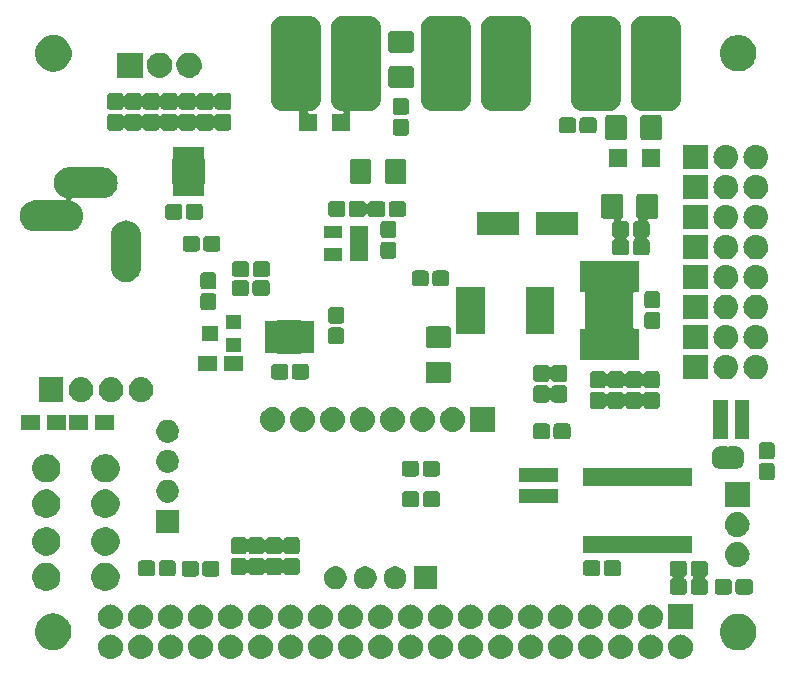
<source format=gts>
G04 #@! TF.GenerationSoftware,KiCad,Pcbnew,(5.1.4)-1*
G04 #@! TF.CreationDate,2019-12-09T09:55:10+11:00*
G04 #@! TF.ProjectId,dingo-hat,64696e67-6f2d-4686-9174-2e6b69636164,rev?*
G04 #@! TF.SameCoordinates,PX7f50c60PY7d37aa0*
G04 #@! TF.FileFunction,Soldermask,Top*
G04 #@! TF.FilePolarity,Negative*
%FSLAX46Y46*%
G04 Gerber Fmt 4.6, Leading zero omitted, Abs format (unit mm)*
G04 Created by KiCad (PCBNEW (5.1.4)-1) date 2019-12-09 09:55:10*
%MOMM*%
%LPD*%
G04 APERTURE LIST*
%ADD10C,0.100000*%
G04 APERTURE END LIST*
D10*
G36*
X56738707Y3292403D02*
G01*
X56815836Y3284807D01*
X57013762Y3224767D01*
X57013765Y3224766D01*
X57196170Y3127268D01*
X57356055Y2996055D01*
X57487268Y2836170D01*
X57584766Y2653765D01*
X57584767Y2653762D01*
X57644807Y2455836D01*
X57665080Y2250000D01*
X57644807Y2044164D01*
X57625343Y1980000D01*
X57584766Y1846235D01*
X57487268Y1663830D01*
X57356055Y1503945D01*
X57196170Y1372732D01*
X57013765Y1275234D01*
X57013762Y1275233D01*
X56815836Y1215193D01*
X56738707Y1207596D01*
X56661580Y1200000D01*
X56558420Y1200000D01*
X56481293Y1207596D01*
X56404164Y1215193D01*
X56206238Y1275233D01*
X56206235Y1275234D01*
X56023830Y1372732D01*
X55863945Y1503945D01*
X55732732Y1663830D01*
X55635234Y1846235D01*
X55594657Y1980000D01*
X55575193Y2044164D01*
X55554920Y2250000D01*
X55575193Y2455836D01*
X55635233Y2653762D01*
X55635234Y2653765D01*
X55732732Y2836170D01*
X55863945Y2996055D01*
X56023830Y3127268D01*
X56206235Y3224766D01*
X56206238Y3224767D01*
X56404164Y3284807D01*
X56481293Y3292403D01*
X56558420Y3300000D01*
X56661580Y3300000D01*
X56738707Y3292403D01*
X56738707Y3292403D01*
G37*
G36*
X31338707Y3292403D02*
G01*
X31415836Y3284807D01*
X31613762Y3224767D01*
X31613765Y3224766D01*
X31796170Y3127268D01*
X31956055Y2996055D01*
X32087268Y2836170D01*
X32184766Y2653765D01*
X32184767Y2653762D01*
X32244807Y2455836D01*
X32265080Y2250000D01*
X32244807Y2044164D01*
X32225343Y1980000D01*
X32184766Y1846235D01*
X32087268Y1663830D01*
X31956055Y1503945D01*
X31796170Y1372732D01*
X31613765Y1275234D01*
X31613762Y1275233D01*
X31415836Y1215193D01*
X31338707Y1207596D01*
X31261580Y1200000D01*
X31158420Y1200000D01*
X31081293Y1207596D01*
X31004164Y1215193D01*
X30806238Y1275233D01*
X30806235Y1275234D01*
X30623830Y1372732D01*
X30463945Y1503945D01*
X30332732Y1663830D01*
X30235234Y1846235D01*
X30194657Y1980000D01*
X30175193Y2044164D01*
X30154920Y2250000D01*
X30175193Y2455836D01*
X30235233Y2653762D01*
X30235234Y2653765D01*
X30332732Y2836170D01*
X30463945Y2996055D01*
X30623830Y3127268D01*
X30806235Y3224766D01*
X30806238Y3224767D01*
X31004164Y3284807D01*
X31081293Y3292403D01*
X31158420Y3300000D01*
X31261580Y3300000D01*
X31338707Y3292403D01*
X31338707Y3292403D01*
G37*
G36*
X8478707Y3292403D02*
G01*
X8555836Y3284807D01*
X8753762Y3224767D01*
X8753765Y3224766D01*
X8936170Y3127268D01*
X9096055Y2996055D01*
X9227268Y2836170D01*
X9324766Y2653765D01*
X9324767Y2653762D01*
X9384807Y2455836D01*
X9405080Y2250000D01*
X9384807Y2044164D01*
X9365343Y1980000D01*
X9324766Y1846235D01*
X9227268Y1663830D01*
X9096055Y1503945D01*
X8936170Y1372732D01*
X8753765Y1275234D01*
X8753762Y1275233D01*
X8555836Y1215193D01*
X8478707Y1207596D01*
X8401580Y1200000D01*
X8298420Y1200000D01*
X8221293Y1207596D01*
X8144164Y1215193D01*
X7946238Y1275233D01*
X7946235Y1275234D01*
X7763830Y1372732D01*
X7603945Y1503945D01*
X7472732Y1663830D01*
X7375234Y1846235D01*
X7334657Y1980000D01*
X7315193Y2044164D01*
X7294920Y2250000D01*
X7315193Y2455836D01*
X7375233Y2653762D01*
X7375234Y2653765D01*
X7472732Y2836170D01*
X7603945Y2996055D01*
X7763830Y3127268D01*
X7946235Y3224766D01*
X7946238Y3224767D01*
X8144164Y3284807D01*
X8221293Y3292403D01*
X8298420Y3300000D01*
X8401580Y3300000D01*
X8478707Y3292403D01*
X8478707Y3292403D01*
G37*
G36*
X11018707Y3292403D02*
G01*
X11095836Y3284807D01*
X11293762Y3224767D01*
X11293765Y3224766D01*
X11476170Y3127268D01*
X11636055Y2996055D01*
X11767268Y2836170D01*
X11864766Y2653765D01*
X11864767Y2653762D01*
X11924807Y2455836D01*
X11945080Y2250000D01*
X11924807Y2044164D01*
X11905343Y1980000D01*
X11864766Y1846235D01*
X11767268Y1663830D01*
X11636055Y1503945D01*
X11476170Y1372732D01*
X11293765Y1275234D01*
X11293762Y1275233D01*
X11095836Y1215193D01*
X11018707Y1207596D01*
X10941580Y1200000D01*
X10838420Y1200000D01*
X10761293Y1207596D01*
X10684164Y1215193D01*
X10486238Y1275233D01*
X10486235Y1275234D01*
X10303830Y1372732D01*
X10143945Y1503945D01*
X10012732Y1663830D01*
X9915234Y1846235D01*
X9874657Y1980000D01*
X9855193Y2044164D01*
X9834920Y2250000D01*
X9855193Y2455836D01*
X9915233Y2653762D01*
X9915234Y2653765D01*
X10012732Y2836170D01*
X10143945Y2996055D01*
X10303830Y3127268D01*
X10486235Y3224766D01*
X10486238Y3224767D01*
X10684164Y3284807D01*
X10761293Y3292403D01*
X10838420Y3300000D01*
X10941580Y3300000D01*
X11018707Y3292403D01*
X11018707Y3292403D01*
G37*
G36*
X13558707Y3292403D02*
G01*
X13635836Y3284807D01*
X13833762Y3224767D01*
X13833765Y3224766D01*
X14016170Y3127268D01*
X14176055Y2996055D01*
X14307268Y2836170D01*
X14404766Y2653765D01*
X14404767Y2653762D01*
X14464807Y2455836D01*
X14485080Y2250000D01*
X14464807Y2044164D01*
X14445343Y1980000D01*
X14404766Y1846235D01*
X14307268Y1663830D01*
X14176055Y1503945D01*
X14016170Y1372732D01*
X13833765Y1275234D01*
X13833762Y1275233D01*
X13635836Y1215193D01*
X13558707Y1207596D01*
X13481580Y1200000D01*
X13378420Y1200000D01*
X13301293Y1207596D01*
X13224164Y1215193D01*
X13026238Y1275233D01*
X13026235Y1275234D01*
X12843830Y1372732D01*
X12683945Y1503945D01*
X12552732Y1663830D01*
X12455234Y1846235D01*
X12414657Y1980000D01*
X12395193Y2044164D01*
X12374920Y2250000D01*
X12395193Y2455836D01*
X12455233Y2653762D01*
X12455234Y2653765D01*
X12552732Y2836170D01*
X12683945Y2996055D01*
X12843830Y3127268D01*
X13026235Y3224766D01*
X13026238Y3224767D01*
X13224164Y3284807D01*
X13301293Y3292403D01*
X13378420Y3300000D01*
X13481580Y3300000D01*
X13558707Y3292403D01*
X13558707Y3292403D01*
G37*
G36*
X16098707Y3292403D02*
G01*
X16175836Y3284807D01*
X16373762Y3224767D01*
X16373765Y3224766D01*
X16556170Y3127268D01*
X16716055Y2996055D01*
X16847268Y2836170D01*
X16944766Y2653765D01*
X16944767Y2653762D01*
X17004807Y2455836D01*
X17025080Y2250000D01*
X17004807Y2044164D01*
X16985343Y1980000D01*
X16944766Y1846235D01*
X16847268Y1663830D01*
X16716055Y1503945D01*
X16556170Y1372732D01*
X16373765Y1275234D01*
X16373762Y1275233D01*
X16175836Y1215193D01*
X16098707Y1207596D01*
X16021580Y1200000D01*
X15918420Y1200000D01*
X15841293Y1207596D01*
X15764164Y1215193D01*
X15566238Y1275233D01*
X15566235Y1275234D01*
X15383830Y1372732D01*
X15223945Y1503945D01*
X15092732Y1663830D01*
X14995234Y1846235D01*
X14954657Y1980000D01*
X14935193Y2044164D01*
X14914920Y2250000D01*
X14935193Y2455836D01*
X14995233Y2653762D01*
X14995234Y2653765D01*
X15092732Y2836170D01*
X15223945Y2996055D01*
X15383830Y3127268D01*
X15566235Y3224766D01*
X15566238Y3224767D01*
X15764164Y3284807D01*
X15841293Y3292403D01*
X15918420Y3300000D01*
X16021580Y3300000D01*
X16098707Y3292403D01*
X16098707Y3292403D01*
G37*
G36*
X18638707Y3292403D02*
G01*
X18715836Y3284807D01*
X18913762Y3224767D01*
X18913765Y3224766D01*
X19096170Y3127268D01*
X19256055Y2996055D01*
X19387268Y2836170D01*
X19484766Y2653765D01*
X19484767Y2653762D01*
X19544807Y2455836D01*
X19565080Y2250000D01*
X19544807Y2044164D01*
X19525343Y1980000D01*
X19484766Y1846235D01*
X19387268Y1663830D01*
X19256055Y1503945D01*
X19096170Y1372732D01*
X18913765Y1275234D01*
X18913762Y1275233D01*
X18715836Y1215193D01*
X18638707Y1207596D01*
X18561580Y1200000D01*
X18458420Y1200000D01*
X18381293Y1207596D01*
X18304164Y1215193D01*
X18106238Y1275233D01*
X18106235Y1275234D01*
X17923830Y1372732D01*
X17763945Y1503945D01*
X17632732Y1663830D01*
X17535234Y1846235D01*
X17494657Y1980000D01*
X17475193Y2044164D01*
X17454920Y2250000D01*
X17475193Y2455836D01*
X17535233Y2653762D01*
X17535234Y2653765D01*
X17632732Y2836170D01*
X17763945Y2996055D01*
X17923830Y3127268D01*
X18106235Y3224766D01*
X18106238Y3224767D01*
X18304164Y3284807D01*
X18381293Y3292403D01*
X18458420Y3300000D01*
X18561580Y3300000D01*
X18638707Y3292403D01*
X18638707Y3292403D01*
G37*
G36*
X21178707Y3292403D02*
G01*
X21255836Y3284807D01*
X21453762Y3224767D01*
X21453765Y3224766D01*
X21636170Y3127268D01*
X21796055Y2996055D01*
X21927268Y2836170D01*
X22024766Y2653765D01*
X22024767Y2653762D01*
X22084807Y2455836D01*
X22105080Y2250000D01*
X22084807Y2044164D01*
X22065343Y1980000D01*
X22024766Y1846235D01*
X21927268Y1663830D01*
X21796055Y1503945D01*
X21636170Y1372732D01*
X21453765Y1275234D01*
X21453762Y1275233D01*
X21255836Y1215193D01*
X21178707Y1207596D01*
X21101580Y1200000D01*
X20998420Y1200000D01*
X20921293Y1207596D01*
X20844164Y1215193D01*
X20646238Y1275233D01*
X20646235Y1275234D01*
X20463830Y1372732D01*
X20303945Y1503945D01*
X20172732Y1663830D01*
X20075234Y1846235D01*
X20034657Y1980000D01*
X20015193Y2044164D01*
X19994920Y2250000D01*
X20015193Y2455836D01*
X20075233Y2653762D01*
X20075234Y2653765D01*
X20172732Y2836170D01*
X20303945Y2996055D01*
X20463830Y3127268D01*
X20646235Y3224766D01*
X20646238Y3224767D01*
X20844164Y3284807D01*
X20921293Y3292403D01*
X20998420Y3300000D01*
X21101580Y3300000D01*
X21178707Y3292403D01*
X21178707Y3292403D01*
G37*
G36*
X23718707Y3292403D02*
G01*
X23795836Y3284807D01*
X23993762Y3224767D01*
X23993765Y3224766D01*
X24176170Y3127268D01*
X24336055Y2996055D01*
X24467268Y2836170D01*
X24564766Y2653765D01*
X24564767Y2653762D01*
X24624807Y2455836D01*
X24645080Y2250000D01*
X24624807Y2044164D01*
X24605343Y1980000D01*
X24564766Y1846235D01*
X24467268Y1663830D01*
X24336055Y1503945D01*
X24176170Y1372732D01*
X23993765Y1275234D01*
X23993762Y1275233D01*
X23795836Y1215193D01*
X23718707Y1207596D01*
X23641580Y1200000D01*
X23538420Y1200000D01*
X23461293Y1207596D01*
X23384164Y1215193D01*
X23186238Y1275233D01*
X23186235Y1275234D01*
X23003830Y1372732D01*
X22843945Y1503945D01*
X22712732Y1663830D01*
X22615234Y1846235D01*
X22574657Y1980000D01*
X22555193Y2044164D01*
X22534920Y2250000D01*
X22555193Y2455836D01*
X22615233Y2653762D01*
X22615234Y2653765D01*
X22712732Y2836170D01*
X22843945Y2996055D01*
X23003830Y3127268D01*
X23186235Y3224766D01*
X23186238Y3224767D01*
X23384164Y3284807D01*
X23461293Y3292403D01*
X23538420Y3300000D01*
X23641580Y3300000D01*
X23718707Y3292403D01*
X23718707Y3292403D01*
G37*
G36*
X26258707Y3292403D02*
G01*
X26335836Y3284807D01*
X26533762Y3224767D01*
X26533765Y3224766D01*
X26716170Y3127268D01*
X26876055Y2996055D01*
X27007268Y2836170D01*
X27104766Y2653765D01*
X27104767Y2653762D01*
X27164807Y2455836D01*
X27185080Y2250000D01*
X27164807Y2044164D01*
X27145343Y1980000D01*
X27104766Y1846235D01*
X27007268Y1663830D01*
X26876055Y1503945D01*
X26716170Y1372732D01*
X26533765Y1275234D01*
X26533762Y1275233D01*
X26335836Y1215193D01*
X26258707Y1207596D01*
X26181580Y1200000D01*
X26078420Y1200000D01*
X26001293Y1207596D01*
X25924164Y1215193D01*
X25726238Y1275233D01*
X25726235Y1275234D01*
X25543830Y1372732D01*
X25383945Y1503945D01*
X25252732Y1663830D01*
X25155234Y1846235D01*
X25114657Y1980000D01*
X25095193Y2044164D01*
X25074920Y2250000D01*
X25095193Y2455836D01*
X25155233Y2653762D01*
X25155234Y2653765D01*
X25252732Y2836170D01*
X25383945Y2996055D01*
X25543830Y3127268D01*
X25726235Y3224766D01*
X25726238Y3224767D01*
X25924164Y3284807D01*
X26001293Y3292403D01*
X26078420Y3300000D01*
X26181580Y3300000D01*
X26258707Y3292403D01*
X26258707Y3292403D01*
G37*
G36*
X28798707Y3292403D02*
G01*
X28875836Y3284807D01*
X29073762Y3224767D01*
X29073765Y3224766D01*
X29256170Y3127268D01*
X29416055Y2996055D01*
X29547268Y2836170D01*
X29644766Y2653765D01*
X29644767Y2653762D01*
X29704807Y2455836D01*
X29725080Y2250000D01*
X29704807Y2044164D01*
X29685343Y1980000D01*
X29644766Y1846235D01*
X29547268Y1663830D01*
X29416055Y1503945D01*
X29256170Y1372732D01*
X29073765Y1275234D01*
X29073762Y1275233D01*
X28875836Y1215193D01*
X28798707Y1207596D01*
X28721580Y1200000D01*
X28618420Y1200000D01*
X28541293Y1207596D01*
X28464164Y1215193D01*
X28266238Y1275233D01*
X28266235Y1275234D01*
X28083830Y1372732D01*
X27923945Y1503945D01*
X27792732Y1663830D01*
X27695234Y1846235D01*
X27654657Y1980000D01*
X27635193Y2044164D01*
X27614920Y2250000D01*
X27635193Y2455836D01*
X27695233Y2653762D01*
X27695234Y2653765D01*
X27792732Y2836170D01*
X27923945Y2996055D01*
X28083830Y3127268D01*
X28266235Y3224766D01*
X28266238Y3224767D01*
X28464164Y3284807D01*
X28541293Y3292403D01*
X28618420Y3300000D01*
X28721580Y3300000D01*
X28798707Y3292403D01*
X28798707Y3292403D01*
G37*
G36*
X36418707Y3292403D02*
G01*
X36495836Y3284807D01*
X36693762Y3224767D01*
X36693765Y3224766D01*
X36876170Y3127268D01*
X37036055Y2996055D01*
X37167268Y2836170D01*
X37264766Y2653765D01*
X37264767Y2653762D01*
X37324807Y2455836D01*
X37345080Y2250000D01*
X37324807Y2044164D01*
X37305343Y1980000D01*
X37264766Y1846235D01*
X37167268Y1663830D01*
X37036055Y1503945D01*
X36876170Y1372732D01*
X36693765Y1275234D01*
X36693762Y1275233D01*
X36495836Y1215193D01*
X36418707Y1207596D01*
X36341580Y1200000D01*
X36238420Y1200000D01*
X36161293Y1207596D01*
X36084164Y1215193D01*
X35886238Y1275233D01*
X35886235Y1275234D01*
X35703830Y1372732D01*
X35543945Y1503945D01*
X35412732Y1663830D01*
X35315234Y1846235D01*
X35274657Y1980000D01*
X35255193Y2044164D01*
X35234920Y2250000D01*
X35255193Y2455836D01*
X35315233Y2653762D01*
X35315234Y2653765D01*
X35412732Y2836170D01*
X35543945Y2996055D01*
X35703830Y3127268D01*
X35886235Y3224766D01*
X35886238Y3224767D01*
X36084164Y3284807D01*
X36161293Y3292403D01*
X36238420Y3300000D01*
X36341580Y3300000D01*
X36418707Y3292403D01*
X36418707Y3292403D01*
G37*
G36*
X38958707Y3292403D02*
G01*
X39035836Y3284807D01*
X39233762Y3224767D01*
X39233765Y3224766D01*
X39416170Y3127268D01*
X39576055Y2996055D01*
X39707268Y2836170D01*
X39804766Y2653765D01*
X39804767Y2653762D01*
X39864807Y2455836D01*
X39885080Y2250000D01*
X39864807Y2044164D01*
X39845343Y1980000D01*
X39804766Y1846235D01*
X39707268Y1663830D01*
X39576055Y1503945D01*
X39416170Y1372732D01*
X39233765Y1275234D01*
X39233762Y1275233D01*
X39035836Y1215193D01*
X38958707Y1207596D01*
X38881580Y1200000D01*
X38778420Y1200000D01*
X38701293Y1207596D01*
X38624164Y1215193D01*
X38426238Y1275233D01*
X38426235Y1275234D01*
X38243830Y1372732D01*
X38083945Y1503945D01*
X37952732Y1663830D01*
X37855234Y1846235D01*
X37814657Y1980000D01*
X37795193Y2044164D01*
X37774920Y2250000D01*
X37795193Y2455836D01*
X37855233Y2653762D01*
X37855234Y2653765D01*
X37952732Y2836170D01*
X38083945Y2996055D01*
X38243830Y3127268D01*
X38426235Y3224766D01*
X38426238Y3224767D01*
X38624164Y3284807D01*
X38701293Y3292403D01*
X38778420Y3300000D01*
X38881580Y3300000D01*
X38958707Y3292403D01*
X38958707Y3292403D01*
G37*
G36*
X41498707Y3292403D02*
G01*
X41575836Y3284807D01*
X41773762Y3224767D01*
X41773765Y3224766D01*
X41956170Y3127268D01*
X42116055Y2996055D01*
X42247268Y2836170D01*
X42344766Y2653765D01*
X42344767Y2653762D01*
X42404807Y2455836D01*
X42425080Y2250000D01*
X42404807Y2044164D01*
X42385343Y1980000D01*
X42344766Y1846235D01*
X42247268Y1663830D01*
X42116055Y1503945D01*
X41956170Y1372732D01*
X41773765Y1275234D01*
X41773762Y1275233D01*
X41575836Y1215193D01*
X41498707Y1207596D01*
X41421580Y1200000D01*
X41318420Y1200000D01*
X41241293Y1207596D01*
X41164164Y1215193D01*
X40966238Y1275233D01*
X40966235Y1275234D01*
X40783830Y1372732D01*
X40623945Y1503945D01*
X40492732Y1663830D01*
X40395234Y1846235D01*
X40354657Y1980000D01*
X40335193Y2044164D01*
X40314920Y2250000D01*
X40335193Y2455836D01*
X40395233Y2653762D01*
X40395234Y2653765D01*
X40492732Y2836170D01*
X40623945Y2996055D01*
X40783830Y3127268D01*
X40966235Y3224766D01*
X40966238Y3224767D01*
X41164164Y3284807D01*
X41241293Y3292403D01*
X41318420Y3300000D01*
X41421580Y3300000D01*
X41498707Y3292403D01*
X41498707Y3292403D01*
G37*
G36*
X44038707Y3292403D02*
G01*
X44115836Y3284807D01*
X44313762Y3224767D01*
X44313765Y3224766D01*
X44496170Y3127268D01*
X44656055Y2996055D01*
X44787268Y2836170D01*
X44884766Y2653765D01*
X44884767Y2653762D01*
X44944807Y2455836D01*
X44965080Y2250000D01*
X44944807Y2044164D01*
X44925343Y1980000D01*
X44884766Y1846235D01*
X44787268Y1663830D01*
X44656055Y1503945D01*
X44496170Y1372732D01*
X44313765Y1275234D01*
X44313762Y1275233D01*
X44115836Y1215193D01*
X44038707Y1207596D01*
X43961580Y1200000D01*
X43858420Y1200000D01*
X43781293Y1207596D01*
X43704164Y1215193D01*
X43506238Y1275233D01*
X43506235Y1275234D01*
X43323830Y1372732D01*
X43163945Y1503945D01*
X43032732Y1663830D01*
X42935234Y1846235D01*
X42894657Y1980000D01*
X42875193Y2044164D01*
X42854920Y2250000D01*
X42875193Y2455836D01*
X42935233Y2653762D01*
X42935234Y2653765D01*
X43032732Y2836170D01*
X43163945Y2996055D01*
X43323830Y3127268D01*
X43506235Y3224766D01*
X43506238Y3224767D01*
X43704164Y3284807D01*
X43781293Y3292403D01*
X43858420Y3300000D01*
X43961580Y3300000D01*
X44038707Y3292403D01*
X44038707Y3292403D01*
G37*
G36*
X46578707Y3292403D02*
G01*
X46655836Y3284807D01*
X46853762Y3224767D01*
X46853765Y3224766D01*
X47036170Y3127268D01*
X47196055Y2996055D01*
X47327268Y2836170D01*
X47424766Y2653765D01*
X47424767Y2653762D01*
X47484807Y2455836D01*
X47505080Y2250000D01*
X47484807Y2044164D01*
X47465343Y1980000D01*
X47424766Y1846235D01*
X47327268Y1663830D01*
X47196055Y1503945D01*
X47036170Y1372732D01*
X46853765Y1275234D01*
X46853762Y1275233D01*
X46655836Y1215193D01*
X46578707Y1207596D01*
X46501580Y1200000D01*
X46398420Y1200000D01*
X46321293Y1207596D01*
X46244164Y1215193D01*
X46046238Y1275233D01*
X46046235Y1275234D01*
X45863830Y1372732D01*
X45703945Y1503945D01*
X45572732Y1663830D01*
X45475234Y1846235D01*
X45434657Y1980000D01*
X45415193Y2044164D01*
X45394920Y2250000D01*
X45415193Y2455836D01*
X45475233Y2653762D01*
X45475234Y2653765D01*
X45572732Y2836170D01*
X45703945Y2996055D01*
X45863830Y3127268D01*
X46046235Y3224766D01*
X46046238Y3224767D01*
X46244164Y3284807D01*
X46321293Y3292403D01*
X46398420Y3300000D01*
X46501580Y3300000D01*
X46578707Y3292403D01*
X46578707Y3292403D01*
G37*
G36*
X49118707Y3292403D02*
G01*
X49195836Y3284807D01*
X49393762Y3224767D01*
X49393765Y3224766D01*
X49576170Y3127268D01*
X49736055Y2996055D01*
X49867268Y2836170D01*
X49964766Y2653765D01*
X49964767Y2653762D01*
X50024807Y2455836D01*
X50045080Y2250000D01*
X50024807Y2044164D01*
X50005343Y1980000D01*
X49964766Y1846235D01*
X49867268Y1663830D01*
X49736055Y1503945D01*
X49576170Y1372732D01*
X49393765Y1275234D01*
X49393762Y1275233D01*
X49195836Y1215193D01*
X49118707Y1207596D01*
X49041580Y1200000D01*
X48938420Y1200000D01*
X48861293Y1207596D01*
X48784164Y1215193D01*
X48586238Y1275233D01*
X48586235Y1275234D01*
X48403830Y1372732D01*
X48243945Y1503945D01*
X48112732Y1663830D01*
X48015234Y1846235D01*
X47974657Y1980000D01*
X47955193Y2044164D01*
X47934920Y2250000D01*
X47955193Y2455836D01*
X48015233Y2653762D01*
X48015234Y2653765D01*
X48112732Y2836170D01*
X48243945Y2996055D01*
X48403830Y3127268D01*
X48586235Y3224766D01*
X48586238Y3224767D01*
X48784164Y3284807D01*
X48861293Y3292403D01*
X48938420Y3300000D01*
X49041580Y3300000D01*
X49118707Y3292403D01*
X49118707Y3292403D01*
G37*
G36*
X51658707Y3292403D02*
G01*
X51735836Y3284807D01*
X51933762Y3224767D01*
X51933765Y3224766D01*
X52116170Y3127268D01*
X52276055Y2996055D01*
X52407268Y2836170D01*
X52504766Y2653765D01*
X52504767Y2653762D01*
X52564807Y2455836D01*
X52585080Y2250000D01*
X52564807Y2044164D01*
X52545343Y1980000D01*
X52504766Y1846235D01*
X52407268Y1663830D01*
X52276055Y1503945D01*
X52116170Y1372732D01*
X51933765Y1275234D01*
X51933762Y1275233D01*
X51735836Y1215193D01*
X51658707Y1207596D01*
X51581580Y1200000D01*
X51478420Y1200000D01*
X51401293Y1207596D01*
X51324164Y1215193D01*
X51126238Y1275233D01*
X51126235Y1275234D01*
X50943830Y1372732D01*
X50783945Y1503945D01*
X50652732Y1663830D01*
X50555234Y1846235D01*
X50514657Y1980000D01*
X50495193Y2044164D01*
X50474920Y2250000D01*
X50495193Y2455836D01*
X50555233Y2653762D01*
X50555234Y2653765D01*
X50652732Y2836170D01*
X50783945Y2996055D01*
X50943830Y3127268D01*
X51126235Y3224766D01*
X51126238Y3224767D01*
X51324164Y3284807D01*
X51401293Y3292403D01*
X51478420Y3300000D01*
X51581580Y3300000D01*
X51658707Y3292403D01*
X51658707Y3292403D01*
G37*
G36*
X54198707Y3292403D02*
G01*
X54275836Y3284807D01*
X54473762Y3224767D01*
X54473765Y3224766D01*
X54656170Y3127268D01*
X54816055Y2996055D01*
X54947268Y2836170D01*
X55044766Y2653765D01*
X55044767Y2653762D01*
X55104807Y2455836D01*
X55125080Y2250000D01*
X55104807Y2044164D01*
X55085343Y1980000D01*
X55044766Y1846235D01*
X54947268Y1663830D01*
X54816055Y1503945D01*
X54656170Y1372732D01*
X54473765Y1275234D01*
X54473762Y1275233D01*
X54275836Y1215193D01*
X54198707Y1207596D01*
X54121580Y1200000D01*
X54018420Y1200000D01*
X53941293Y1207596D01*
X53864164Y1215193D01*
X53666238Y1275233D01*
X53666235Y1275234D01*
X53483830Y1372732D01*
X53323945Y1503945D01*
X53192732Y1663830D01*
X53095234Y1846235D01*
X53054657Y1980000D01*
X53035193Y2044164D01*
X53014920Y2250000D01*
X53035193Y2455836D01*
X53095233Y2653762D01*
X53095234Y2653765D01*
X53192732Y2836170D01*
X53323945Y2996055D01*
X53483830Y3127268D01*
X53666235Y3224766D01*
X53666238Y3224767D01*
X53864164Y3284807D01*
X53941293Y3292403D01*
X54018420Y3300000D01*
X54121580Y3300000D01*
X54198707Y3292403D01*
X54198707Y3292403D01*
G37*
G36*
X33878707Y3292403D02*
G01*
X33955836Y3284807D01*
X34153762Y3224767D01*
X34153765Y3224766D01*
X34336170Y3127268D01*
X34496055Y2996055D01*
X34627268Y2836170D01*
X34724766Y2653765D01*
X34724767Y2653762D01*
X34784807Y2455836D01*
X34805080Y2250000D01*
X34784807Y2044164D01*
X34765343Y1980000D01*
X34724766Y1846235D01*
X34627268Y1663830D01*
X34496055Y1503945D01*
X34336170Y1372732D01*
X34153765Y1275234D01*
X34153762Y1275233D01*
X33955836Y1215193D01*
X33878707Y1207596D01*
X33801580Y1200000D01*
X33698420Y1200000D01*
X33621293Y1207596D01*
X33544164Y1215193D01*
X33346238Y1275233D01*
X33346235Y1275234D01*
X33163830Y1372732D01*
X33003945Y1503945D01*
X32872732Y1663830D01*
X32775234Y1846235D01*
X32734657Y1980000D01*
X32715193Y2044164D01*
X32694920Y2250000D01*
X32715193Y2455836D01*
X32775233Y2653762D01*
X32775234Y2653765D01*
X32872732Y2836170D01*
X33003945Y2996055D01*
X33163830Y3127268D01*
X33346235Y3224766D01*
X33346238Y3224767D01*
X33544164Y3284807D01*
X33621293Y3292403D01*
X33698420Y3300000D01*
X33801580Y3300000D01*
X33878707Y3292403D01*
X33878707Y3292403D01*
G37*
G36*
X61792390Y5030217D02*
G01*
X61942118Y5000435D01*
X62058960Y4952037D01*
X62224199Y4883593D01*
X62224200Y4883592D01*
X62478068Y4713964D01*
X62693964Y4498068D01*
X62768686Y4386238D01*
X62863593Y4244199D01*
X62932037Y4078960D01*
X62972151Y3982118D01*
X62980435Y3962117D01*
X63040000Y3662663D01*
X63040000Y3357337D01*
X62980435Y3057883D01*
X62863593Y2775801D01*
X62863592Y2775800D01*
X62693964Y2521932D01*
X62478068Y2306036D01*
X62308439Y2192694D01*
X62224199Y2136407D01*
X62058960Y2067963D01*
X61942118Y2019565D01*
X61792390Y1989782D01*
X61642663Y1960000D01*
X61337337Y1960000D01*
X61187610Y1989782D01*
X61037882Y2019565D01*
X60921040Y2067963D01*
X60755801Y2136407D01*
X60671561Y2192694D01*
X60501932Y2306036D01*
X60286036Y2521932D01*
X60116408Y2775800D01*
X60116407Y2775801D01*
X59999565Y3057883D01*
X59940000Y3357337D01*
X59940000Y3662663D01*
X59999565Y3962117D01*
X60007850Y3982118D01*
X60047963Y4078960D01*
X60116407Y4244199D01*
X60211314Y4386238D01*
X60286036Y4498068D01*
X60501932Y4713964D01*
X60755800Y4883592D01*
X60755801Y4883593D01*
X60921040Y4952037D01*
X61037882Y5000435D01*
X61187610Y5030217D01*
X61337337Y5060000D01*
X61642663Y5060000D01*
X61792390Y5030217D01*
X61792390Y5030217D01*
G37*
G36*
X3743210Y5060000D02*
G01*
X3942118Y5020435D01*
X4058960Y4972037D01*
X4224199Y4903593D01*
X4308439Y4847306D01*
X4478068Y4733964D01*
X4693964Y4518068D01*
X4707327Y4498068D01*
X4863593Y4264199D01*
X4888599Y4203829D01*
X4980435Y3982118D01*
X5040000Y3682662D01*
X5040000Y3377338D01*
X4980435Y3077882D01*
X4946541Y2996055D01*
X4863593Y2795801D01*
X4863592Y2795800D01*
X4693964Y2541932D01*
X4478068Y2326036D01*
X4364271Y2250000D01*
X4224199Y2156407D01*
X4058960Y2087963D01*
X3942118Y2039565D01*
X3841570Y2019565D01*
X3642663Y1980000D01*
X3337337Y1980000D01*
X3138430Y2019565D01*
X3037882Y2039565D01*
X2921040Y2087963D01*
X2755801Y2156407D01*
X2615729Y2250000D01*
X2501932Y2326036D01*
X2286036Y2541932D01*
X2116408Y2795800D01*
X2116407Y2795801D01*
X2033459Y2996055D01*
X1999565Y3077882D01*
X1940000Y3377338D01*
X1940000Y3682662D01*
X1999565Y3982118D01*
X2091401Y4203829D01*
X2116407Y4264199D01*
X2272673Y4498068D01*
X2286036Y4518068D01*
X2501932Y4733964D01*
X2671561Y4847306D01*
X2755801Y4903593D01*
X2921040Y4972037D01*
X3037882Y5020435D01*
X3236790Y5060000D01*
X3337337Y5080000D01*
X3642663Y5080000D01*
X3743210Y5060000D01*
X3743210Y5060000D01*
G37*
G36*
X36418707Y5832403D02*
G01*
X36495836Y5824807D01*
X36693762Y5764767D01*
X36693765Y5764766D01*
X36876170Y5667268D01*
X37036055Y5536055D01*
X37167268Y5376170D01*
X37264766Y5193765D01*
X37264767Y5193762D01*
X37324807Y4995836D01*
X37345080Y4790000D01*
X37324807Y4584164D01*
X37264767Y4386238D01*
X37264766Y4386235D01*
X37167268Y4203830D01*
X37036055Y4043945D01*
X36876170Y3912732D01*
X36693765Y3815234D01*
X36693762Y3815233D01*
X36495836Y3755193D01*
X36418707Y3747597D01*
X36341580Y3740000D01*
X36238420Y3740000D01*
X36161293Y3747597D01*
X36084164Y3755193D01*
X35886238Y3815233D01*
X35886235Y3815234D01*
X35703830Y3912732D01*
X35543945Y4043945D01*
X35412732Y4203830D01*
X35315234Y4386235D01*
X35315233Y4386238D01*
X35255193Y4584164D01*
X35234920Y4790000D01*
X35255193Y4995836D01*
X35315233Y5193762D01*
X35315234Y5193765D01*
X35412732Y5376170D01*
X35543945Y5536055D01*
X35703830Y5667268D01*
X35886235Y5764766D01*
X35886238Y5764767D01*
X36084164Y5824807D01*
X36161293Y5832403D01*
X36238420Y5840000D01*
X36341580Y5840000D01*
X36418707Y5832403D01*
X36418707Y5832403D01*
G37*
G36*
X33878707Y5832403D02*
G01*
X33955836Y5824807D01*
X34153762Y5764767D01*
X34153765Y5764766D01*
X34336170Y5667268D01*
X34496055Y5536055D01*
X34627268Y5376170D01*
X34724766Y5193765D01*
X34724767Y5193762D01*
X34784807Y4995836D01*
X34805080Y4790000D01*
X34784807Y4584164D01*
X34724767Y4386238D01*
X34724766Y4386235D01*
X34627268Y4203830D01*
X34496055Y4043945D01*
X34336170Y3912732D01*
X34153765Y3815234D01*
X34153762Y3815233D01*
X33955836Y3755193D01*
X33878707Y3747597D01*
X33801580Y3740000D01*
X33698420Y3740000D01*
X33621293Y3747597D01*
X33544164Y3755193D01*
X33346238Y3815233D01*
X33346235Y3815234D01*
X33163830Y3912732D01*
X33003945Y4043945D01*
X32872732Y4203830D01*
X32775234Y4386235D01*
X32775233Y4386238D01*
X32715193Y4584164D01*
X32694920Y4790000D01*
X32715193Y4995836D01*
X32775233Y5193762D01*
X32775234Y5193765D01*
X32872732Y5376170D01*
X33003945Y5536055D01*
X33163830Y5667268D01*
X33346235Y5764766D01*
X33346238Y5764767D01*
X33544164Y5824807D01*
X33621293Y5832403D01*
X33698420Y5840000D01*
X33801580Y5840000D01*
X33878707Y5832403D01*
X33878707Y5832403D01*
G37*
G36*
X38958707Y5832403D02*
G01*
X39035836Y5824807D01*
X39233762Y5764767D01*
X39233765Y5764766D01*
X39416170Y5667268D01*
X39576055Y5536055D01*
X39707268Y5376170D01*
X39804766Y5193765D01*
X39804767Y5193762D01*
X39864807Y4995836D01*
X39885080Y4790000D01*
X39864807Y4584164D01*
X39804767Y4386238D01*
X39804766Y4386235D01*
X39707268Y4203830D01*
X39576055Y4043945D01*
X39416170Y3912732D01*
X39233765Y3815234D01*
X39233762Y3815233D01*
X39035836Y3755193D01*
X38958707Y3747597D01*
X38881580Y3740000D01*
X38778420Y3740000D01*
X38701293Y3747597D01*
X38624164Y3755193D01*
X38426238Y3815233D01*
X38426235Y3815234D01*
X38243830Y3912732D01*
X38083945Y4043945D01*
X37952732Y4203830D01*
X37855234Y4386235D01*
X37855233Y4386238D01*
X37795193Y4584164D01*
X37774920Y4790000D01*
X37795193Y4995836D01*
X37855233Y5193762D01*
X37855234Y5193765D01*
X37952732Y5376170D01*
X38083945Y5536055D01*
X38243830Y5667268D01*
X38426235Y5764766D01*
X38426238Y5764767D01*
X38624164Y5824807D01*
X38701293Y5832403D01*
X38778420Y5840000D01*
X38881580Y5840000D01*
X38958707Y5832403D01*
X38958707Y5832403D01*
G37*
G36*
X31338707Y5832403D02*
G01*
X31415836Y5824807D01*
X31613762Y5764767D01*
X31613765Y5764766D01*
X31796170Y5667268D01*
X31956055Y5536055D01*
X32087268Y5376170D01*
X32184766Y5193765D01*
X32184767Y5193762D01*
X32244807Y4995836D01*
X32265080Y4790000D01*
X32244807Y4584164D01*
X32184767Y4386238D01*
X32184766Y4386235D01*
X32087268Y4203830D01*
X31956055Y4043945D01*
X31796170Y3912732D01*
X31613765Y3815234D01*
X31613762Y3815233D01*
X31415836Y3755193D01*
X31338707Y3747597D01*
X31261580Y3740000D01*
X31158420Y3740000D01*
X31081293Y3747597D01*
X31004164Y3755193D01*
X30806238Y3815233D01*
X30806235Y3815234D01*
X30623830Y3912732D01*
X30463945Y4043945D01*
X30332732Y4203830D01*
X30235234Y4386235D01*
X30235233Y4386238D01*
X30175193Y4584164D01*
X30154920Y4790000D01*
X30175193Y4995836D01*
X30235233Y5193762D01*
X30235234Y5193765D01*
X30332732Y5376170D01*
X30463945Y5536055D01*
X30623830Y5667268D01*
X30806235Y5764766D01*
X30806238Y5764767D01*
X31004164Y5824807D01*
X31081293Y5832403D01*
X31158420Y5840000D01*
X31261580Y5840000D01*
X31338707Y5832403D01*
X31338707Y5832403D01*
G37*
G36*
X41498707Y5832403D02*
G01*
X41575836Y5824807D01*
X41773762Y5764767D01*
X41773765Y5764766D01*
X41956170Y5667268D01*
X42116055Y5536055D01*
X42247268Y5376170D01*
X42344766Y5193765D01*
X42344767Y5193762D01*
X42404807Y4995836D01*
X42425080Y4790000D01*
X42404807Y4584164D01*
X42344767Y4386238D01*
X42344766Y4386235D01*
X42247268Y4203830D01*
X42116055Y4043945D01*
X41956170Y3912732D01*
X41773765Y3815234D01*
X41773762Y3815233D01*
X41575836Y3755193D01*
X41498707Y3747597D01*
X41421580Y3740000D01*
X41318420Y3740000D01*
X41241293Y3747597D01*
X41164164Y3755193D01*
X40966238Y3815233D01*
X40966235Y3815234D01*
X40783830Y3912732D01*
X40623945Y4043945D01*
X40492732Y4203830D01*
X40395234Y4386235D01*
X40395233Y4386238D01*
X40335193Y4584164D01*
X40314920Y4790000D01*
X40335193Y4995836D01*
X40395233Y5193762D01*
X40395234Y5193765D01*
X40492732Y5376170D01*
X40623945Y5536055D01*
X40783830Y5667268D01*
X40966235Y5764766D01*
X40966238Y5764767D01*
X41164164Y5824807D01*
X41241293Y5832403D01*
X41318420Y5840000D01*
X41421580Y5840000D01*
X41498707Y5832403D01*
X41498707Y5832403D01*
G37*
G36*
X28798707Y5832403D02*
G01*
X28875836Y5824807D01*
X29073762Y5764767D01*
X29073765Y5764766D01*
X29256170Y5667268D01*
X29416055Y5536055D01*
X29547268Y5376170D01*
X29644766Y5193765D01*
X29644767Y5193762D01*
X29704807Y4995836D01*
X29725080Y4790000D01*
X29704807Y4584164D01*
X29644767Y4386238D01*
X29644766Y4386235D01*
X29547268Y4203830D01*
X29416055Y4043945D01*
X29256170Y3912732D01*
X29073765Y3815234D01*
X29073762Y3815233D01*
X28875836Y3755193D01*
X28798707Y3747597D01*
X28721580Y3740000D01*
X28618420Y3740000D01*
X28541293Y3747597D01*
X28464164Y3755193D01*
X28266238Y3815233D01*
X28266235Y3815234D01*
X28083830Y3912732D01*
X27923945Y4043945D01*
X27792732Y4203830D01*
X27695234Y4386235D01*
X27695233Y4386238D01*
X27635193Y4584164D01*
X27614920Y4790000D01*
X27635193Y4995836D01*
X27695233Y5193762D01*
X27695234Y5193765D01*
X27792732Y5376170D01*
X27923945Y5536055D01*
X28083830Y5667268D01*
X28266235Y5764766D01*
X28266238Y5764767D01*
X28464164Y5824807D01*
X28541293Y5832403D01*
X28618420Y5840000D01*
X28721580Y5840000D01*
X28798707Y5832403D01*
X28798707Y5832403D01*
G37*
G36*
X44038707Y5832403D02*
G01*
X44115836Y5824807D01*
X44313762Y5764767D01*
X44313765Y5764766D01*
X44496170Y5667268D01*
X44656055Y5536055D01*
X44787268Y5376170D01*
X44884766Y5193765D01*
X44884767Y5193762D01*
X44944807Y4995836D01*
X44965080Y4790000D01*
X44944807Y4584164D01*
X44884767Y4386238D01*
X44884766Y4386235D01*
X44787268Y4203830D01*
X44656055Y4043945D01*
X44496170Y3912732D01*
X44313765Y3815234D01*
X44313762Y3815233D01*
X44115836Y3755193D01*
X44038707Y3747597D01*
X43961580Y3740000D01*
X43858420Y3740000D01*
X43781293Y3747597D01*
X43704164Y3755193D01*
X43506238Y3815233D01*
X43506235Y3815234D01*
X43323830Y3912732D01*
X43163945Y4043945D01*
X43032732Y4203830D01*
X42935234Y4386235D01*
X42935233Y4386238D01*
X42875193Y4584164D01*
X42854920Y4790000D01*
X42875193Y4995836D01*
X42935233Y5193762D01*
X42935234Y5193765D01*
X43032732Y5376170D01*
X43163945Y5536055D01*
X43323830Y5667268D01*
X43506235Y5764766D01*
X43506238Y5764767D01*
X43704164Y5824807D01*
X43781293Y5832403D01*
X43858420Y5840000D01*
X43961580Y5840000D01*
X44038707Y5832403D01*
X44038707Y5832403D01*
G37*
G36*
X26258707Y5832403D02*
G01*
X26335836Y5824807D01*
X26533762Y5764767D01*
X26533765Y5764766D01*
X26716170Y5667268D01*
X26876055Y5536055D01*
X27007268Y5376170D01*
X27104766Y5193765D01*
X27104767Y5193762D01*
X27164807Y4995836D01*
X27185080Y4790000D01*
X27164807Y4584164D01*
X27104767Y4386238D01*
X27104766Y4386235D01*
X27007268Y4203830D01*
X26876055Y4043945D01*
X26716170Y3912732D01*
X26533765Y3815234D01*
X26533762Y3815233D01*
X26335836Y3755193D01*
X26258707Y3747597D01*
X26181580Y3740000D01*
X26078420Y3740000D01*
X26001293Y3747597D01*
X25924164Y3755193D01*
X25726238Y3815233D01*
X25726235Y3815234D01*
X25543830Y3912732D01*
X25383945Y4043945D01*
X25252732Y4203830D01*
X25155234Y4386235D01*
X25155233Y4386238D01*
X25095193Y4584164D01*
X25074920Y4790000D01*
X25095193Y4995836D01*
X25155233Y5193762D01*
X25155234Y5193765D01*
X25252732Y5376170D01*
X25383945Y5536055D01*
X25543830Y5667268D01*
X25726235Y5764766D01*
X25726238Y5764767D01*
X25924164Y5824807D01*
X26001293Y5832403D01*
X26078420Y5840000D01*
X26181580Y5840000D01*
X26258707Y5832403D01*
X26258707Y5832403D01*
G37*
G36*
X46578707Y5832403D02*
G01*
X46655836Y5824807D01*
X46853762Y5764767D01*
X46853765Y5764766D01*
X47036170Y5667268D01*
X47196055Y5536055D01*
X47327268Y5376170D01*
X47424766Y5193765D01*
X47424767Y5193762D01*
X47484807Y4995836D01*
X47505080Y4790000D01*
X47484807Y4584164D01*
X47424767Y4386238D01*
X47424766Y4386235D01*
X47327268Y4203830D01*
X47196055Y4043945D01*
X47036170Y3912732D01*
X46853765Y3815234D01*
X46853762Y3815233D01*
X46655836Y3755193D01*
X46578707Y3747597D01*
X46501580Y3740000D01*
X46398420Y3740000D01*
X46321293Y3747597D01*
X46244164Y3755193D01*
X46046238Y3815233D01*
X46046235Y3815234D01*
X45863830Y3912732D01*
X45703945Y4043945D01*
X45572732Y4203830D01*
X45475234Y4386235D01*
X45475233Y4386238D01*
X45415193Y4584164D01*
X45394920Y4790000D01*
X45415193Y4995836D01*
X45475233Y5193762D01*
X45475234Y5193765D01*
X45572732Y5376170D01*
X45703945Y5536055D01*
X45863830Y5667268D01*
X46046235Y5764766D01*
X46046238Y5764767D01*
X46244164Y5824807D01*
X46321293Y5832403D01*
X46398420Y5840000D01*
X46501580Y5840000D01*
X46578707Y5832403D01*
X46578707Y5832403D01*
G37*
G36*
X23718707Y5832403D02*
G01*
X23795836Y5824807D01*
X23993762Y5764767D01*
X23993765Y5764766D01*
X24176170Y5667268D01*
X24336055Y5536055D01*
X24467268Y5376170D01*
X24564766Y5193765D01*
X24564767Y5193762D01*
X24624807Y4995836D01*
X24645080Y4790000D01*
X24624807Y4584164D01*
X24564767Y4386238D01*
X24564766Y4386235D01*
X24467268Y4203830D01*
X24336055Y4043945D01*
X24176170Y3912732D01*
X23993765Y3815234D01*
X23993762Y3815233D01*
X23795836Y3755193D01*
X23718707Y3747597D01*
X23641580Y3740000D01*
X23538420Y3740000D01*
X23461293Y3747597D01*
X23384164Y3755193D01*
X23186238Y3815233D01*
X23186235Y3815234D01*
X23003830Y3912732D01*
X22843945Y4043945D01*
X22712732Y4203830D01*
X22615234Y4386235D01*
X22615233Y4386238D01*
X22555193Y4584164D01*
X22534920Y4790000D01*
X22555193Y4995836D01*
X22615233Y5193762D01*
X22615234Y5193765D01*
X22712732Y5376170D01*
X22843945Y5536055D01*
X23003830Y5667268D01*
X23186235Y5764766D01*
X23186238Y5764767D01*
X23384164Y5824807D01*
X23461293Y5832403D01*
X23538420Y5840000D01*
X23641580Y5840000D01*
X23718707Y5832403D01*
X23718707Y5832403D01*
G37*
G36*
X49118707Y5832403D02*
G01*
X49195836Y5824807D01*
X49393762Y5764767D01*
X49393765Y5764766D01*
X49576170Y5667268D01*
X49736055Y5536055D01*
X49867268Y5376170D01*
X49964766Y5193765D01*
X49964767Y5193762D01*
X50024807Y4995836D01*
X50045080Y4790000D01*
X50024807Y4584164D01*
X49964767Y4386238D01*
X49964766Y4386235D01*
X49867268Y4203830D01*
X49736055Y4043945D01*
X49576170Y3912732D01*
X49393765Y3815234D01*
X49393762Y3815233D01*
X49195836Y3755193D01*
X49118707Y3747597D01*
X49041580Y3740000D01*
X48938420Y3740000D01*
X48861293Y3747597D01*
X48784164Y3755193D01*
X48586238Y3815233D01*
X48586235Y3815234D01*
X48403830Y3912732D01*
X48243945Y4043945D01*
X48112732Y4203830D01*
X48015234Y4386235D01*
X48015233Y4386238D01*
X47955193Y4584164D01*
X47934920Y4790000D01*
X47955193Y4995836D01*
X48015233Y5193762D01*
X48015234Y5193765D01*
X48112732Y5376170D01*
X48243945Y5536055D01*
X48403830Y5667268D01*
X48586235Y5764766D01*
X48586238Y5764767D01*
X48784164Y5824807D01*
X48861293Y5832403D01*
X48938420Y5840000D01*
X49041580Y5840000D01*
X49118707Y5832403D01*
X49118707Y5832403D01*
G37*
G36*
X21178707Y5832403D02*
G01*
X21255836Y5824807D01*
X21453762Y5764767D01*
X21453765Y5764766D01*
X21636170Y5667268D01*
X21796055Y5536055D01*
X21927268Y5376170D01*
X22024766Y5193765D01*
X22024767Y5193762D01*
X22084807Y4995836D01*
X22105080Y4790000D01*
X22084807Y4584164D01*
X22024767Y4386238D01*
X22024766Y4386235D01*
X21927268Y4203830D01*
X21796055Y4043945D01*
X21636170Y3912732D01*
X21453765Y3815234D01*
X21453762Y3815233D01*
X21255836Y3755193D01*
X21178707Y3747597D01*
X21101580Y3740000D01*
X20998420Y3740000D01*
X20921293Y3747597D01*
X20844164Y3755193D01*
X20646238Y3815233D01*
X20646235Y3815234D01*
X20463830Y3912732D01*
X20303945Y4043945D01*
X20172732Y4203830D01*
X20075234Y4386235D01*
X20075233Y4386238D01*
X20015193Y4584164D01*
X19994920Y4790000D01*
X20015193Y4995836D01*
X20075233Y5193762D01*
X20075234Y5193765D01*
X20172732Y5376170D01*
X20303945Y5536055D01*
X20463830Y5667268D01*
X20646235Y5764766D01*
X20646238Y5764767D01*
X20844164Y5824807D01*
X20921293Y5832403D01*
X20998420Y5840000D01*
X21101580Y5840000D01*
X21178707Y5832403D01*
X21178707Y5832403D01*
G37*
G36*
X8478707Y5832403D02*
G01*
X8555836Y5824807D01*
X8753762Y5764767D01*
X8753765Y5764766D01*
X8936170Y5667268D01*
X9096055Y5536055D01*
X9227268Y5376170D01*
X9324766Y5193765D01*
X9324767Y5193762D01*
X9384807Y4995836D01*
X9405080Y4790000D01*
X9384807Y4584164D01*
X9324767Y4386238D01*
X9324766Y4386235D01*
X9227268Y4203830D01*
X9096055Y4043945D01*
X8936170Y3912732D01*
X8753765Y3815234D01*
X8753762Y3815233D01*
X8555836Y3755193D01*
X8478707Y3747597D01*
X8401580Y3740000D01*
X8298420Y3740000D01*
X8221293Y3747597D01*
X8144164Y3755193D01*
X7946238Y3815233D01*
X7946235Y3815234D01*
X7763830Y3912732D01*
X7603945Y4043945D01*
X7472732Y4203830D01*
X7375234Y4386235D01*
X7375233Y4386238D01*
X7315193Y4584164D01*
X7294920Y4790000D01*
X7315193Y4995836D01*
X7375233Y5193762D01*
X7375234Y5193765D01*
X7472732Y5376170D01*
X7603945Y5536055D01*
X7763830Y5667268D01*
X7946235Y5764766D01*
X7946238Y5764767D01*
X8144164Y5824807D01*
X8221293Y5832403D01*
X8298420Y5840000D01*
X8401580Y5840000D01*
X8478707Y5832403D01*
X8478707Y5832403D01*
G37*
G36*
X57660000Y3740000D02*
G01*
X55560000Y3740000D01*
X55560000Y5840000D01*
X57660000Y5840000D01*
X57660000Y3740000D01*
X57660000Y3740000D01*
G37*
G36*
X11018707Y5832403D02*
G01*
X11095836Y5824807D01*
X11293762Y5764767D01*
X11293765Y5764766D01*
X11476170Y5667268D01*
X11636055Y5536055D01*
X11767268Y5376170D01*
X11864766Y5193765D01*
X11864767Y5193762D01*
X11924807Y4995836D01*
X11945080Y4790000D01*
X11924807Y4584164D01*
X11864767Y4386238D01*
X11864766Y4386235D01*
X11767268Y4203830D01*
X11636055Y4043945D01*
X11476170Y3912732D01*
X11293765Y3815234D01*
X11293762Y3815233D01*
X11095836Y3755193D01*
X11018707Y3747597D01*
X10941580Y3740000D01*
X10838420Y3740000D01*
X10761293Y3747597D01*
X10684164Y3755193D01*
X10486238Y3815233D01*
X10486235Y3815234D01*
X10303830Y3912732D01*
X10143945Y4043945D01*
X10012732Y4203830D01*
X9915234Y4386235D01*
X9915233Y4386238D01*
X9855193Y4584164D01*
X9834920Y4790000D01*
X9855193Y4995836D01*
X9915233Y5193762D01*
X9915234Y5193765D01*
X10012732Y5376170D01*
X10143945Y5536055D01*
X10303830Y5667268D01*
X10486235Y5764766D01*
X10486238Y5764767D01*
X10684164Y5824807D01*
X10761293Y5832403D01*
X10838420Y5840000D01*
X10941580Y5840000D01*
X11018707Y5832403D01*
X11018707Y5832403D01*
G37*
G36*
X13558707Y5832403D02*
G01*
X13635836Y5824807D01*
X13833762Y5764767D01*
X13833765Y5764766D01*
X14016170Y5667268D01*
X14176055Y5536055D01*
X14307268Y5376170D01*
X14404766Y5193765D01*
X14404767Y5193762D01*
X14464807Y4995836D01*
X14485080Y4790000D01*
X14464807Y4584164D01*
X14404767Y4386238D01*
X14404766Y4386235D01*
X14307268Y4203830D01*
X14176055Y4043945D01*
X14016170Y3912732D01*
X13833765Y3815234D01*
X13833762Y3815233D01*
X13635836Y3755193D01*
X13558707Y3747597D01*
X13481580Y3740000D01*
X13378420Y3740000D01*
X13301293Y3747597D01*
X13224164Y3755193D01*
X13026238Y3815233D01*
X13026235Y3815234D01*
X12843830Y3912732D01*
X12683945Y4043945D01*
X12552732Y4203830D01*
X12455234Y4386235D01*
X12455233Y4386238D01*
X12395193Y4584164D01*
X12374920Y4790000D01*
X12395193Y4995836D01*
X12455233Y5193762D01*
X12455234Y5193765D01*
X12552732Y5376170D01*
X12683945Y5536055D01*
X12843830Y5667268D01*
X13026235Y5764766D01*
X13026238Y5764767D01*
X13224164Y5824807D01*
X13301293Y5832403D01*
X13378420Y5840000D01*
X13481580Y5840000D01*
X13558707Y5832403D01*
X13558707Y5832403D01*
G37*
G36*
X16098707Y5832403D02*
G01*
X16175836Y5824807D01*
X16373762Y5764767D01*
X16373765Y5764766D01*
X16556170Y5667268D01*
X16716055Y5536055D01*
X16847268Y5376170D01*
X16944766Y5193765D01*
X16944767Y5193762D01*
X17004807Y4995836D01*
X17025080Y4790000D01*
X17004807Y4584164D01*
X16944767Y4386238D01*
X16944766Y4386235D01*
X16847268Y4203830D01*
X16716055Y4043945D01*
X16556170Y3912732D01*
X16373765Y3815234D01*
X16373762Y3815233D01*
X16175836Y3755193D01*
X16098707Y3747597D01*
X16021580Y3740000D01*
X15918420Y3740000D01*
X15841293Y3747597D01*
X15764164Y3755193D01*
X15566238Y3815233D01*
X15566235Y3815234D01*
X15383830Y3912732D01*
X15223945Y4043945D01*
X15092732Y4203830D01*
X14995234Y4386235D01*
X14995233Y4386238D01*
X14935193Y4584164D01*
X14914920Y4790000D01*
X14935193Y4995836D01*
X14995233Y5193762D01*
X14995234Y5193765D01*
X15092732Y5376170D01*
X15223945Y5536055D01*
X15383830Y5667268D01*
X15566235Y5764766D01*
X15566238Y5764767D01*
X15764164Y5824807D01*
X15841293Y5832403D01*
X15918420Y5840000D01*
X16021580Y5840000D01*
X16098707Y5832403D01*
X16098707Y5832403D01*
G37*
G36*
X18638707Y5832403D02*
G01*
X18715836Y5824807D01*
X18913762Y5764767D01*
X18913765Y5764766D01*
X19096170Y5667268D01*
X19256055Y5536055D01*
X19387268Y5376170D01*
X19484766Y5193765D01*
X19484767Y5193762D01*
X19544807Y4995836D01*
X19565080Y4790000D01*
X19544807Y4584164D01*
X19484767Y4386238D01*
X19484766Y4386235D01*
X19387268Y4203830D01*
X19256055Y4043945D01*
X19096170Y3912732D01*
X18913765Y3815234D01*
X18913762Y3815233D01*
X18715836Y3755193D01*
X18638707Y3747597D01*
X18561580Y3740000D01*
X18458420Y3740000D01*
X18381293Y3747597D01*
X18304164Y3755193D01*
X18106238Y3815233D01*
X18106235Y3815234D01*
X17923830Y3912732D01*
X17763945Y4043945D01*
X17632732Y4203830D01*
X17535234Y4386235D01*
X17535233Y4386238D01*
X17475193Y4584164D01*
X17454920Y4790000D01*
X17475193Y4995836D01*
X17535233Y5193762D01*
X17535234Y5193765D01*
X17632732Y5376170D01*
X17763945Y5536055D01*
X17923830Y5667268D01*
X18106235Y5764766D01*
X18106238Y5764767D01*
X18304164Y5824807D01*
X18381293Y5832403D01*
X18458420Y5840000D01*
X18561580Y5840000D01*
X18638707Y5832403D01*
X18638707Y5832403D01*
G37*
G36*
X51658707Y5832403D02*
G01*
X51735836Y5824807D01*
X51933762Y5764767D01*
X51933765Y5764766D01*
X52116170Y5667268D01*
X52276055Y5536055D01*
X52407268Y5376170D01*
X52504766Y5193765D01*
X52504767Y5193762D01*
X52564807Y4995836D01*
X52585080Y4790000D01*
X52564807Y4584164D01*
X52504767Y4386238D01*
X52504766Y4386235D01*
X52407268Y4203830D01*
X52276055Y4043945D01*
X52116170Y3912732D01*
X51933765Y3815234D01*
X51933762Y3815233D01*
X51735836Y3755193D01*
X51658707Y3747597D01*
X51581580Y3740000D01*
X51478420Y3740000D01*
X51401293Y3747597D01*
X51324164Y3755193D01*
X51126238Y3815233D01*
X51126235Y3815234D01*
X50943830Y3912732D01*
X50783945Y4043945D01*
X50652732Y4203830D01*
X50555234Y4386235D01*
X50555233Y4386238D01*
X50495193Y4584164D01*
X50474920Y4790000D01*
X50495193Y4995836D01*
X50555233Y5193762D01*
X50555234Y5193765D01*
X50652732Y5376170D01*
X50783945Y5536055D01*
X50943830Y5667268D01*
X51126235Y5764766D01*
X51126238Y5764767D01*
X51324164Y5824807D01*
X51401293Y5832403D01*
X51478420Y5840000D01*
X51581580Y5840000D01*
X51658707Y5832403D01*
X51658707Y5832403D01*
G37*
G36*
X54198707Y5832403D02*
G01*
X54275836Y5824807D01*
X54473762Y5764767D01*
X54473765Y5764766D01*
X54656170Y5667268D01*
X54816055Y5536055D01*
X54947268Y5376170D01*
X55044766Y5193765D01*
X55044767Y5193762D01*
X55104807Y4995836D01*
X55125080Y4790000D01*
X55104807Y4584164D01*
X55044767Y4386238D01*
X55044766Y4386235D01*
X54947268Y4203830D01*
X54816055Y4043945D01*
X54656170Y3912732D01*
X54473765Y3815234D01*
X54473762Y3815233D01*
X54275836Y3755193D01*
X54198707Y3747597D01*
X54121580Y3740000D01*
X54018420Y3740000D01*
X53941293Y3747597D01*
X53864164Y3755193D01*
X53666238Y3815233D01*
X53666235Y3815234D01*
X53483830Y3912732D01*
X53323945Y4043945D01*
X53192732Y4203830D01*
X53095234Y4386235D01*
X53095233Y4386238D01*
X53035193Y4584164D01*
X53014920Y4790000D01*
X53035193Y4995836D01*
X53095233Y5193762D01*
X53095234Y5193765D01*
X53192732Y5376170D01*
X53323945Y5536055D01*
X53483830Y5667268D01*
X53666235Y5764766D01*
X53666238Y5764767D01*
X53864164Y5824807D01*
X53941293Y5832403D01*
X54018420Y5840000D01*
X54121580Y5840000D01*
X54198707Y5832403D01*
X54198707Y5832403D01*
G37*
G36*
X58690530Y9539123D02*
G01*
X58742010Y9523507D01*
X58789445Y9498152D01*
X58831027Y9464027D01*
X58865152Y9422445D01*
X58890507Y9375010D01*
X58906123Y9323530D01*
X58912000Y9263860D01*
X58912000Y8476140D01*
X58906123Y8416470D01*
X58890507Y8364990D01*
X58865152Y8317555D01*
X58831027Y8275973D01*
X58789445Y8241848D01*
X58745276Y8218239D01*
X58724902Y8204626D01*
X58707575Y8187299D01*
X58693961Y8166924D01*
X58684583Y8144285D01*
X58679803Y8120252D01*
X58679803Y8095748D01*
X58684583Y8071715D01*
X58693961Y8049076D01*
X58707574Y8028702D01*
X58724901Y8011375D01*
X58745276Y7997761D01*
X58789445Y7974152D01*
X58831027Y7940027D01*
X58865152Y7898445D01*
X58890507Y7851010D01*
X58906123Y7799530D01*
X58912000Y7739860D01*
X58912000Y6952140D01*
X58906123Y6892470D01*
X58890507Y6840990D01*
X58865152Y6793555D01*
X58831027Y6751973D01*
X58789445Y6717848D01*
X58742010Y6692493D01*
X58690530Y6676877D01*
X58630860Y6671000D01*
X57743140Y6671000D01*
X57683470Y6676877D01*
X57631990Y6692493D01*
X57584555Y6717848D01*
X57542973Y6751973D01*
X57508848Y6793555D01*
X57483493Y6840990D01*
X57467877Y6892470D01*
X57462000Y6952140D01*
X57462000Y7739860D01*
X57467877Y7799530D01*
X57483493Y7851010D01*
X57508848Y7898445D01*
X57542973Y7940027D01*
X57584555Y7974152D01*
X57628724Y7997761D01*
X57649098Y8011374D01*
X57666425Y8028701D01*
X57680039Y8049076D01*
X57689417Y8071715D01*
X57694197Y8095748D01*
X57694197Y8120252D01*
X57689417Y8144285D01*
X57680039Y8166924D01*
X57666426Y8187298D01*
X57649099Y8204625D01*
X57628724Y8218239D01*
X57584555Y8241848D01*
X57542973Y8275973D01*
X57508848Y8317555D01*
X57483493Y8364990D01*
X57467877Y8416470D01*
X57462000Y8476140D01*
X57462000Y9263860D01*
X57467877Y9323530D01*
X57483493Y9375010D01*
X57508848Y9422445D01*
X57542973Y9464027D01*
X57584555Y9498152D01*
X57631990Y9523507D01*
X57683470Y9539123D01*
X57743140Y9545000D01*
X58630860Y9545000D01*
X58690530Y9539123D01*
X58690530Y9539123D01*
G37*
G36*
X56940530Y9539123D02*
G01*
X56992010Y9523507D01*
X57039445Y9498152D01*
X57081027Y9464027D01*
X57115152Y9422445D01*
X57140507Y9375010D01*
X57156123Y9323530D01*
X57162000Y9263860D01*
X57162000Y8476140D01*
X57156123Y8416470D01*
X57140507Y8364990D01*
X57115152Y8317555D01*
X57081027Y8275973D01*
X57039445Y8241848D01*
X56995276Y8218239D01*
X56974902Y8204626D01*
X56957575Y8187299D01*
X56943961Y8166924D01*
X56934583Y8144285D01*
X56929803Y8120252D01*
X56929803Y8095748D01*
X56934583Y8071715D01*
X56943961Y8049076D01*
X56957574Y8028702D01*
X56974901Y8011375D01*
X56995276Y7997761D01*
X57039445Y7974152D01*
X57081027Y7940027D01*
X57115152Y7898445D01*
X57140507Y7851010D01*
X57156123Y7799530D01*
X57162000Y7739860D01*
X57162000Y6952140D01*
X57156123Y6892470D01*
X57140507Y6840990D01*
X57115152Y6793555D01*
X57081027Y6751973D01*
X57039445Y6717848D01*
X56992010Y6692493D01*
X56940530Y6676877D01*
X56880860Y6671000D01*
X55993140Y6671000D01*
X55933470Y6676877D01*
X55881990Y6692493D01*
X55834555Y6717848D01*
X55792973Y6751973D01*
X55758848Y6793555D01*
X55733493Y6840990D01*
X55717877Y6892470D01*
X55712000Y6952140D01*
X55712000Y7739860D01*
X55717877Y7799530D01*
X55733493Y7851010D01*
X55758848Y7898445D01*
X55792973Y7940027D01*
X55834555Y7974152D01*
X55878724Y7997761D01*
X55899098Y8011374D01*
X55916425Y8028701D01*
X55930039Y8049076D01*
X55939417Y8071715D01*
X55944197Y8095748D01*
X55944197Y8120252D01*
X55939417Y8144285D01*
X55930039Y8166924D01*
X55916426Y8187298D01*
X55899099Y8204625D01*
X55878724Y8218239D01*
X55834555Y8241848D01*
X55792973Y8275973D01*
X55758848Y8317555D01*
X55733493Y8364990D01*
X55717877Y8416470D01*
X55712000Y8476140D01*
X55712000Y9263860D01*
X55717877Y9323530D01*
X55733493Y9375010D01*
X55758848Y9422445D01*
X55792973Y9464027D01*
X55834555Y9498152D01*
X55881990Y9523507D01*
X55933470Y9539123D01*
X55993140Y9545000D01*
X56880860Y9545000D01*
X56940530Y9539123D01*
X56940530Y9539123D01*
G37*
G36*
X62488530Y8029123D02*
G01*
X62540010Y8013507D01*
X62587445Y7988152D01*
X62629027Y7954027D01*
X62663152Y7912445D01*
X62688507Y7865010D01*
X62704123Y7813530D01*
X62710000Y7753860D01*
X62710000Y6966140D01*
X62704123Y6906470D01*
X62688507Y6854990D01*
X62663152Y6807555D01*
X62629027Y6765973D01*
X62587445Y6731848D01*
X62540010Y6706493D01*
X62488530Y6690877D01*
X62428860Y6685000D01*
X61541140Y6685000D01*
X61481470Y6690877D01*
X61429990Y6706493D01*
X61382555Y6731848D01*
X61340973Y6765973D01*
X61306848Y6807555D01*
X61281493Y6854990D01*
X61265877Y6906470D01*
X61260000Y6966140D01*
X61260000Y7753860D01*
X61265877Y7813530D01*
X61281493Y7865010D01*
X61306848Y7912445D01*
X61340973Y7954027D01*
X61382555Y7988152D01*
X61429990Y8013507D01*
X61481470Y8029123D01*
X61541140Y8035000D01*
X62428860Y8035000D01*
X62488530Y8029123D01*
X62488530Y8029123D01*
G37*
G36*
X60738530Y8029123D02*
G01*
X60790010Y8013507D01*
X60837445Y7988152D01*
X60879027Y7954027D01*
X60913152Y7912445D01*
X60938507Y7865010D01*
X60954123Y7813530D01*
X60960000Y7753860D01*
X60960000Y6966140D01*
X60954123Y6906470D01*
X60938507Y6854990D01*
X60913152Y6807555D01*
X60879027Y6765973D01*
X60837445Y6731848D01*
X60790010Y6706493D01*
X60738530Y6690877D01*
X60678860Y6685000D01*
X59791140Y6685000D01*
X59731470Y6690877D01*
X59679990Y6706493D01*
X59632555Y6731848D01*
X59590973Y6765973D01*
X59556848Y6807555D01*
X59531493Y6854990D01*
X59515877Y6906470D01*
X59510000Y6966140D01*
X59510000Y7753860D01*
X59515877Y7813530D01*
X59531493Y7865010D01*
X59556848Y7912445D01*
X59590973Y7954027D01*
X59632555Y7988152D01*
X59679990Y8013507D01*
X59731470Y8029123D01*
X59791140Y8035000D01*
X60678860Y8035000D01*
X60738530Y8029123D01*
X60738530Y8029123D01*
G37*
G36*
X8260026Y9333885D02*
G01*
X8429081Y9263860D01*
X8478413Y9243426D01*
X8674955Y9112101D01*
X8842101Y8944955D01*
X8973427Y8748411D01*
X9063885Y8530026D01*
X9110000Y8298191D01*
X9110000Y8061809D01*
X9063885Y7829974D01*
X8991127Y7654321D01*
X8973426Y7611587D01*
X8842101Y7415045D01*
X8674955Y7247899D01*
X8478413Y7116574D01*
X8478412Y7116573D01*
X8478411Y7116573D01*
X8260026Y7026115D01*
X8028191Y6980000D01*
X7791809Y6980000D01*
X7559974Y7026115D01*
X7341589Y7116573D01*
X7341588Y7116573D01*
X7341587Y7116574D01*
X7145045Y7247899D01*
X6977899Y7415045D01*
X6846574Y7611587D01*
X6828873Y7654321D01*
X6756115Y7829974D01*
X6710000Y8061809D01*
X6710000Y8298191D01*
X6756115Y8530026D01*
X6846573Y8748411D01*
X6977899Y8944955D01*
X7145045Y9112101D01*
X7341587Y9243426D01*
X7390919Y9263860D01*
X7559974Y9333885D01*
X7791809Y9380000D01*
X8028191Y9380000D01*
X8260026Y9333885D01*
X8260026Y9333885D01*
G37*
G36*
X3260026Y9333885D02*
G01*
X3429081Y9263860D01*
X3478413Y9243426D01*
X3674955Y9112101D01*
X3842101Y8944955D01*
X3973427Y8748411D01*
X4063885Y8530026D01*
X4110000Y8298191D01*
X4110000Y8061809D01*
X4063885Y7829974D01*
X3991127Y7654321D01*
X3973426Y7611587D01*
X3842101Y7415045D01*
X3674955Y7247899D01*
X3478413Y7116574D01*
X3478412Y7116573D01*
X3478411Y7116573D01*
X3260026Y7026115D01*
X3028191Y6980000D01*
X2791809Y6980000D01*
X2559974Y7026115D01*
X2341589Y7116573D01*
X2341588Y7116573D01*
X2341587Y7116574D01*
X2145045Y7247899D01*
X1977899Y7415045D01*
X1846574Y7611587D01*
X1828873Y7654321D01*
X1756115Y7829974D01*
X1710000Y8061809D01*
X1710000Y8298191D01*
X1756115Y8530026D01*
X1846573Y8748411D01*
X1977899Y8944955D01*
X2145045Y9112101D01*
X2341587Y9243426D01*
X2390919Y9263860D01*
X2559974Y9333885D01*
X2791809Y9380000D01*
X3028191Y9380000D01*
X3260026Y9333885D01*
X3260026Y9333885D01*
G37*
G36*
X32710604Y9035032D02*
G01*
X32885678Y8962514D01*
X32885679Y8962513D01*
X33043237Y8857237D01*
X33177237Y8723237D01*
X33245110Y8621657D01*
X33282514Y8565678D01*
X33312206Y8493995D01*
X33355032Y8390604D01*
X33392000Y8204750D01*
X33392000Y8015250D01*
X33355032Y7829396D01*
X33348460Y7813530D01*
X33282514Y7654322D01*
X33282513Y7654321D01*
X33177237Y7496763D01*
X33043237Y7362763D01*
X32911879Y7274993D01*
X32885678Y7257486D01*
X32798142Y7221228D01*
X32710604Y7184968D01*
X32524750Y7148000D01*
X32335250Y7148000D01*
X32149396Y7184968D01*
X32061858Y7221228D01*
X31974322Y7257486D01*
X31948121Y7274993D01*
X31816763Y7362763D01*
X31682763Y7496763D01*
X31577487Y7654321D01*
X31577486Y7654322D01*
X31511540Y7813530D01*
X31504968Y7829396D01*
X31468000Y8015250D01*
X31468000Y8204750D01*
X31504968Y8390604D01*
X31547794Y8493995D01*
X31577486Y8565678D01*
X31614890Y8621657D01*
X31682763Y8723237D01*
X31816763Y8857237D01*
X31974321Y8962513D01*
X31974322Y8962514D01*
X32149396Y9035032D01*
X32335250Y9072000D01*
X32524750Y9072000D01*
X32710604Y9035032D01*
X32710604Y9035032D01*
G37*
G36*
X30190604Y9035032D02*
G01*
X30365678Y8962514D01*
X30365679Y8962513D01*
X30523237Y8857237D01*
X30657237Y8723237D01*
X30725110Y8621657D01*
X30762514Y8565678D01*
X30792206Y8493995D01*
X30835032Y8390604D01*
X30872000Y8204750D01*
X30872000Y8015250D01*
X30835032Y7829396D01*
X30828460Y7813530D01*
X30762514Y7654322D01*
X30762513Y7654321D01*
X30657237Y7496763D01*
X30523237Y7362763D01*
X30391879Y7274993D01*
X30365678Y7257486D01*
X30278142Y7221228D01*
X30190604Y7184968D01*
X30004750Y7148000D01*
X29815250Y7148000D01*
X29629396Y7184968D01*
X29541858Y7221228D01*
X29454322Y7257486D01*
X29428121Y7274993D01*
X29296763Y7362763D01*
X29162763Y7496763D01*
X29057487Y7654321D01*
X29057486Y7654322D01*
X28991540Y7813530D01*
X28984968Y7829396D01*
X28948000Y8015250D01*
X28948000Y8204750D01*
X28984968Y8390604D01*
X29027794Y8493995D01*
X29057486Y8565678D01*
X29094890Y8621657D01*
X29162763Y8723237D01*
X29296763Y8857237D01*
X29454321Y8962513D01*
X29454322Y8962514D01*
X29629396Y9035032D01*
X29815250Y9072000D01*
X30004750Y9072000D01*
X30190604Y9035032D01*
X30190604Y9035032D01*
G37*
G36*
X35952000Y7148000D02*
G01*
X34028000Y7148000D01*
X34028000Y9072000D01*
X35952000Y9072000D01*
X35952000Y7148000D01*
X35952000Y7148000D01*
G37*
G36*
X27670604Y9035032D02*
G01*
X27845678Y8962514D01*
X27845679Y8962513D01*
X28003237Y8857237D01*
X28137237Y8723237D01*
X28205110Y8621657D01*
X28242514Y8565678D01*
X28272206Y8493995D01*
X28315032Y8390604D01*
X28352000Y8204750D01*
X28352000Y8015250D01*
X28315032Y7829396D01*
X28308460Y7813530D01*
X28242514Y7654322D01*
X28242513Y7654321D01*
X28137237Y7496763D01*
X28003237Y7362763D01*
X27871879Y7274993D01*
X27845678Y7257486D01*
X27758142Y7221228D01*
X27670604Y7184968D01*
X27484750Y7148000D01*
X27295250Y7148000D01*
X27109396Y7184968D01*
X27021858Y7221228D01*
X26934322Y7257486D01*
X26908121Y7274993D01*
X26776763Y7362763D01*
X26642763Y7496763D01*
X26537487Y7654321D01*
X26537486Y7654322D01*
X26471540Y7813530D01*
X26464968Y7829396D01*
X26428000Y8015250D01*
X26428000Y8204750D01*
X26464968Y8390604D01*
X26507794Y8493995D01*
X26537486Y8565678D01*
X26574890Y8621657D01*
X26642763Y8723237D01*
X26776763Y8857237D01*
X26934321Y8962513D01*
X26934322Y8962514D01*
X27109396Y9035032D01*
X27295250Y9072000D01*
X27484750Y9072000D01*
X27670604Y9035032D01*
X27670604Y9035032D01*
G37*
G36*
X15588530Y9553123D02*
G01*
X15640010Y9537507D01*
X15687445Y9512152D01*
X15729027Y9478027D01*
X15763152Y9436445D01*
X15788507Y9389010D01*
X15804123Y9337530D01*
X15810000Y9277860D01*
X15810000Y8490140D01*
X15804123Y8430470D01*
X15788507Y8378990D01*
X15763152Y8331555D01*
X15729027Y8289973D01*
X15687445Y8255848D01*
X15640010Y8230493D01*
X15588530Y8214877D01*
X15528860Y8209000D01*
X14641140Y8209000D01*
X14581470Y8214877D01*
X14529990Y8230493D01*
X14482555Y8255848D01*
X14440973Y8289973D01*
X14406848Y8331555D01*
X14381493Y8378990D01*
X14365877Y8430470D01*
X14360000Y8490140D01*
X14360000Y9277860D01*
X14365877Y9337530D01*
X14381493Y9389010D01*
X14406848Y9436445D01*
X14440973Y9478027D01*
X14482555Y9512152D01*
X14529990Y9537507D01*
X14581470Y9553123D01*
X14641140Y9559000D01*
X15528860Y9559000D01*
X15588530Y9553123D01*
X15588530Y9553123D01*
G37*
G36*
X17338530Y9553123D02*
G01*
X17390010Y9537507D01*
X17437445Y9512152D01*
X17479027Y9478027D01*
X17513152Y9436445D01*
X17538507Y9389010D01*
X17554123Y9337530D01*
X17560000Y9277860D01*
X17560000Y8490140D01*
X17554123Y8430470D01*
X17538507Y8378990D01*
X17513152Y8331555D01*
X17479027Y8289973D01*
X17437445Y8255848D01*
X17390010Y8230493D01*
X17338530Y8214877D01*
X17278860Y8209000D01*
X16391140Y8209000D01*
X16331470Y8214877D01*
X16279990Y8230493D01*
X16232555Y8255848D01*
X16190973Y8289973D01*
X16156848Y8331555D01*
X16131493Y8378990D01*
X16115877Y8430470D01*
X16110000Y8490140D01*
X16110000Y9277860D01*
X16115877Y9337530D01*
X16131493Y9389010D01*
X16156848Y9436445D01*
X16190973Y9478027D01*
X16232555Y9512152D01*
X16279990Y9537507D01*
X16331470Y9553123D01*
X16391140Y9559000D01*
X17278860Y9559000D01*
X17338530Y9553123D01*
X17338530Y9553123D01*
G37*
G36*
X13648530Y9573123D02*
G01*
X13700010Y9557507D01*
X13747445Y9532152D01*
X13789027Y9498027D01*
X13823152Y9456445D01*
X13848507Y9409010D01*
X13864123Y9357530D01*
X13870000Y9297860D01*
X13870000Y8510140D01*
X13864123Y8450470D01*
X13848507Y8398990D01*
X13823152Y8351555D01*
X13789027Y8309973D01*
X13747445Y8275848D01*
X13700010Y8250493D01*
X13648530Y8234877D01*
X13588860Y8229000D01*
X12701140Y8229000D01*
X12641470Y8234877D01*
X12589990Y8250493D01*
X12542555Y8275848D01*
X12500973Y8309973D01*
X12466848Y8351555D01*
X12441493Y8398990D01*
X12425877Y8450470D01*
X12420000Y8510140D01*
X12420000Y9297860D01*
X12425877Y9357530D01*
X12441493Y9409010D01*
X12466848Y9456445D01*
X12500973Y9498027D01*
X12542555Y9532152D01*
X12589990Y9557507D01*
X12641470Y9573123D01*
X12701140Y9579000D01*
X13588860Y9579000D01*
X13648530Y9573123D01*
X13648530Y9573123D01*
G37*
G36*
X11898530Y9573123D02*
G01*
X11950010Y9557507D01*
X11997445Y9532152D01*
X12039027Y9498027D01*
X12073152Y9456445D01*
X12098507Y9409010D01*
X12114123Y9357530D01*
X12120000Y9297860D01*
X12120000Y8510140D01*
X12114123Y8450470D01*
X12098507Y8398990D01*
X12073152Y8351555D01*
X12039027Y8309973D01*
X11997445Y8275848D01*
X11950010Y8250493D01*
X11898530Y8234877D01*
X11838860Y8229000D01*
X10951140Y8229000D01*
X10891470Y8234877D01*
X10839990Y8250493D01*
X10792555Y8275848D01*
X10750973Y8309973D01*
X10716848Y8351555D01*
X10691493Y8398990D01*
X10675877Y8450470D01*
X10670000Y8510140D01*
X10670000Y9297860D01*
X10675877Y9357530D01*
X10691493Y9409010D01*
X10716848Y9456445D01*
X10750973Y9498027D01*
X10792555Y9532152D01*
X10839990Y9557507D01*
X10891470Y9573123D01*
X10951140Y9579000D01*
X11838860Y9579000D01*
X11898530Y9573123D01*
X11898530Y9573123D01*
G37*
G36*
X49598530Y9599123D02*
G01*
X49650010Y9583507D01*
X49697445Y9558152D01*
X49739027Y9524027D01*
X49773152Y9482445D01*
X49798507Y9435010D01*
X49814123Y9383530D01*
X49820000Y9323860D01*
X49820000Y8536140D01*
X49814123Y8476470D01*
X49798507Y8424990D01*
X49773152Y8377555D01*
X49739027Y8335973D01*
X49697445Y8301848D01*
X49650010Y8276493D01*
X49598530Y8260877D01*
X49538860Y8255000D01*
X48651140Y8255000D01*
X48591470Y8260877D01*
X48539990Y8276493D01*
X48492555Y8301848D01*
X48450973Y8335973D01*
X48416848Y8377555D01*
X48391493Y8424990D01*
X48375877Y8476470D01*
X48370000Y8536140D01*
X48370000Y9323860D01*
X48375877Y9383530D01*
X48391493Y9435010D01*
X48416848Y9482445D01*
X48450973Y9524027D01*
X48492555Y9558152D01*
X48539990Y9583507D01*
X48591470Y9599123D01*
X48651140Y9605000D01*
X49538860Y9605000D01*
X49598530Y9599123D01*
X49598530Y9599123D01*
G37*
G36*
X51348530Y9599123D02*
G01*
X51400010Y9583507D01*
X51447445Y9558152D01*
X51489027Y9524027D01*
X51523152Y9482445D01*
X51548507Y9435010D01*
X51564123Y9383530D01*
X51570000Y9323860D01*
X51570000Y8536140D01*
X51564123Y8476470D01*
X51548507Y8424990D01*
X51523152Y8377555D01*
X51489027Y8335973D01*
X51447445Y8301848D01*
X51400010Y8276493D01*
X51348530Y8260877D01*
X51288860Y8255000D01*
X50401140Y8255000D01*
X50341470Y8260877D01*
X50289990Y8276493D01*
X50242555Y8301848D01*
X50200973Y8335973D01*
X50166848Y8377555D01*
X50141493Y8424990D01*
X50125877Y8476470D01*
X50120000Y8536140D01*
X50120000Y9323860D01*
X50125877Y9383530D01*
X50141493Y9435010D01*
X50166848Y9482445D01*
X50200973Y9524027D01*
X50242555Y9558152D01*
X50289990Y9583507D01*
X50341470Y9599123D01*
X50401140Y9605000D01*
X51288860Y9605000D01*
X51348530Y9599123D01*
X51348530Y9599123D01*
G37*
G36*
X24143530Y9794123D02*
G01*
X24195010Y9778507D01*
X24242445Y9753152D01*
X24284027Y9719027D01*
X24318152Y9677445D01*
X24343507Y9630010D01*
X24359123Y9578530D01*
X24365000Y9518860D01*
X24365000Y8631140D01*
X24359123Y8571470D01*
X24343507Y8519990D01*
X24318152Y8472555D01*
X24284027Y8430973D01*
X24242445Y8396848D01*
X24195010Y8371493D01*
X24143530Y8355877D01*
X24083860Y8350000D01*
X23296140Y8350000D01*
X23236470Y8355877D01*
X23184990Y8371493D01*
X23137555Y8396848D01*
X23095973Y8430973D01*
X23061849Y8472554D01*
X23051844Y8491272D01*
X23038231Y8511647D01*
X23020904Y8528974D01*
X23000530Y8542588D01*
X22977892Y8551966D01*
X22953859Y8556747D01*
X22929354Y8556747D01*
X22905321Y8551967D01*
X22882682Y8542590D01*
X22862307Y8528977D01*
X22844980Y8511650D01*
X22831365Y8491275D01*
X22818151Y8466553D01*
X22784027Y8424973D01*
X22742445Y8390848D01*
X22695010Y8365493D01*
X22643530Y8349877D01*
X22583860Y8344000D01*
X21796140Y8344000D01*
X21736470Y8349877D01*
X21684990Y8365493D01*
X21637555Y8390848D01*
X21595973Y8424973D01*
X21561850Y8466553D01*
X21550240Y8488273D01*
X21536626Y8508648D01*
X21519299Y8525975D01*
X21498925Y8539589D01*
X21476286Y8548966D01*
X21452253Y8553747D01*
X21427749Y8553747D01*
X21403716Y8548967D01*
X21381077Y8539590D01*
X21360702Y8525976D01*
X21343375Y8508649D01*
X21329760Y8488273D01*
X21318150Y8466553D01*
X21284027Y8424973D01*
X21242445Y8390848D01*
X21195010Y8365493D01*
X21143530Y8349877D01*
X21083860Y8344000D01*
X20296140Y8344000D01*
X20236470Y8349877D01*
X20184990Y8365493D01*
X20137555Y8390848D01*
X20095973Y8424973D01*
X20061850Y8466553D01*
X20050240Y8488273D01*
X20036626Y8508648D01*
X20019299Y8525975D01*
X19998925Y8539589D01*
X19976286Y8548966D01*
X19952253Y8553747D01*
X19927749Y8553747D01*
X19903716Y8548967D01*
X19881077Y8539590D01*
X19860702Y8525976D01*
X19843375Y8508649D01*
X19829760Y8488273D01*
X19818150Y8466553D01*
X19784027Y8424973D01*
X19742445Y8390848D01*
X19695010Y8365493D01*
X19643530Y8349877D01*
X19583860Y8344000D01*
X18796140Y8344000D01*
X18736470Y8349877D01*
X18684990Y8365493D01*
X18637555Y8390848D01*
X18595973Y8424973D01*
X18561848Y8466555D01*
X18536493Y8513990D01*
X18520877Y8565470D01*
X18515000Y8625140D01*
X18515000Y9512860D01*
X18520877Y9572530D01*
X18536493Y9624010D01*
X18561848Y9671445D01*
X18595973Y9713027D01*
X18637555Y9747152D01*
X18684990Y9772507D01*
X18736470Y9788123D01*
X18796140Y9794000D01*
X19583860Y9794000D01*
X19643530Y9788123D01*
X19695010Y9772507D01*
X19742445Y9747152D01*
X19784027Y9713027D01*
X19818150Y9671447D01*
X19829760Y9649727D01*
X19843374Y9629352D01*
X19860701Y9612025D01*
X19881075Y9598411D01*
X19903714Y9589034D01*
X19927747Y9584253D01*
X19952251Y9584253D01*
X19976284Y9589033D01*
X19998923Y9598410D01*
X20019298Y9612024D01*
X20036625Y9629351D01*
X20050240Y9649727D01*
X20061850Y9671447D01*
X20095973Y9713027D01*
X20137555Y9747152D01*
X20184990Y9772507D01*
X20236470Y9788123D01*
X20296140Y9794000D01*
X21083860Y9794000D01*
X21143530Y9788123D01*
X21195010Y9772507D01*
X21242445Y9747152D01*
X21284027Y9713027D01*
X21318150Y9671447D01*
X21329760Y9649727D01*
X21343374Y9629352D01*
X21360701Y9612025D01*
X21381075Y9598411D01*
X21403714Y9589034D01*
X21427747Y9584253D01*
X21452251Y9584253D01*
X21476284Y9589033D01*
X21498923Y9598410D01*
X21519298Y9612024D01*
X21536625Y9629351D01*
X21550240Y9649727D01*
X21561850Y9671447D01*
X21595973Y9713027D01*
X21637555Y9747152D01*
X21684990Y9772507D01*
X21736470Y9788123D01*
X21796140Y9794000D01*
X22583860Y9794000D01*
X22643530Y9788123D01*
X22695010Y9772507D01*
X22742445Y9747152D01*
X22784027Y9713027D01*
X22818151Y9671446D01*
X22828156Y9652728D01*
X22841769Y9632353D01*
X22859096Y9615026D01*
X22879470Y9601412D01*
X22902108Y9592034D01*
X22926141Y9587253D01*
X22950646Y9587253D01*
X22974679Y9592033D01*
X22997318Y9601410D01*
X23017693Y9615023D01*
X23035020Y9632350D01*
X23048635Y9652725D01*
X23061849Y9677447D01*
X23095973Y9719027D01*
X23137555Y9753152D01*
X23184990Y9778507D01*
X23236470Y9794123D01*
X23296140Y9800000D01*
X24083860Y9800000D01*
X24143530Y9794123D01*
X24143530Y9794123D01*
G37*
G36*
X61528707Y11116403D02*
G01*
X61605836Y11108807D01*
X61803762Y11048767D01*
X61803765Y11048766D01*
X61986170Y10951268D01*
X62146055Y10820055D01*
X62277268Y10660170D01*
X62374766Y10477765D01*
X62374767Y10477762D01*
X62434807Y10279836D01*
X62455080Y10074000D01*
X62434807Y9868164D01*
X62376954Y9677447D01*
X62374766Y9670235D01*
X62277268Y9487830D01*
X62146055Y9327945D01*
X61986170Y9196732D01*
X61803765Y9099234D01*
X61803762Y9099233D01*
X61605836Y9039193D01*
X61528707Y9031596D01*
X61451580Y9024000D01*
X61348420Y9024000D01*
X61271293Y9031596D01*
X61194164Y9039193D01*
X60996238Y9099233D01*
X60996235Y9099234D01*
X60813830Y9196732D01*
X60653945Y9327945D01*
X60522732Y9487830D01*
X60425234Y9670235D01*
X60423046Y9677447D01*
X60365193Y9868164D01*
X60344920Y10074000D01*
X60365193Y10279836D01*
X60425233Y10477762D01*
X60425234Y10477765D01*
X60522732Y10660170D01*
X60653945Y10820055D01*
X60813830Y10951268D01*
X60996235Y11048766D01*
X60996238Y11048767D01*
X61194164Y11108807D01*
X61271293Y11116403D01*
X61348420Y11124000D01*
X61451580Y11124000D01*
X61528707Y11116403D01*
X61528707Y11116403D01*
G37*
G36*
X8260026Y12333885D02*
G01*
X8478411Y12243427D01*
X8478413Y12243426D01*
X8528082Y12210238D01*
X8674955Y12112101D01*
X8842101Y11944955D01*
X8973427Y11748411D01*
X9063885Y11530026D01*
X9110000Y11298191D01*
X9110000Y11061809D01*
X9063885Y10829974D01*
X8993550Y10660171D01*
X8973426Y10611587D01*
X8842101Y10415045D01*
X8674955Y10247899D01*
X8478413Y10116574D01*
X8478412Y10116573D01*
X8478411Y10116573D01*
X8260026Y10026115D01*
X8028191Y9980000D01*
X7791809Y9980000D01*
X7559974Y10026115D01*
X7341589Y10116573D01*
X7341588Y10116573D01*
X7341587Y10116574D01*
X7145045Y10247899D01*
X6977899Y10415045D01*
X6846574Y10611587D01*
X6826450Y10660171D01*
X6756115Y10829974D01*
X6710000Y11061809D01*
X6710000Y11298191D01*
X6756115Y11530026D01*
X6846573Y11748411D01*
X6977899Y11944955D01*
X7145045Y12112101D01*
X7291918Y12210238D01*
X7341587Y12243426D01*
X7341589Y12243427D01*
X7559974Y12333885D01*
X7791809Y12380000D01*
X8028191Y12380000D01*
X8260026Y12333885D01*
X8260026Y12333885D01*
G37*
G36*
X3260026Y12333885D02*
G01*
X3478411Y12243427D01*
X3478413Y12243426D01*
X3528082Y12210238D01*
X3674955Y12112101D01*
X3842101Y11944955D01*
X3973427Y11748411D01*
X4063885Y11530026D01*
X4110000Y11298191D01*
X4110000Y11061809D01*
X4063885Y10829974D01*
X3993550Y10660171D01*
X3973426Y10611587D01*
X3842101Y10415045D01*
X3674955Y10247899D01*
X3478413Y10116574D01*
X3478412Y10116573D01*
X3478411Y10116573D01*
X3260026Y10026115D01*
X3028191Y9980000D01*
X2791809Y9980000D01*
X2559974Y10026115D01*
X2341589Y10116573D01*
X2341588Y10116573D01*
X2341587Y10116574D01*
X2145045Y10247899D01*
X1977899Y10415045D01*
X1846574Y10611587D01*
X1826450Y10660171D01*
X1756115Y10829974D01*
X1710000Y11061809D01*
X1710000Y11298191D01*
X1756115Y11530026D01*
X1846573Y11748411D01*
X1977899Y11944955D01*
X2145045Y12112101D01*
X2291918Y12210238D01*
X2341587Y12243426D01*
X2341589Y12243427D01*
X2559974Y12333885D01*
X2791809Y12380000D01*
X3028191Y12380000D01*
X3260026Y12333885D01*
X3260026Y12333885D01*
G37*
G36*
X24143530Y11544123D02*
G01*
X24195010Y11528507D01*
X24242445Y11503152D01*
X24284027Y11469027D01*
X24318152Y11427445D01*
X24343507Y11380010D01*
X24359123Y11328530D01*
X24365000Y11268860D01*
X24365000Y10381140D01*
X24359123Y10321470D01*
X24343507Y10269990D01*
X24318152Y10222555D01*
X24284027Y10180973D01*
X24242445Y10146848D01*
X24195010Y10121493D01*
X24143530Y10105877D01*
X24083860Y10100000D01*
X23296140Y10100000D01*
X23236470Y10105877D01*
X23184990Y10121493D01*
X23137555Y10146848D01*
X23095973Y10180973D01*
X23061849Y10222554D01*
X23051844Y10241272D01*
X23038231Y10261647D01*
X23020904Y10278974D01*
X23000530Y10292588D01*
X22977892Y10301966D01*
X22953859Y10306747D01*
X22929354Y10306747D01*
X22905321Y10301967D01*
X22882682Y10292590D01*
X22862307Y10278977D01*
X22844980Y10261650D01*
X22831365Y10241275D01*
X22818151Y10216553D01*
X22784027Y10174973D01*
X22742445Y10140848D01*
X22695010Y10115493D01*
X22643530Y10099877D01*
X22583860Y10094000D01*
X21796140Y10094000D01*
X21736470Y10099877D01*
X21684990Y10115493D01*
X21637555Y10140848D01*
X21595973Y10174973D01*
X21561850Y10216553D01*
X21550240Y10238273D01*
X21536626Y10258648D01*
X21519299Y10275975D01*
X21498925Y10289589D01*
X21476286Y10298966D01*
X21452253Y10303747D01*
X21427749Y10303747D01*
X21403716Y10298967D01*
X21381077Y10289590D01*
X21360702Y10275976D01*
X21343375Y10258649D01*
X21329760Y10238273D01*
X21318150Y10216553D01*
X21284027Y10174973D01*
X21242445Y10140848D01*
X21195010Y10115493D01*
X21143530Y10099877D01*
X21083860Y10094000D01*
X20296140Y10094000D01*
X20236470Y10099877D01*
X20184990Y10115493D01*
X20137555Y10140848D01*
X20095973Y10174973D01*
X20061850Y10216553D01*
X20050240Y10238273D01*
X20036626Y10258648D01*
X20019299Y10275975D01*
X19998925Y10289589D01*
X19976286Y10298966D01*
X19952253Y10303747D01*
X19927749Y10303747D01*
X19903716Y10298967D01*
X19881077Y10289590D01*
X19860702Y10275976D01*
X19843375Y10258649D01*
X19829760Y10238273D01*
X19818150Y10216553D01*
X19784027Y10174973D01*
X19742445Y10140848D01*
X19695010Y10115493D01*
X19643530Y10099877D01*
X19583860Y10094000D01*
X18796140Y10094000D01*
X18736470Y10099877D01*
X18684990Y10115493D01*
X18637555Y10140848D01*
X18595973Y10174973D01*
X18561848Y10216555D01*
X18536493Y10263990D01*
X18520877Y10315470D01*
X18515000Y10375140D01*
X18515000Y11262860D01*
X18520877Y11322530D01*
X18536493Y11374010D01*
X18561848Y11421445D01*
X18595973Y11463027D01*
X18637555Y11497152D01*
X18684990Y11522507D01*
X18736470Y11538123D01*
X18796140Y11544000D01*
X19583860Y11544000D01*
X19643530Y11538123D01*
X19695010Y11522507D01*
X19742445Y11497152D01*
X19784027Y11463027D01*
X19818150Y11421447D01*
X19829760Y11399727D01*
X19843374Y11379352D01*
X19860701Y11362025D01*
X19881075Y11348411D01*
X19903714Y11339034D01*
X19927747Y11334253D01*
X19952251Y11334253D01*
X19976284Y11339033D01*
X19998923Y11348410D01*
X20019298Y11362024D01*
X20036625Y11379351D01*
X20050240Y11399727D01*
X20061850Y11421447D01*
X20095973Y11463027D01*
X20137555Y11497152D01*
X20184990Y11522507D01*
X20236470Y11538123D01*
X20296140Y11544000D01*
X21083860Y11544000D01*
X21143530Y11538123D01*
X21195010Y11522507D01*
X21242445Y11497152D01*
X21284027Y11463027D01*
X21318150Y11421447D01*
X21329760Y11399727D01*
X21343374Y11379352D01*
X21360701Y11362025D01*
X21381075Y11348411D01*
X21403714Y11339034D01*
X21427747Y11334253D01*
X21452251Y11334253D01*
X21476284Y11339033D01*
X21498923Y11348410D01*
X21519298Y11362024D01*
X21536625Y11379351D01*
X21550240Y11399727D01*
X21561850Y11421447D01*
X21595973Y11463027D01*
X21637555Y11497152D01*
X21684990Y11522507D01*
X21736470Y11538123D01*
X21796140Y11544000D01*
X22583860Y11544000D01*
X22643530Y11538123D01*
X22695010Y11522507D01*
X22742445Y11497152D01*
X22784027Y11463027D01*
X22818151Y11421446D01*
X22828156Y11402728D01*
X22841769Y11382353D01*
X22859096Y11365026D01*
X22879470Y11351412D01*
X22902108Y11342034D01*
X22926141Y11337253D01*
X22950646Y11337253D01*
X22974679Y11342033D01*
X22997318Y11351410D01*
X23017693Y11365023D01*
X23035020Y11382350D01*
X23048635Y11402725D01*
X23061849Y11427447D01*
X23095973Y11469027D01*
X23137555Y11503152D01*
X23184990Y11528507D01*
X23236470Y11544123D01*
X23296140Y11550000D01*
X24083860Y11550000D01*
X24143530Y11544123D01*
X24143530Y11544123D01*
G37*
G36*
X57611000Y10170000D02*
G01*
X48361000Y10170000D01*
X48361000Y11670000D01*
X57611000Y11670000D01*
X57611000Y10170000D01*
X57611000Y10170000D01*
G37*
G36*
X61528707Y13656404D02*
G01*
X61605836Y13648807D01*
X61803762Y13588767D01*
X61803765Y13588766D01*
X61986170Y13491268D01*
X62146055Y13360055D01*
X62277268Y13200170D01*
X62374766Y13017765D01*
X62374767Y13017762D01*
X62434807Y12819836D01*
X62455080Y12614000D01*
X62434807Y12408164D01*
X62412274Y12333884D01*
X62374766Y12210235D01*
X62277268Y12027830D01*
X62146055Y11867945D01*
X61986170Y11736732D01*
X61803765Y11639234D01*
X61803762Y11639233D01*
X61605836Y11579193D01*
X61528707Y11571596D01*
X61451580Y11564000D01*
X61348420Y11564000D01*
X61271293Y11571596D01*
X61194164Y11579193D01*
X60996238Y11639233D01*
X60996235Y11639234D01*
X60813830Y11736732D01*
X60653945Y11867945D01*
X60522732Y12027830D01*
X60425234Y12210235D01*
X60387726Y12333884D01*
X60365193Y12408164D01*
X60344920Y12614000D01*
X60365193Y12819836D01*
X60425233Y13017762D01*
X60425234Y13017765D01*
X60522732Y13200170D01*
X60653945Y13360055D01*
X60813830Y13491268D01*
X60996235Y13588766D01*
X60996238Y13588767D01*
X61194164Y13648807D01*
X61271293Y13656404D01*
X61348420Y13664000D01*
X61451580Y13664000D01*
X61528707Y13656404D01*
X61528707Y13656404D01*
G37*
G36*
X14142000Y11932000D02*
G01*
X12218000Y11932000D01*
X12218000Y13856000D01*
X14142000Y13856000D01*
X14142000Y11932000D01*
X14142000Y11932000D01*
G37*
G36*
X3260026Y15533885D02*
G01*
X3478411Y15443427D01*
X3478413Y15443426D01*
X3674440Y15312445D01*
X3674955Y15312101D01*
X3842101Y15144955D01*
X3973427Y14948411D01*
X4063885Y14730026D01*
X4110000Y14498191D01*
X4110000Y14261809D01*
X4063885Y14029974D01*
X3973427Y13811589D01*
X3973426Y13811587D01*
X3842101Y13615045D01*
X3674955Y13447899D01*
X3478413Y13316574D01*
X3478412Y13316573D01*
X3478411Y13316573D01*
X3260026Y13226115D01*
X3028191Y13180000D01*
X2791809Y13180000D01*
X2559974Y13226115D01*
X2341589Y13316573D01*
X2341588Y13316573D01*
X2341587Y13316574D01*
X2145045Y13447899D01*
X1977899Y13615045D01*
X1846574Y13811587D01*
X1846573Y13811589D01*
X1756115Y14029974D01*
X1710000Y14261809D01*
X1710000Y14498191D01*
X1756115Y14730026D01*
X1846573Y14948411D01*
X1977899Y15144955D01*
X2145045Y15312101D01*
X2145560Y15312445D01*
X2341587Y15443426D01*
X2341589Y15443427D01*
X2559974Y15533885D01*
X2791809Y15580000D01*
X3028191Y15580000D01*
X3260026Y15533885D01*
X3260026Y15533885D01*
G37*
G36*
X8260026Y15533885D02*
G01*
X8478411Y15443427D01*
X8478413Y15443426D01*
X8674440Y15312445D01*
X8674955Y15312101D01*
X8842101Y15144955D01*
X8973427Y14948411D01*
X9063885Y14730026D01*
X9110000Y14498191D01*
X9110000Y14261809D01*
X9063885Y14029974D01*
X8973427Y13811589D01*
X8973426Y13811587D01*
X8842101Y13615045D01*
X8674955Y13447899D01*
X8478413Y13316574D01*
X8478412Y13316573D01*
X8478411Y13316573D01*
X8260026Y13226115D01*
X8028191Y13180000D01*
X7791809Y13180000D01*
X7559974Y13226115D01*
X7341589Y13316573D01*
X7341588Y13316573D01*
X7341587Y13316574D01*
X7145045Y13447899D01*
X6977899Y13615045D01*
X6846574Y13811587D01*
X6846573Y13811589D01*
X6756115Y14029974D01*
X6710000Y14261809D01*
X6710000Y14498191D01*
X6756115Y14730026D01*
X6846573Y14948411D01*
X6977899Y15144955D01*
X7145045Y15312101D01*
X7145560Y15312445D01*
X7341587Y15443426D01*
X7341589Y15443427D01*
X7559974Y15533885D01*
X7791809Y15580000D01*
X8028191Y15580000D01*
X8260026Y15533885D01*
X8260026Y15533885D01*
G37*
G36*
X34258530Y15429123D02*
G01*
X34310010Y15413507D01*
X34357445Y15388152D01*
X34399027Y15354027D01*
X34433152Y15312445D01*
X34458507Y15265010D01*
X34474123Y15213530D01*
X34480000Y15153860D01*
X34480000Y14366140D01*
X34474123Y14306470D01*
X34458507Y14254990D01*
X34433152Y14207555D01*
X34399027Y14165973D01*
X34357445Y14131848D01*
X34310010Y14106493D01*
X34258530Y14090877D01*
X34198860Y14085000D01*
X33311140Y14085000D01*
X33251470Y14090877D01*
X33199990Y14106493D01*
X33152555Y14131848D01*
X33110973Y14165973D01*
X33076848Y14207555D01*
X33051493Y14254990D01*
X33035877Y14306470D01*
X33030000Y14366140D01*
X33030000Y15153860D01*
X33035877Y15213530D01*
X33051493Y15265010D01*
X33076848Y15312445D01*
X33110973Y15354027D01*
X33152555Y15388152D01*
X33199990Y15413507D01*
X33251470Y15429123D01*
X33311140Y15435000D01*
X34198860Y15435000D01*
X34258530Y15429123D01*
X34258530Y15429123D01*
G37*
G36*
X36008530Y15429123D02*
G01*
X36060010Y15413507D01*
X36107445Y15388152D01*
X36149027Y15354027D01*
X36183152Y15312445D01*
X36208507Y15265010D01*
X36224123Y15213530D01*
X36230000Y15153860D01*
X36230000Y14366140D01*
X36224123Y14306470D01*
X36208507Y14254990D01*
X36183152Y14207555D01*
X36149027Y14165973D01*
X36107445Y14131848D01*
X36060010Y14106493D01*
X36008530Y14090877D01*
X35948860Y14085000D01*
X35061140Y14085000D01*
X35001470Y14090877D01*
X34949990Y14106493D01*
X34902555Y14131848D01*
X34860973Y14165973D01*
X34826848Y14207555D01*
X34801493Y14254990D01*
X34785877Y14306470D01*
X34780000Y14366140D01*
X34780000Y15153860D01*
X34785877Y15213530D01*
X34801493Y15265010D01*
X34826848Y15312445D01*
X34860973Y15354027D01*
X34902555Y15388152D01*
X34949990Y15413507D01*
X35001470Y15429123D01*
X35061140Y15435000D01*
X35948860Y15435000D01*
X36008530Y15429123D01*
X36008530Y15429123D01*
G37*
G36*
X62450000Y14104000D02*
G01*
X60350000Y14104000D01*
X60350000Y16204000D01*
X62450000Y16204000D01*
X62450000Y14104000D01*
X62450000Y14104000D01*
G37*
G36*
X46250000Y14400000D02*
G01*
X42950000Y14400000D01*
X42950000Y15600000D01*
X46250000Y15600000D01*
X46250000Y14400000D01*
X46250000Y14400000D01*
G37*
G36*
X13460604Y16359032D02*
G01*
X13635678Y16286514D01*
X13635679Y16286513D01*
X13793237Y16181237D01*
X13927237Y16047237D01*
X14015007Y15915879D01*
X14032514Y15889678D01*
X14068772Y15802142D01*
X14105032Y15714604D01*
X14142000Y15528750D01*
X14142000Y15339250D01*
X14105032Y15153396D01*
X14081879Y15097500D01*
X14032514Y14978322D01*
X14032513Y14978321D01*
X13927237Y14820763D01*
X13793237Y14686763D01*
X13661879Y14598993D01*
X13635678Y14581486D01*
X13548142Y14545228D01*
X13460604Y14508968D01*
X13274750Y14472000D01*
X13085250Y14472000D01*
X12899396Y14508968D01*
X12811858Y14545228D01*
X12724322Y14581486D01*
X12698121Y14598993D01*
X12566763Y14686763D01*
X12432763Y14820763D01*
X12327487Y14978321D01*
X12327486Y14978322D01*
X12278121Y15097500D01*
X12254968Y15153396D01*
X12218000Y15339250D01*
X12218000Y15528750D01*
X12254968Y15714604D01*
X12291228Y15802142D01*
X12327486Y15889678D01*
X12344993Y15915879D01*
X12432763Y16047237D01*
X12566763Y16181237D01*
X12724321Y16286513D01*
X12724322Y16286514D01*
X12899396Y16359032D01*
X13085250Y16396000D01*
X13274750Y16396000D01*
X13460604Y16359032D01*
X13460604Y16359032D01*
G37*
G36*
X57611000Y15870000D02*
G01*
X48361000Y15870000D01*
X48361000Y17370000D01*
X57611000Y17370000D01*
X57611000Y15870000D01*
X57611000Y15870000D01*
G37*
G36*
X3260026Y18533885D02*
G01*
X3449264Y18455500D01*
X3478413Y18443426D01*
X3674955Y18312101D01*
X3842101Y18144955D01*
X3960258Y17968121D01*
X3973427Y17948411D01*
X4063885Y17730026D01*
X4110000Y17498191D01*
X4110000Y17261809D01*
X4063885Y17029974D01*
X4033302Y16956140D01*
X3973426Y16811587D01*
X3842101Y16615045D01*
X3674955Y16447899D01*
X3478413Y16316574D01*
X3478412Y16316573D01*
X3478411Y16316573D01*
X3260026Y16226115D01*
X3028191Y16180000D01*
X2791809Y16180000D01*
X2559974Y16226115D01*
X2341589Y16316573D01*
X2341588Y16316573D01*
X2341587Y16316574D01*
X2145045Y16447899D01*
X1977899Y16615045D01*
X1846574Y16811587D01*
X1786698Y16956140D01*
X1756115Y17029974D01*
X1710000Y17261809D01*
X1710000Y17498191D01*
X1756115Y17730026D01*
X1846573Y17948411D01*
X1859743Y17968121D01*
X1977899Y18144955D01*
X2145045Y18312101D01*
X2341587Y18443426D01*
X2370736Y18455500D01*
X2559974Y18533885D01*
X2791809Y18580000D01*
X3028191Y18580000D01*
X3260026Y18533885D01*
X3260026Y18533885D01*
G37*
G36*
X8260026Y18533885D02*
G01*
X8449264Y18455500D01*
X8478413Y18443426D01*
X8674955Y18312101D01*
X8842101Y18144955D01*
X8960258Y17968121D01*
X8973427Y17948411D01*
X9063885Y17730026D01*
X9110000Y17498191D01*
X9110000Y17261809D01*
X9063885Y17029974D01*
X9033302Y16956140D01*
X8973426Y16811587D01*
X8842101Y16615045D01*
X8674955Y16447899D01*
X8478413Y16316574D01*
X8478412Y16316573D01*
X8478411Y16316573D01*
X8260026Y16226115D01*
X8028191Y16180000D01*
X7791809Y16180000D01*
X7559974Y16226115D01*
X7341589Y16316573D01*
X7341588Y16316573D01*
X7341587Y16316574D01*
X7145045Y16447899D01*
X6977899Y16615045D01*
X6846574Y16811587D01*
X6786698Y16956140D01*
X6756115Y17029974D01*
X6710000Y17261809D01*
X6710000Y17498191D01*
X6756115Y17730026D01*
X6846573Y17948411D01*
X6859743Y17968121D01*
X6977899Y18144955D01*
X7145045Y18312101D01*
X7341587Y18443426D01*
X7370736Y18455500D01*
X7559974Y18533885D01*
X7791809Y18580000D01*
X8028191Y18580000D01*
X8260026Y18533885D01*
X8260026Y18533885D01*
G37*
G36*
X46250000Y16200000D02*
G01*
X42950000Y16200000D01*
X42950000Y17400000D01*
X46250000Y17400000D01*
X46250000Y16200000D01*
X46250000Y16200000D01*
G37*
G36*
X64361530Y17812123D02*
G01*
X64413010Y17796507D01*
X64460445Y17771152D01*
X64502027Y17737027D01*
X64536152Y17695445D01*
X64561507Y17648010D01*
X64577123Y17596530D01*
X64583000Y17536860D01*
X64583000Y16649140D01*
X64577123Y16589470D01*
X64561507Y16537990D01*
X64536152Y16490555D01*
X64502027Y16448973D01*
X64460445Y16414848D01*
X64413010Y16389493D01*
X64361530Y16373877D01*
X64301860Y16368000D01*
X63514140Y16368000D01*
X63454470Y16373877D01*
X63402990Y16389493D01*
X63355555Y16414848D01*
X63313973Y16448973D01*
X63279848Y16490555D01*
X63254493Y16537990D01*
X63238877Y16589470D01*
X63233000Y16649140D01*
X63233000Y17536860D01*
X63238877Y17596530D01*
X63254493Y17648010D01*
X63279848Y17695445D01*
X63313973Y17737027D01*
X63355555Y17771152D01*
X63402990Y17796507D01*
X63454470Y17812123D01*
X63514140Y17818000D01*
X64301860Y17818000D01*
X64361530Y17812123D01*
X64361530Y17812123D01*
G37*
G36*
X35998530Y18019123D02*
G01*
X36050010Y18003507D01*
X36097445Y17978152D01*
X36139027Y17944027D01*
X36173152Y17902445D01*
X36198507Y17855010D01*
X36214123Y17803530D01*
X36220000Y17743860D01*
X36220000Y16956140D01*
X36214123Y16896470D01*
X36198507Y16844990D01*
X36173152Y16797555D01*
X36139027Y16755973D01*
X36097445Y16721848D01*
X36050010Y16696493D01*
X35998530Y16680877D01*
X35938860Y16675000D01*
X35051140Y16675000D01*
X34991470Y16680877D01*
X34939990Y16696493D01*
X34892555Y16721848D01*
X34850973Y16755973D01*
X34816848Y16797555D01*
X34791493Y16844990D01*
X34775877Y16896470D01*
X34770000Y16956140D01*
X34770000Y17743860D01*
X34775877Y17803530D01*
X34791493Y17855010D01*
X34816848Y17902445D01*
X34850973Y17944027D01*
X34892555Y17978152D01*
X34939990Y18003507D01*
X34991470Y18019123D01*
X35051140Y18025000D01*
X35938860Y18025000D01*
X35998530Y18019123D01*
X35998530Y18019123D01*
G37*
G36*
X34248530Y18019123D02*
G01*
X34300010Y18003507D01*
X34347445Y17978152D01*
X34389027Y17944027D01*
X34423152Y17902445D01*
X34448507Y17855010D01*
X34464123Y17803530D01*
X34470000Y17743860D01*
X34470000Y16956140D01*
X34464123Y16896470D01*
X34448507Y16844990D01*
X34423152Y16797555D01*
X34389027Y16755973D01*
X34347445Y16721848D01*
X34300010Y16696493D01*
X34248530Y16680877D01*
X34188860Y16675000D01*
X33301140Y16675000D01*
X33241470Y16680877D01*
X33189990Y16696493D01*
X33142555Y16721848D01*
X33100973Y16755973D01*
X33066848Y16797555D01*
X33041493Y16844990D01*
X33025877Y16896470D01*
X33020000Y16956140D01*
X33020000Y17743860D01*
X33025877Y17803530D01*
X33041493Y17855010D01*
X33066848Y17902445D01*
X33100973Y17944027D01*
X33142555Y17978152D01*
X33189990Y18003507D01*
X33241470Y18019123D01*
X33301140Y18025000D01*
X34188860Y18025000D01*
X34248530Y18019123D01*
X34248530Y18019123D01*
G37*
G36*
X13460604Y18889032D02*
G01*
X13548142Y18852772D01*
X13635678Y18816514D01*
X13635679Y18816513D01*
X13793237Y18711237D01*
X13927237Y18577237D01*
X14008578Y18455500D01*
X14032514Y18419678D01*
X14041021Y18399140D01*
X14105032Y18244604D01*
X14142000Y18058750D01*
X14142000Y17869250D01*
X14105032Y17683396D01*
X14074488Y17609656D01*
X14032514Y17508322D01*
X14025744Y17498190D01*
X13927237Y17350763D01*
X13793237Y17216763D01*
X13661879Y17128993D01*
X13635678Y17111486D01*
X13548142Y17075228D01*
X13460604Y17038968D01*
X13274750Y17002000D01*
X13085250Y17002000D01*
X12899396Y17038968D01*
X12811858Y17075228D01*
X12724322Y17111486D01*
X12698121Y17128993D01*
X12566763Y17216763D01*
X12432763Y17350763D01*
X12334256Y17498190D01*
X12327486Y17508322D01*
X12285512Y17609656D01*
X12254968Y17683396D01*
X12218000Y17869250D01*
X12218000Y18058750D01*
X12254968Y18244604D01*
X12318979Y18399140D01*
X12327486Y18419678D01*
X12351422Y18455500D01*
X12432763Y18577237D01*
X12566763Y18711237D01*
X12724321Y18816513D01*
X12724322Y18816514D01*
X12811858Y18852772D01*
X12899396Y18889032D01*
X13085250Y18926000D01*
X13274750Y18926000D01*
X13460604Y18889032D01*
X13460604Y18889032D01*
G37*
G36*
X60509205Y19227107D02*
G01*
X60546908Y19215670D01*
X60561078Y19208096D01*
X60583717Y19198720D01*
X60607751Y19193940D01*
X60632255Y19193940D01*
X60656288Y19198721D01*
X60678922Y19208096D01*
X60693092Y19215670D01*
X60730795Y19227107D01*
X60776140Y19231573D01*
X61263860Y19231573D01*
X61282197Y19229767D01*
X61294449Y19229165D01*
X61312869Y19229165D01*
X61364358Y19224094D01*
X61448439Y19207369D01*
X61464403Y19202526D01*
X61492048Y19194141D01*
X61492054Y19194139D01*
X61497960Y19192347D01*
X61577158Y19159543D01*
X61622791Y19135152D01*
X61694076Y19087521D01*
X61698847Y19083605D01*
X61698849Y19083604D01*
X61729303Y19058611D01*
X61729309Y19058605D01*
X61734072Y19054696D01*
X61794696Y18994072D01*
X61798605Y18989309D01*
X61798611Y18989303D01*
X61823604Y18958849D01*
X61827521Y18954076D01*
X61875152Y18882791D01*
X61899543Y18837158D01*
X61932347Y18757960D01*
X61934139Y18752054D01*
X61934141Y18752048D01*
X61942526Y18724403D01*
X61947369Y18708439D01*
X61964094Y18624358D01*
X61969165Y18572869D01*
X61969165Y18554449D01*
X61969767Y18542197D01*
X61971573Y18523860D01*
X61971573Y18036140D01*
X61969767Y18017803D01*
X61969165Y18005551D01*
X61969165Y17987131D01*
X61964094Y17935642D01*
X61947369Y17851561D01*
X61945576Y17845651D01*
X61934141Y17807952D01*
X61934139Y17807946D01*
X61932347Y17802040D01*
X61899543Y17722842D01*
X61875152Y17677209D01*
X61827521Y17605924D01*
X61823605Y17601153D01*
X61823604Y17601151D01*
X61798611Y17570697D01*
X61798605Y17570691D01*
X61794696Y17565928D01*
X61734072Y17505304D01*
X61729309Y17501395D01*
X61729303Y17501389D01*
X61698849Y17476396D01*
X61694076Y17472479D01*
X61622791Y17424848D01*
X61577158Y17400457D01*
X61497960Y17367653D01*
X61492054Y17365861D01*
X61492048Y17365859D01*
X61464403Y17357474D01*
X61448439Y17352631D01*
X61364358Y17335906D01*
X61312869Y17330835D01*
X61294449Y17330835D01*
X61282197Y17330233D01*
X61263860Y17328427D01*
X60776140Y17328427D01*
X60730795Y17332893D01*
X60693092Y17344330D01*
X60678922Y17351904D01*
X60656283Y17361280D01*
X60632249Y17366060D01*
X60607745Y17366060D01*
X60583712Y17361279D01*
X60561078Y17351904D01*
X60546908Y17344330D01*
X60509205Y17332893D01*
X60463860Y17328427D01*
X59976140Y17328427D01*
X59957803Y17330233D01*
X59945551Y17330835D01*
X59927131Y17330835D01*
X59875642Y17335906D01*
X59791561Y17352631D01*
X59775597Y17357474D01*
X59747952Y17365859D01*
X59747946Y17365861D01*
X59742040Y17367653D01*
X59662842Y17400457D01*
X59617209Y17424848D01*
X59545924Y17472479D01*
X59541151Y17476396D01*
X59510697Y17501389D01*
X59510691Y17501395D01*
X59505928Y17505304D01*
X59445304Y17565928D01*
X59441395Y17570691D01*
X59441389Y17570697D01*
X59416396Y17601151D01*
X59416395Y17601153D01*
X59412479Y17605924D01*
X59364848Y17677209D01*
X59340457Y17722842D01*
X59307653Y17802040D01*
X59305861Y17807946D01*
X59305859Y17807952D01*
X59294424Y17845651D01*
X59292631Y17851561D01*
X59275906Y17935642D01*
X59270835Y17987131D01*
X59270835Y18005551D01*
X59270233Y18017803D01*
X59268427Y18036140D01*
X59268427Y18523860D01*
X59270233Y18542197D01*
X59270835Y18554449D01*
X59270835Y18572869D01*
X59275906Y18624358D01*
X59292631Y18708439D01*
X59297474Y18724403D01*
X59305859Y18752048D01*
X59305861Y18752054D01*
X59307653Y18757960D01*
X59340457Y18837158D01*
X59364848Y18882791D01*
X59412479Y18954076D01*
X59416396Y18958849D01*
X59441389Y18989303D01*
X59441395Y18989309D01*
X59445304Y18994072D01*
X59505928Y19054696D01*
X59510691Y19058605D01*
X59510697Y19058611D01*
X59541151Y19083604D01*
X59541153Y19083605D01*
X59545924Y19087521D01*
X59617209Y19135152D01*
X59662842Y19159543D01*
X59742040Y19192347D01*
X59747946Y19194139D01*
X59747952Y19194141D01*
X59775597Y19202526D01*
X59791561Y19207369D01*
X59875642Y19224094D01*
X59927131Y19229165D01*
X59945551Y19229165D01*
X59957803Y19229767D01*
X59976140Y19231573D01*
X60463860Y19231573D01*
X60509205Y19227107D01*
X60509205Y19227107D01*
G37*
G36*
X64361530Y19562123D02*
G01*
X64413010Y19546507D01*
X64460445Y19521152D01*
X64502027Y19487027D01*
X64536152Y19445445D01*
X64561507Y19398010D01*
X64577123Y19346530D01*
X64583000Y19286860D01*
X64583000Y18399140D01*
X64577123Y18339470D01*
X64561507Y18287990D01*
X64536152Y18240555D01*
X64502027Y18198973D01*
X64460445Y18164848D01*
X64413010Y18139493D01*
X64361530Y18123877D01*
X64301860Y18118000D01*
X63514140Y18118000D01*
X63454470Y18123877D01*
X63402990Y18139493D01*
X63355555Y18164848D01*
X63313973Y18198973D01*
X63279848Y18240555D01*
X63254493Y18287990D01*
X63238877Y18339470D01*
X63233000Y18399140D01*
X63233000Y19286860D01*
X63238877Y19346530D01*
X63254493Y19398010D01*
X63279848Y19445445D01*
X63313973Y19487027D01*
X63355555Y19521152D01*
X63402990Y19546507D01*
X63454470Y19562123D01*
X63514140Y19568000D01*
X64301860Y19568000D01*
X64361530Y19562123D01*
X64361530Y19562123D01*
G37*
G36*
X13460604Y21429032D02*
G01*
X13635678Y21356514D01*
X13635679Y21356513D01*
X13793237Y21251237D01*
X13927237Y21117237D01*
X14002224Y21005010D01*
X14032514Y20959678D01*
X14059776Y20893860D01*
X14105032Y20784604D01*
X14142000Y20598750D01*
X14142000Y20409250D01*
X14105032Y20223396D01*
X14079808Y20162500D01*
X14032514Y20048322D01*
X14022506Y20033344D01*
X13927237Y19890763D01*
X13793237Y19756763D01*
X13661879Y19668993D01*
X13635678Y19651486D01*
X13548142Y19615228D01*
X13460604Y19578968D01*
X13274750Y19542000D01*
X13085250Y19542000D01*
X12899396Y19578968D01*
X12811858Y19615228D01*
X12724322Y19651486D01*
X12698121Y19668993D01*
X12566763Y19756763D01*
X12432763Y19890763D01*
X12337494Y20033344D01*
X12327486Y20048322D01*
X12280192Y20162500D01*
X12254968Y20223396D01*
X12218000Y20409250D01*
X12218000Y20598750D01*
X12254968Y20784604D01*
X12300224Y20893860D01*
X12327486Y20959678D01*
X12357776Y21005010D01*
X12432763Y21117237D01*
X12566763Y21251237D01*
X12724321Y21356513D01*
X12724322Y21356514D01*
X12899396Y21429032D01*
X13085250Y21466000D01*
X13274750Y21466000D01*
X13460604Y21429032D01*
X13460604Y21429032D01*
G37*
G36*
X47078530Y21169123D02*
G01*
X47130010Y21153507D01*
X47177445Y21128152D01*
X47219027Y21094027D01*
X47253152Y21052445D01*
X47278507Y21005010D01*
X47294123Y20953530D01*
X47300000Y20893860D01*
X47300000Y20106140D01*
X47294123Y20046470D01*
X47278507Y19994990D01*
X47253152Y19947555D01*
X47219027Y19905973D01*
X47177445Y19871848D01*
X47130010Y19846493D01*
X47078530Y19830877D01*
X47018860Y19825000D01*
X46131140Y19825000D01*
X46071470Y19830877D01*
X46019990Y19846493D01*
X45972555Y19871848D01*
X45930973Y19905973D01*
X45896848Y19947555D01*
X45871493Y19994990D01*
X45855877Y20046470D01*
X45850000Y20106140D01*
X45850000Y20893860D01*
X45855877Y20953530D01*
X45871493Y21005010D01*
X45896848Y21052445D01*
X45930973Y21094027D01*
X45972555Y21128152D01*
X46019990Y21153507D01*
X46071470Y21169123D01*
X46131140Y21175000D01*
X47018860Y21175000D01*
X47078530Y21169123D01*
X47078530Y21169123D01*
G37*
G36*
X45328530Y21169123D02*
G01*
X45380010Y21153507D01*
X45427445Y21128152D01*
X45469027Y21094027D01*
X45503152Y21052445D01*
X45528507Y21005010D01*
X45544123Y20953530D01*
X45550000Y20893860D01*
X45550000Y20106140D01*
X45544123Y20046470D01*
X45528507Y19994990D01*
X45503152Y19947555D01*
X45469027Y19905973D01*
X45427445Y19871848D01*
X45380010Y19846493D01*
X45328530Y19830877D01*
X45268860Y19825000D01*
X44381140Y19825000D01*
X44321470Y19830877D01*
X44269990Y19846493D01*
X44222555Y19871848D01*
X44180973Y19905973D01*
X44146848Y19947555D01*
X44121493Y19994990D01*
X44105877Y20046470D01*
X44100000Y20106140D01*
X44100000Y20893860D01*
X44105877Y20953530D01*
X44121493Y21005010D01*
X44146848Y21052445D01*
X44180973Y21094027D01*
X44222555Y21128152D01*
X44269990Y21153507D01*
X44321470Y21169123D01*
X44381140Y21175000D01*
X45268860Y21175000D01*
X45328530Y21169123D01*
X45328530Y21169123D01*
G37*
G36*
X62400000Y19850000D02*
G01*
X61200000Y19850000D01*
X61200000Y23150000D01*
X62400000Y23150000D01*
X62400000Y19850000D01*
X62400000Y19850000D01*
G37*
G36*
X60600000Y19850000D02*
G01*
X59400000Y19850000D01*
X59400000Y23150000D01*
X60600000Y23150000D01*
X60600000Y19850000D01*
X60600000Y19850000D01*
G37*
G36*
X37430707Y22558403D02*
G01*
X37507836Y22550807D01*
X37705762Y22490767D01*
X37705765Y22490766D01*
X37888170Y22393268D01*
X38048055Y22262055D01*
X38179268Y22102170D01*
X38276766Y21919765D01*
X38276767Y21919762D01*
X38336807Y21721836D01*
X38357080Y21516000D01*
X38336807Y21310164D01*
X38278284Y21117239D01*
X38276766Y21112235D01*
X38179268Y20929830D01*
X38048055Y20769945D01*
X37888170Y20638732D01*
X37705765Y20541234D01*
X37705762Y20541233D01*
X37507836Y20481193D01*
X37430707Y20473596D01*
X37353580Y20466000D01*
X37250420Y20466000D01*
X37173293Y20473596D01*
X37096164Y20481193D01*
X36898238Y20541233D01*
X36898235Y20541234D01*
X36715830Y20638732D01*
X36555945Y20769945D01*
X36424732Y20929830D01*
X36327234Y21112235D01*
X36325716Y21117239D01*
X36267193Y21310164D01*
X36246920Y21516000D01*
X36267193Y21721836D01*
X36327233Y21919762D01*
X36327234Y21919765D01*
X36424732Y22102170D01*
X36555945Y22262055D01*
X36715830Y22393268D01*
X36898235Y22490766D01*
X36898238Y22490767D01*
X37096164Y22550807D01*
X37173293Y22558403D01*
X37250420Y22566000D01*
X37353580Y22566000D01*
X37430707Y22558403D01*
X37430707Y22558403D01*
G37*
G36*
X40892000Y20466000D02*
G01*
X38792000Y20466000D01*
X38792000Y22566000D01*
X40892000Y22566000D01*
X40892000Y20466000D01*
X40892000Y20466000D01*
G37*
G36*
X34890707Y22558403D02*
G01*
X34967836Y22550807D01*
X35165762Y22490767D01*
X35165765Y22490766D01*
X35348170Y22393268D01*
X35508055Y22262055D01*
X35639268Y22102170D01*
X35736766Y21919765D01*
X35736767Y21919762D01*
X35796807Y21721836D01*
X35817080Y21516000D01*
X35796807Y21310164D01*
X35738284Y21117239D01*
X35736766Y21112235D01*
X35639268Y20929830D01*
X35508055Y20769945D01*
X35348170Y20638732D01*
X35165765Y20541234D01*
X35165762Y20541233D01*
X34967836Y20481193D01*
X34890707Y20473596D01*
X34813580Y20466000D01*
X34710420Y20466000D01*
X34633293Y20473596D01*
X34556164Y20481193D01*
X34358238Y20541233D01*
X34358235Y20541234D01*
X34175830Y20638732D01*
X34015945Y20769945D01*
X33884732Y20929830D01*
X33787234Y21112235D01*
X33785716Y21117239D01*
X33727193Y21310164D01*
X33706920Y21516000D01*
X33727193Y21721836D01*
X33787233Y21919762D01*
X33787234Y21919765D01*
X33884732Y22102170D01*
X34015945Y22262055D01*
X34175830Y22393268D01*
X34358235Y22490766D01*
X34358238Y22490767D01*
X34556164Y22550807D01*
X34633293Y22558403D01*
X34710420Y22566000D01*
X34813580Y22566000D01*
X34890707Y22558403D01*
X34890707Y22558403D01*
G37*
G36*
X32350707Y22558403D02*
G01*
X32427836Y22550807D01*
X32625762Y22490767D01*
X32625765Y22490766D01*
X32808170Y22393268D01*
X32968055Y22262055D01*
X33099268Y22102170D01*
X33196766Y21919765D01*
X33196767Y21919762D01*
X33256807Y21721836D01*
X33277080Y21516000D01*
X33256807Y21310164D01*
X33198284Y21117239D01*
X33196766Y21112235D01*
X33099268Y20929830D01*
X32968055Y20769945D01*
X32808170Y20638732D01*
X32625765Y20541234D01*
X32625762Y20541233D01*
X32427836Y20481193D01*
X32350707Y20473596D01*
X32273580Y20466000D01*
X32170420Y20466000D01*
X32093293Y20473596D01*
X32016164Y20481193D01*
X31818238Y20541233D01*
X31818235Y20541234D01*
X31635830Y20638732D01*
X31475945Y20769945D01*
X31344732Y20929830D01*
X31247234Y21112235D01*
X31245716Y21117239D01*
X31187193Y21310164D01*
X31166920Y21516000D01*
X31187193Y21721836D01*
X31247233Y21919762D01*
X31247234Y21919765D01*
X31344732Y22102170D01*
X31475945Y22262055D01*
X31635830Y22393268D01*
X31818235Y22490766D01*
X31818238Y22490767D01*
X32016164Y22550807D01*
X32093293Y22558403D01*
X32170420Y22566000D01*
X32273580Y22566000D01*
X32350707Y22558403D01*
X32350707Y22558403D01*
G37*
G36*
X29810707Y22558403D02*
G01*
X29887836Y22550807D01*
X30085762Y22490767D01*
X30085765Y22490766D01*
X30268170Y22393268D01*
X30428055Y22262055D01*
X30559268Y22102170D01*
X30656766Y21919765D01*
X30656767Y21919762D01*
X30716807Y21721836D01*
X30737080Y21516000D01*
X30716807Y21310164D01*
X30658284Y21117239D01*
X30656766Y21112235D01*
X30559268Y20929830D01*
X30428055Y20769945D01*
X30268170Y20638732D01*
X30085765Y20541234D01*
X30085762Y20541233D01*
X29887836Y20481193D01*
X29810707Y20473596D01*
X29733580Y20466000D01*
X29630420Y20466000D01*
X29553293Y20473596D01*
X29476164Y20481193D01*
X29278238Y20541233D01*
X29278235Y20541234D01*
X29095830Y20638732D01*
X28935945Y20769945D01*
X28804732Y20929830D01*
X28707234Y21112235D01*
X28705716Y21117239D01*
X28647193Y21310164D01*
X28626920Y21516000D01*
X28647193Y21721836D01*
X28707233Y21919762D01*
X28707234Y21919765D01*
X28804732Y22102170D01*
X28935945Y22262055D01*
X29095830Y22393268D01*
X29278235Y22490766D01*
X29278238Y22490767D01*
X29476164Y22550807D01*
X29553293Y22558403D01*
X29630420Y22566000D01*
X29733580Y22566000D01*
X29810707Y22558403D01*
X29810707Y22558403D01*
G37*
G36*
X27270707Y22558403D02*
G01*
X27347836Y22550807D01*
X27545762Y22490767D01*
X27545765Y22490766D01*
X27728170Y22393268D01*
X27888055Y22262055D01*
X28019268Y22102170D01*
X28116766Y21919765D01*
X28116767Y21919762D01*
X28176807Y21721836D01*
X28197080Y21516000D01*
X28176807Y21310164D01*
X28118284Y21117239D01*
X28116766Y21112235D01*
X28019268Y20929830D01*
X27888055Y20769945D01*
X27728170Y20638732D01*
X27545765Y20541234D01*
X27545762Y20541233D01*
X27347836Y20481193D01*
X27270707Y20473596D01*
X27193580Y20466000D01*
X27090420Y20466000D01*
X27013293Y20473596D01*
X26936164Y20481193D01*
X26738238Y20541233D01*
X26738235Y20541234D01*
X26555830Y20638732D01*
X26395945Y20769945D01*
X26264732Y20929830D01*
X26167234Y21112235D01*
X26165716Y21117239D01*
X26107193Y21310164D01*
X26086920Y21516000D01*
X26107193Y21721836D01*
X26167233Y21919762D01*
X26167234Y21919765D01*
X26264732Y22102170D01*
X26395945Y22262055D01*
X26555830Y22393268D01*
X26738235Y22490766D01*
X26738238Y22490767D01*
X26936164Y22550807D01*
X27013293Y22558403D01*
X27090420Y22566000D01*
X27193580Y22566000D01*
X27270707Y22558403D01*
X27270707Y22558403D01*
G37*
G36*
X24730707Y22558403D02*
G01*
X24807836Y22550807D01*
X25005762Y22490767D01*
X25005765Y22490766D01*
X25188170Y22393268D01*
X25348055Y22262055D01*
X25479268Y22102170D01*
X25576766Y21919765D01*
X25576767Y21919762D01*
X25636807Y21721836D01*
X25657080Y21516000D01*
X25636807Y21310164D01*
X25578284Y21117239D01*
X25576766Y21112235D01*
X25479268Y20929830D01*
X25348055Y20769945D01*
X25188170Y20638732D01*
X25005765Y20541234D01*
X25005762Y20541233D01*
X24807836Y20481193D01*
X24730707Y20473596D01*
X24653580Y20466000D01*
X24550420Y20466000D01*
X24473293Y20473596D01*
X24396164Y20481193D01*
X24198238Y20541233D01*
X24198235Y20541234D01*
X24015830Y20638732D01*
X23855945Y20769945D01*
X23724732Y20929830D01*
X23627234Y21112235D01*
X23625716Y21117239D01*
X23567193Y21310164D01*
X23546920Y21516000D01*
X23567193Y21721836D01*
X23627233Y21919762D01*
X23627234Y21919765D01*
X23724732Y22102170D01*
X23855945Y22262055D01*
X24015830Y22393268D01*
X24198235Y22490766D01*
X24198238Y22490767D01*
X24396164Y22550807D01*
X24473293Y22558403D01*
X24550420Y22566000D01*
X24653580Y22566000D01*
X24730707Y22558403D01*
X24730707Y22558403D01*
G37*
G36*
X22190707Y22558403D02*
G01*
X22267836Y22550807D01*
X22465762Y22490767D01*
X22465765Y22490766D01*
X22648170Y22393268D01*
X22808055Y22262055D01*
X22939268Y22102170D01*
X23036766Y21919765D01*
X23036767Y21919762D01*
X23096807Y21721836D01*
X23117080Y21516000D01*
X23096807Y21310164D01*
X23038284Y21117239D01*
X23036766Y21112235D01*
X22939268Y20929830D01*
X22808055Y20769945D01*
X22648170Y20638732D01*
X22465765Y20541234D01*
X22465762Y20541233D01*
X22267836Y20481193D01*
X22190707Y20473596D01*
X22113580Y20466000D01*
X22010420Y20466000D01*
X21933293Y20473596D01*
X21856164Y20481193D01*
X21658238Y20541233D01*
X21658235Y20541234D01*
X21475830Y20638732D01*
X21315945Y20769945D01*
X21184732Y20929830D01*
X21087234Y21112235D01*
X21085716Y21117239D01*
X21027193Y21310164D01*
X21006920Y21516000D01*
X21027193Y21721836D01*
X21087233Y21919762D01*
X21087234Y21919765D01*
X21184732Y22102170D01*
X21315945Y22262055D01*
X21475830Y22393268D01*
X21658235Y22490766D01*
X21658238Y22490767D01*
X21856164Y22550807D01*
X21933293Y22558403D01*
X22010420Y22566000D01*
X22113580Y22566000D01*
X22190707Y22558403D01*
X22190707Y22558403D01*
G37*
G36*
X2390000Y20600000D02*
G01*
X790000Y20600000D01*
X790000Y21900000D01*
X2390000Y21900000D01*
X2390000Y20600000D01*
X2390000Y20600000D01*
G37*
G36*
X8670000Y20600000D02*
G01*
X7070000Y20600000D01*
X7070000Y21900000D01*
X8670000Y21900000D01*
X8670000Y20600000D01*
X8670000Y20600000D01*
G37*
G36*
X4590000Y20600000D02*
G01*
X2990000Y20600000D01*
X2990000Y21900000D01*
X4590000Y21900000D01*
X4590000Y20600000D01*
X4590000Y20600000D01*
G37*
G36*
X6470000Y20600000D02*
G01*
X4870000Y20600000D01*
X4870000Y21900000D01*
X6470000Y21900000D01*
X6470000Y20600000D01*
X6470000Y20600000D01*
G37*
G36*
X50057530Y23844123D02*
G01*
X50109010Y23828507D01*
X50156445Y23803152D01*
X50198027Y23769027D01*
X50232152Y23727445D01*
X50255761Y23683276D01*
X50269374Y23662902D01*
X50286701Y23645575D01*
X50307076Y23631961D01*
X50329715Y23622583D01*
X50353748Y23617803D01*
X50378252Y23617803D01*
X50402285Y23622583D01*
X50424924Y23631961D01*
X50445298Y23645574D01*
X50462625Y23662901D01*
X50476239Y23683276D01*
X50499848Y23727445D01*
X50533973Y23769027D01*
X50575555Y23803152D01*
X50622990Y23828507D01*
X50674470Y23844123D01*
X50734140Y23850000D01*
X51521860Y23850000D01*
X51581530Y23844123D01*
X51633010Y23828507D01*
X51680445Y23803152D01*
X51722027Y23769027D01*
X51756152Y23727445D01*
X51779761Y23683276D01*
X51793374Y23662902D01*
X51810701Y23645575D01*
X51831076Y23631961D01*
X51853715Y23622583D01*
X51877748Y23617803D01*
X51902252Y23617803D01*
X51926285Y23622583D01*
X51948924Y23631961D01*
X51969298Y23645574D01*
X51986625Y23662901D01*
X52000239Y23683276D01*
X52023848Y23727445D01*
X52057973Y23769027D01*
X52099555Y23803152D01*
X52146990Y23828507D01*
X52198470Y23844123D01*
X52258140Y23850000D01*
X53045860Y23850000D01*
X53105530Y23844123D01*
X53157010Y23828507D01*
X53204445Y23803152D01*
X53246027Y23769027D01*
X53280152Y23727445D01*
X53303761Y23683276D01*
X53317374Y23662902D01*
X53334701Y23645575D01*
X53355076Y23631961D01*
X53377715Y23622583D01*
X53401748Y23617803D01*
X53426252Y23617803D01*
X53450285Y23622583D01*
X53472924Y23631961D01*
X53493298Y23645574D01*
X53510625Y23662901D01*
X53524239Y23683276D01*
X53547848Y23727445D01*
X53581973Y23769027D01*
X53623555Y23803152D01*
X53670990Y23828507D01*
X53722470Y23844123D01*
X53782140Y23850000D01*
X54569860Y23850000D01*
X54629530Y23844123D01*
X54681010Y23828507D01*
X54728445Y23803152D01*
X54770027Y23769027D01*
X54804152Y23727445D01*
X54829507Y23680010D01*
X54845123Y23628530D01*
X54851000Y23568860D01*
X54851000Y22681140D01*
X54845123Y22621470D01*
X54829507Y22569990D01*
X54804152Y22522555D01*
X54770027Y22480973D01*
X54728445Y22446848D01*
X54681010Y22421493D01*
X54629530Y22405877D01*
X54569860Y22400000D01*
X53782140Y22400000D01*
X53722470Y22405877D01*
X53670990Y22421493D01*
X53623555Y22446848D01*
X53581973Y22480973D01*
X53547848Y22522555D01*
X53524239Y22566724D01*
X53510626Y22587098D01*
X53493299Y22604425D01*
X53472924Y22618039D01*
X53450285Y22627417D01*
X53426252Y22632197D01*
X53401748Y22632197D01*
X53377715Y22627417D01*
X53355076Y22618039D01*
X53334702Y22604426D01*
X53317375Y22587099D01*
X53303761Y22566724D01*
X53280152Y22522555D01*
X53246027Y22480973D01*
X53204445Y22446848D01*
X53157010Y22421493D01*
X53105530Y22405877D01*
X53045860Y22400000D01*
X52258140Y22400000D01*
X52198470Y22405877D01*
X52146990Y22421493D01*
X52099555Y22446848D01*
X52057973Y22480973D01*
X52023848Y22522555D01*
X52000239Y22566724D01*
X51986626Y22587098D01*
X51969299Y22604425D01*
X51948924Y22618039D01*
X51926285Y22627417D01*
X51902252Y22632197D01*
X51877748Y22632197D01*
X51853715Y22627417D01*
X51831076Y22618039D01*
X51810702Y22604426D01*
X51793375Y22587099D01*
X51779761Y22566724D01*
X51756152Y22522555D01*
X51722027Y22480973D01*
X51680445Y22446848D01*
X51633010Y22421493D01*
X51581530Y22405877D01*
X51521860Y22400000D01*
X50734140Y22400000D01*
X50674470Y22405877D01*
X50622990Y22421493D01*
X50575555Y22446848D01*
X50533973Y22480973D01*
X50499848Y22522555D01*
X50476239Y22566724D01*
X50462626Y22587098D01*
X50445299Y22604425D01*
X50424924Y22618039D01*
X50402285Y22627417D01*
X50378252Y22632197D01*
X50353748Y22632197D01*
X50329715Y22627417D01*
X50307076Y22618039D01*
X50286702Y22604426D01*
X50269375Y22587099D01*
X50255761Y22566724D01*
X50232152Y22522555D01*
X50198027Y22480973D01*
X50156445Y22446848D01*
X50109010Y22421493D01*
X50057530Y22405877D01*
X49997860Y22400000D01*
X49210140Y22400000D01*
X49150470Y22405877D01*
X49098990Y22421493D01*
X49051555Y22446848D01*
X49009973Y22480973D01*
X48975848Y22522555D01*
X48950493Y22569990D01*
X48934877Y22621470D01*
X48929000Y22681140D01*
X48929000Y23568860D01*
X48934877Y23628530D01*
X48950493Y23680010D01*
X48975848Y23727445D01*
X49009973Y23769027D01*
X49051555Y23803152D01*
X49098990Y23828507D01*
X49150470Y23844123D01*
X49210140Y23850000D01*
X49997860Y23850000D01*
X50057530Y23844123D01*
X50057530Y23844123D01*
G37*
G36*
X45271530Y24383123D02*
G01*
X45323010Y24367507D01*
X45370445Y24342152D01*
X45412027Y24308027D01*
X45446152Y24266445D01*
X45469761Y24222276D01*
X45483374Y24201902D01*
X45500701Y24184575D01*
X45521076Y24170961D01*
X45543715Y24161583D01*
X45567748Y24156803D01*
X45592252Y24156803D01*
X45616285Y24161583D01*
X45638924Y24170961D01*
X45659298Y24184574D01*
X45676625Y24201901D01*
X45690239Y24222276D01*
X45713848Y24266445D01*
X45747973Y24308027D01*
X45789555Y24342152D01*
X45836990Y24367507D01*
X45888470Y24383123D01*
X45948140Y24389000D01*
X46735860Y24389000D01*
X46795530Y24383123D01*
X46847010Y24367507D01*
X46894445Y24342152D01*
X46936027Y24308027D01*
X46970152Y24266445D01*
X46995507Y24219010D01*
X47011123Y24167530D01*
X47017000Y24107860D01*
X47017000Y23220140D01*
X47011123Y23160470D01*
X46995507Y23108990D01*
X46970152Y23061555D01*
X46936027Y23019973D01*
X46894445Y22985848D01*
X46847010Y22960493D01*
X46795530Y22944877D01*
X46735860Y22939000D01*
X45948140Y22939000D01*
X45888470Y22944877D01*
X45836990Y22960493D01*
X45789555Y22985848D01*
X45747973Y23019973D01*
X45713848Y23061555D01*
X45690239Y23105724D01*
X45676626Y23126098D01*
X45659299Y23143425D01*
X45638924Y23157039D01*
X45616285Y23166417D01*
X45592252Y23171197D01*
X45567748Y23171197D01*
X45543715Y23166417D01*
X45521076Y23157039D01*
X45500702Y23143426D01*
X45483375Y23126099D01*
X45469761Y23105724D01*
X45446152Y23061555D01*
X45412027Y23019973D01*
X45370445Y22985848D01*
X45323010Y22960493D01*
X45271530Y22944877D01*
X45211860Y22939000D01*
X44424140Y22939000D01*
X44364470Y22944877D01*
X44312990Y22960493D01*
X44265555Y22985848D01*
X44223973Y23019973D01*
X44189848Y23061555D01*
X44164493Y23108990D01*
X44148877Y23160470D01*
X44143000Y23220140D01*
X44143000Y24107860D01*
X44148877Y24167530D01*
X44164493Y24219010D01*
X44189848Y24266445D01*
X44223973Y24308027D01*
X44265555Y24342152D01*
X44312990Y24367507D01*
X44364470Y24383123D01*
X44424140Y24389000D01*
X45211860Y24389000D01*
X45271530Y24383123D01*
X45271530Y24383123D01*
G37*
G36*
X11058707Y25082403D02*
G01*
X11135836Y25074807D01*
X11295083Y25026500D01*
X11333765Y25014766D01*
X11516170Y24917268D01*
X11676055Y24786055D01*
X11807268Y24626170D01*
X11904766Y24443765D01*
X11904767Y24443762D01*
X11964807Y24245836D01*
X11985080Y24040000D01*
X11964807Y23834164D01*
X11904767Y23636238D01*
X11904766Y23636235D01*
X11807268Y23453830D01*
X11676055Y23293945D01*
X11516170Y23162732D01*
X11333765Y23065234D01*
X11333762Y23065233D01*
X11135836Y23005193D01*
X11058707Y22997596D01*
X10981580Y22990000D01*
X10878420Y22990000D01*
X10801293Y22997596D01*
X10724164Y23005193D01*
X10526238Y23065233D01*
X10526235Y23065234D01*
X10343830Y23162732D01*
X10183945Y23293945D01*
X10052732Y23453830D01*
X9955234Y23636235D01*
X9955233Y23636238D01*
X9895193Y23834164D01*
X9874920Y24040000D01*
X9895193Y24245836D01*
X9955233Y24443762D01*
X9955234Y24443765D01*
X10052732Y24626170D01*
X10183945Y24786055D01*
X10343830Y24917268D01*
X10526235Y25014766D01*
X10564917Y25026500D01*
X10724164Y25074807D01*
X10801293Y25082403D01*
X10878420Y25090000D01*
X10981580Y25090000D01*
X11058707Y25082403D01*
X11058707Y25082403D01*
G37*
G36*
X4360000Y22990000D02*
G01*
X2260000Y22990000D01*
X2260000Y25090000D01*
X4360000Y25090000D01*
X4360000Y22990000D01*
X4360000Y22990000D01*
G37*
G36*
X5978707Y25082403D02*
G01*
X6055836Y25074807D01*
X6215083Y25026500D01*
X6253765Y25014766D01*
X6436170Y24917268D01*
X6596055Y24786055D01*
X6727268Y24626170D01*
X6824766Y24443765D01*
X6824767Y24443762D01*
X6884807Y24245836D01*
X6905080Y24040000D01*
X6884807Y23834164D01*
X6824767Y23636238D01*
X6824766Y23636235D01*
X6727268Y23453830D01*
X6596055Y23293945D01*
X6436170Y23162732D01*
X6253765Y23065234D01*
X6253762Y23065233D01*
X6055836Y23005193D01*
X5978707Y22997596D01*
X5901580Y22990000D01*
X5798420Y22990000D01*
X5721293Y22997596D01*
X5644164Y23005193D01*
X5446238Y23065233D01*
X5446235Y23065234D01*
X5263830Y23162732D01*
X5103945Y23293945D01*
X4972732Y23453830D01*
X4875234Y23636235D01*
X4875233Y23636238D01*
X4815193Y23834164D01*
X4794920Y24040000D01*
X4815193Y24245836D01*
X4875233Y24443762D01*
X4875234Y24443765D01*
X4972732Y24626170D01*
X5103945Y24786055D01*
X5263830Y24917268D01*
X5446235Y25014766D01*
X5484917Y25026500D01*
X5644164Y25074807D01*
X5721293Y25082403D01*
X5798420Y25090000D01*
X5901580Y25090000D01*
X5978707Y25082403D01*
X5978707Y25082403D01*
G37*
G36*
X8518707Y25082403D02*
G01*
X8595836Y25074807D01*
X8755083Y25026500D01*
X8793765Y25014766D01*
X8976170Y24917268D01*
X9136055Y24786055D01*
X9267268Y24626170D01*
X9364766Y24443765D01*
X9364767Y24443762D01*
X9424807Y24245836D01*
X9445080Y24040000D01*
X9424807Y23834164D01*
X9364767Y23636238D01*
X9364766Y23636235D01*
X9267268Y23453830D01*
X9136055Y23293945D01*
X8976170Y23162732D01*
X8793765Y23065234D01*
X8793762Y23065233D01*
X8595836Y23005193D01*
X8518707Y22997596D01*
X8441580Y22990000D01*
X8338420Y22990000D01*
X8261293Y22997596D01*
X8184164Y23005193D01*
X7986238Y23065233D01*
X7986235Y23065234D01*
X7803830Y23162732D01*
X7643945Y23293945D01*
X7512732Y23453830D01*
X7415234Y23636235D01*
X7415233Y23636238D01*
X7355193Y23834164D01*
X7334920Y24040000D01*
X7355193Y24245836D01*
X7415233Y24443762D01*
X7415234Y24443765D01*
X7512732Y24626170D01*
X7643945Y24786055D01*
X7803830Y24917268D01*
X7986235Y25014766D01*
X8024917Y25026500D01*
X8184164Y25074807D01*
X8261293Y25082403D01*
X8338420Y25090000D01*
X8441580Y25090000D01*
X8518707Y25082403D01*
X8518707Y25082403D01*
G37*
G36*
X50057530Y25594123D02*
G01*
X50109010Y25578507D01*
X50156445Y25553152D01*
X50198027Y25519027D01*
X50232152Y25477445D01*
X50255761Y25433276D01*
X50269374Y25412902D01*
X50286701Y25395575D01*
X50307076Y25381961D01*
X50329715Y25372583D01*
X50353748Y25367803D01*
X50378252Y25367803D01*
X50402285Y25372583D01*
X50424924Y25381961D01*
X50445298Y25395574D01*
X50462625Y25412901D01*
X50476239Y25433276D01*
X50499848Y25477445D01*
X50533973Y25519027D01*
X50575555Y25553152D01*
X50622990Y25578507D01*
X50674470Y25594123D01*
X50734140Y25600000D01*
X51521860Y25600000D01*
X51581530Y25594123D01*
X51633010Y25578507D01*
X51680445Y25553152D01*
X51722027Y25519027D01*
X51756152Y25477445D01*
X51779761Y25433276D01*
X51793374Y25412902D01*
X51810701Y25395575D01*
X51831076Y25381961D01*
X51853715Y25372583D01*
X51877748Y25367803D01*
X51902252Y25367803D01*
X51926285Y25372583D01*
X51948924Y25381961D01*
X51969298Y25395574D01*
X51986625Y25412901D01*
X52000239Y25433276D01*
X52023848Y25477445D01*
X52057973Y25519027D01*
X52099555Y25553152D01*
X52146990Y25578507D01*
X52198470Y25594123D01*
X52258140Y25600000D01*
X53045860Y25600000D01*
X53105530Y25594123D01*
X53157010Y25578507D01*
X53204445Y25553152D01*
X53246027Y25519027D01*
X53280152Y25477445D01*
X53303761Y25433276D01*
X53317374Y25412902D01*
X53334701Y25395575D01*
X53355076Y25381961D01*
X53377715Y25372583D01*
X53401748Y25367803D01*
X53426252Y25367803D01*
X53450285Y25372583D01*
X53472924Y25381961D01*
X53493298Y25395574D01*
X53510625Y25412901D01*
X53524239Y25433276D01*
X53547848Y25477445D01*
X53581973Y25519027D01*
X53623555Y25553152D01*
X53670990Y25578507D01*
X53722470Y25594123D01*
X53782140Y25600000D01*
X54569860Y25600000D01*
X54629530Y25594123D01*
X54681010Y25578507D01*
X54728445Y25553152D01*
X54770027Y25519027D01*
X54804152Y25477445D01*
X54829507Y25430010D01*
X54845123Y25378530D01*
X54851000Y25318860D01*
X54851000Y24431140D01*
X54845123Y24371470D01*
X54829507Y24319990D01*
X54804152Y24272555D01*
X54770027Y24230973D01*
X54728445Y24196848D01*
X54681010Y24171493D01*
X54629530Y24155877D01*
X54569860Y24150000D01*
X53782140Y24150000D01*
X53722470Y24155877D01*
X53670990Y24171493D01*
X53623555Y24196848D01*
X53581973Y24230973D01*
X53547848Y24272555D01*
X53524239Y24316724D01*
X53510626Y24337098D01*
X53493299Y24354425D01*
X53472924Y24368039D01*
X53450285Y24377417D01*
X53426252Y24382197D01*
X53401748Y24382197D01*
X53377715Y24377417D01*
X53355076Y24368039D01*
X53334702Y24354426D01*
X53317375Y24337099D01*
X53303761Y24316724D01*
X53280152Y24272555D01*
X53246027Y24230973D01*
X53204445Y24196848D01*
X53157010Y24171493D01*
X53105530Y24155877D01*
X53045860Y24150000D01*
X52258140Y24150000D01*
X52198470Y24155877D01*
X52146990Y24171493D01*
X52099555Y24196848D01*
X52057973Y24230973D01*
X52023848Y24272555D01*
X52000239Y24316724D01*
X51986626Y24337098D01*
X51969299Y24354425D01*
X51948924Y24368039D01*
X51926285Y24377417D01*
X51902252Y24382197D01*
X51877748Y24382197D01*
X51853715Y24377417D01*
X51831076Y24368039D01*
X51810702Y24354426D01*
X51793375Y24337099D01*
X51779761Y24316724D01*
X51756152Y24272555D01*
X51722027Y24230973D01*
X51680445Y24196848D01*
X51633010Y24171493D01*
X51581530Y24155877D01*
X51521860Y24150000D01*
X50734140Y24150000D01*
X50674470Y24155877D01*
X50622990Y24171493D01*
X50575555Y24196848D01*
X50533973Y24230973D01*
X50499848Y24272555D01*
X50476239Y24316724D01*
X50462626Y24337098D01*
X50445299Y24354425D01*
X50424924Y24368039D01*
X50402285Y24377417D01*
X50378252Y24382197D01*
X50353748Y24382197D01*
X50329715Y24377417D01*
X50307076Y24368039D01*
X50286702Y24354426D01*
X50269375Y24337099D01*
X50255761Y24316724D01*
X50232152Y24272555D01*
X50198027Y24230973D01*
X50156445Y24196848D01*
X50109010Y24171493D01*
X50057530Y24155877D01*
X49997860Y24150000D01*
X49210140Y24150000D01*
X49150470Y24155877D01*
X49098990Y24171493D01*
X49051555Y24196848D01*
X49009973Y24230973D01*
X48975848Y24272555D01*
X48950493Y24319990D01*
X48934877Y24371470D01*
X48929000Y24431140D01*
X48929000Y25318860D01*
X48934877Y25378530D01*
X48950493Y25430010D01*
X48975848Y25477445D01*
X49009973Y25519027D01*
X49051555Y25553152D01*
X49098990Y25578507D01*
X49150470Y25594123D01*
X49210140Y25600000D01*
X49997860Y25600000D01*
X50057530Y25594123D01*
X50057530Y25594123D01*
G37*
G36*
X36977481Y26404814D02*
G01*
X37022205Y26391246D01*
X37063430Y26369211D01*
X37099561Y26339561D01*
X37129211Y26303430D01*
X37151246Y26262205D01*
X37164814Y26217481D01*
X37170000Y26164824D01*
X37170000Y24830176D01*
X37164814Y24777519D01*
X37151246Y24732795D01*
X37129211Y24691570D01*
X37099561Y24655439D01*
X37063430Y24625789D01*
X37022205Y24603754D01*
X36977481Y24590186D01*
X36924824Y24585000D01*
X35265176Y24585000D01*
X35212519Y24590186D01*
X35167795Y24603754D01*
X35126570Y24625789D01*
X35090439Y24655439D01*
X35060789Y24691570D01*
X35038754Y24732795D01*
X35025186Y24777519D01*
X35020000Y24830176D01*
X35020000Y26164824D01*
X35025186Y26217481D01*
X35038754Y26262205D01*
X35060789Y26303430D01*
X35090439Y26339561D01*
X35126570Y26369211D01*
X35167795Y26391246D01*
X35212519Y26404814D01*
X35265176Y26410000D01*
X36924824Y26410000D01*
X36977481Y26404814D01*
X36977481Y26404814D01*
G37*
G36*
X45271530Y26133123D02*
G01*
X45323010Y26117507D01*
X45370445Y26092152D01*
X45412027Y26058027D01*
X45446152Y26016445D01*
X45469761Y25972276D01*
X45483374Y25951902D01*
X45500701Y25934575D01*
X45521076Y25920961D01*
X45543715Y25911583D01*
X45567748Y25906803D01*
X45592252Y25906803D01*
X45616285Y25911583D01*
X45638924Y25920961D01*
X45659298Y25934574D01*
X45676625Y25951901D01*
X45690239Y25972276D01*
X45713848Y26016445D01*
X45747973Y26058027D01*
X45789555Y26092152D01*
X45836990Y26117507D01*
X45888470Y26133123D01*
X45948140Y26139000D01*
X46735860Y26139000D01*
X46795530Y26133123D01*
X46847010Y26117507D01*
X46894445Y26092152D01*
X46936027Y26058027D01*
X46970152Y26016445D01*
X46995507Y25969010D01*
X47011123Y25917530D01*
X47017000Y25857860D01*
X47017000Y24970140D01*
X47011123Y24910470D01*
X46995507Y24858990D01*
X46970152Y24811555D01*
X46936027Y24769973D01*
X46894445Y24735848D01*
X46847010Y24710493D01*
X46795530Y24694877D01*
X46735860Y24689000D01*
X45948140Y24689000D01*
X45888470Y24694877D01*
X45836990Y24710493D01*
X45789555Y24735848D01*
X45747973Y24769973D01*
X45713848Y24811555D01*
X45690239Y24855724D01*
X45676626Y24876098D01*
X45659299Y24893425D01*
X45638924Y24907039D01*
X45616285Y24916417D01*
X45592252Y24921197D01*
X45567748Y24921197D01*
X45543715Y24916417D01*
X45521076Y24907039D01*
X45500702Y24893426D01*
X45483375Y24876099D01*
X45469761Y24855724D01*
X45446152Y24811555D01*
X45412027Y24769973D01*
X45370445Y24735848D01*
X45323010Y24710493D01*
X45271530Y24694877D01*
X45211860Y24689000D01*
X44424140Y24689000D01*
X44364470Y24694877D01*
X44312990Y24710493D01*
X44265555Y24735848D01*
X44223973Y24769973D01*
X44189848Y24811555D01*
X44164493Y24858990D01*
X44148877Y24910470D01*
X44143000Y24970140D01*
X44143000Y25857860D01*
X44148877Y25917530D01*
X44164493Y25969010D01*
X44189848Y26016445D01*
X44223973Y26058027D01*
X44265555Y26092152D01*
X44312990Y26117507D01*
X44364470Y26133123D01*
X44424140Y26139000D01*
X45211860Y26139000D01*
X45271530Y26133123D01*
X45271530Y26133123D01*
G37*
G36*
X24935530Y26232123D02*
G01*
X24987010Y26216507D01*
X25034445Y26191152D01*
X25076027Y26157027D01*
X25110152Y26115445D01*
X25135507Y26068010D01*
X25151123Y26016530D01*
X25157000Y25956860D01*
X25157000Y25169140D01*
X25151123Y25109470D01*
X25135507Y25057990D01*
X25110152Y25010555D01*
X25076027Y24968973D01*
X25034445Y24934848D01*
X24987010Y24909493D01*
X24935530Y24893877D01*
X24875860Y24888000D01*
X23988140Y24888000D01*
X23928470Y24893877D01*
X23876990Y24909493D01*
X23829555Y24934848D01*
X23787973Y24968973D01*
X23753848Y25010555D01*
X23728493Y25057990D01*
X23712877Y25109470D01*
X23707000Y25169140D01*
X23707000Y25956860D01*
X23712877Y26016530D01*
X23728493Y26068010D01*
X23753848Y26115445D01*
X23787973Y26157027D01*
X23829555Y26191152D01*
X23876990Y26216507D01*
X23928470Y26232123D01*
X23988140Y26238000D01*
X24875860Y26238000D01*
X24935530Y26232123D01*
X24935530Y26232123D01*
G37*
G36*
X23185530Y26232123D02*
G01*
X23237010Y26216507D01*
X23284445Y26191152D01*
X23326027Y26157027D01*
X23360152Y26115445D01*
X23385507Y26068010D01*
X23401123Y26016530D01*
X23407000Y25956860D01*
X23407000Y25169140D01*
X23401123Y25109470D01*
X23385507Y25057990D01*
X23360152Y25010555D01*
X23326027Y24968973D01*
X23284445Y24934848D01*
X23237010Y24909493D01*
X23185530Y24893877D01*
X23125860Y24888000D01*
X22238140Y24888000D01*
X22178470Y24893877D01*
X22126990Y24909493D01*
X22079555Y24934848D01*
X22037973Y24968973D01*
X22003848Y25010555D01*
X21978493Y25057990D01*
X21962877Y25109470D01*
X21957000Y25169140D01*
X21957000Y25956860D01*
X21962877Y26016530D01*
X21978493Y26068010D01*
X22003848Y26115445D01*
X22037973Y26157027D01*
X22079555Y26191152D01*
X22126990Y26216507D01*
X22178470Y26232123D01*
X22238140Y26238000D01*
X23125860Y26238000D01*
X23185530Y26232123D01*
X23185530Y26232123D01*
G37*
G36*
X63118707Y26986403D02*
G01*
X63195836Y26978807D01*
X63393762Y26918767D01*
X63393765Y26918766D01*
X63576170Y26821268D01*
X63736055Y26690055D01*
X63867268Y26530170D01*
X63964766Y26347765D01*
X63964767Y26347762D01*
X64024807Y26149836D01*
X64045080Y25944000D01*
X64024807Y25738164D01*
X63964767Y25540238D01*
X63964766Y25540235D01*
X63867268Y25357830D01*
X63736055Y25197945D01*
X63576170Y25066732D01*
X63393765Y24969234D01*
X63393762Y24969233D01*
X63195836Y24909193D01*
X63155050Y24905176D01*
X63041580Y24894000D01*
X62938420Y24894000D01*
X62824950Y24905176D01*
X62784164Y24909193D01*
X62586238Y24969233D01*
X62586235Y24969234D01*
X62403830Y25066732D01*
X62243945Y25197945D01*
X62112732Y25357830D01*
X62015234Y25540235D01*
X62015233Y25540238D01*
X61955193Y25738164D01*
X61934920Y25944000D01*
X61955193Y26149836D01*
X62015233Y26347762D01*
X62015234Y26347765D01*
X62112732Y26530170D01*
X62243945Y26690055D01*
X62403830Y26821268D01*
X62586235Y26918766D01*
X62586238Y26918767D01*
X62784164Y26978807D01*
X62861293Y26986403D01*
X62938420Y26994000D01*
X63041580Y26994000D01*
X63118707Y26986403D01*
X63118707Y26986403D01*
G37*
G36*
X60578707Y26986403D02*
G01*
X60655836Y26978807D01*
X60853762Y26918767D01*
X60853765Y26918766D01*
X61036170Y26821268D01*
X61196055Y26690055D01*
X61327268Y26530170D01*
X61424766Y26347765D01*
X61424767Y26347762D01*
X61484807Y26149836D01*
X61505080Y25944000D01*
X61484807Y25738164D01*
X61424767Y25540238D01*
X61424766Y25540235D01*
X61327268Y25357830D01*
X61196055Y25197945D01*
X61036170Y25066732D01*
X60853765Y24969234D01*
X60853762Y24969233D01*
X60655836Y24909193D01*
X60615050Y24905176D01*
X60501580Y24894000D01*
X60398420Y24894000D01*
X60284950Y24905176D01*
X60244164Y24909193D01*
X60046238Y24969233D01*
X60046235Y24969234D01*
X59863830Y25066732D01*
X59703945Y25197945D01*
X59572732Y25357830D01*
X59475234Y25540235D01*
X59475233Y25540238D01*
X59415193Y25738164D01*
X59394920Y25944000D01*
X59415193Y26149836D01*
X59475233Y26347762D01*
X59475234Y26347765D01*
X59572732Y26530170D01*
X59703945Y26690055D01*
X59863830Y26821268D01*
X60046235Y26918766D01*
X60046238Y26918767D01*
X60244164Y26978807D01*
X60321293Y26986403D01*
X60398420Y26994000D01*
X60501580Y26994000D01*
X60578707Y26986403D01*
X60578707Y26986403D01*
G37*
G36*
X58960000Y24894000D02*
G01*
X56860000Y24894000D01*
X56860000Y26994000D01*
X58960000Y26994000D01*
X58960000Y24894000D01*
X58960000Y24894000D01*
G37*
G36*
X17358000Y25594000D02*
G01*
X15758000Y25594000D01*
X15758000Y26894000D01*
X17358000Y26894000D01*
X17358000Y25594000D01*
X17358000Y25594000D01*
G37*
G36*
X19558000Y25594000D02*
G01*
X17958000Y25594000D01*
X17958000Y26894000D01*
X19558000Y26894000D01*
X19558000Y25594000D01*
X19558000Y25594000D01*
G37*
G36*
X53075000Y32300000D02*
G01*
X52744999Y32300000D01*
X52720613Y32297598D01*
X52697164Y32290485D01*
X52675553Y32278934D01*
X52656611Y32263389D01*
X52641066Y32244447D01*
X52629515Y32222836D01*
X52622402Y32199387D01*
X52620000Y32175001D01*
X52620000Y29284999D01*
X52622402Y29260613D01*
X52629515Y29237164D01*
X52641066Y29215553D01*
X52656611Y29196611D01*
X52675553Y29181066D01*
X52697164Y29169515D01*
X52720613Y29162402D01*
X52744999Y29160000D01*
X53075000Y29160000D01*
X53075000Y26560000D01*
X48065000Y26560000D01*
X48065000Y29160000D01*
X48395001Y29160000D01*
X48419387Y29162402D01*
X48442836Y29169515D01*
X48464447Y29181066D01*
X48483389Y29196611D01*
X48498934Y29215553D01*
X48510485Y29237164D01*
X48517598Y29260613D01*
X48520000Y29284999D01*
X48520000Y32175001D01*
X48517598Y32199387D01*
X48510485Y32222836D01*
X48498934Y32244447D01*
X48483389Y32263389D01*
X48464447Y32278934D01*
X48442836Y32290485D01*
X48419387Y32297598D01*
X48395001Y32300000D01*
X48065000Y32300000D01*
X48065000Y34900000D01*
X53075000Y34900000D01*
X53075000Y32300000D01*
X53075000Y32300000D01*
G37*
G36*
X24454615Y29946164D02*
G01*
X24466166Y29924553D01*
X24481711Y29905611D01*
X24500653Y29890066D01*
X24522264Y29878515D01*
X24545713Y29871402D01*
X24570099Y29869000D01*
X25545100Y29869000D01*
X25545100Y27169000D01*
X24570099Y27169000D01*
X24545713Y27166598D01*
X24522264Y27159485D01*
X24500653Y27147934D01*
X24481711Y27132389D01*
X24466166Y27113447D01*
X24454615Y27091836D01*
X24450721Y27079000D01*
X22489479Y27079000D01*
X22485585Y27091836D01*
X22474034Y27113447D01*
X22458489Y27132389D01*
X22439547Y27147934D01*
X22417936Y27159485D01*
X22394487Y27166598D01*
X22370101Y27169000D01*
X21395100Y27169000D01*
X21395100Y29869000D01*
X22370101Y29869000D01*
X22394487Y29871402D01*
X22417936Y29878515D01*
X22439547Y29890066D01*
X22458489Y29905611D01*
X22474034Y29924553D01*
X22485585Y29946164D01*
X22489479Y29959000D01*
X24450721Y29959000D01*
X24454615Y29946164D01*
X24454615Y29946164D01*
G37*
G36*
X19435000Y27234000D02*
G01*
X18135000Y27234000D01*
X18135000Y28434000D01*
X19435000Y28434000D01*
X19435000Y27234000D01*
X19435000Y27234000D01*
G37*
G36*
X60578707Y29526404D02*
G01*
X60655836Y29518807D01*
X60853762Y29458767D01*
X60853765Y29458766D01*
X61036170Y29361268D01*
X61196055Y29230055D01*
X61327268Y29070170D01*
X61424766Y28887765D01*
X61424767Y28887762D01*
X61484807Y28689836D01*
X61505080Y28484000D01*
X61484807Y28278164D01*
X61444151Y28144140D01*
X61424766Y28080235D01*
X61327268Y27897830D01*
X61196055Y27737945D01*
X61036170Y27606732D01*
X60853765Y27509234D01*
X60853762Y27509233D01*
X60655836Y27449193D01*
X60578707Y27441596D01*
X60501580Y27434000D01*
X60398420Y27434000D01*
X60321293Y27441596D01*
X60244164Y27449193D01*
X60046238Y27509233D01*
X60046235Y27509234D01*
X59863830Y27606732D01*
X59703945Y27737945D01*
X59572732Y27897830D01*
X59475234Y28080235D01*
X59455849Y28144140D01*
X59415193Y28278164D01*
X59394920Y28484000D01*
X59415193Y28689836D01*
X59475233Y28887762D01*
X59475234Y28887765D01*
X59572732Y29070170D01*
X59703945Y29230055D01*
X59863830Y29361268D01*
X60046235Y29458766D01*
X60046238Y29458767D01*
X60244164Y29518807D01*
X60321293Y29526403D01*
X60398420Y29534000D01*
X60501580Y29534000D01*
X60578707Y29526404D01*
X60578707Y29526404D01*
G37*
G36*
X63118707Y29526404D02*
G01*
X63195836Y29518807D01*
X63393762Y29458767D01*
X63393765Y29458766D01*
X63576170Y29361268D01*
X63736055Y29230055D01*
X63867268Y29070170D01*
X63964766Y28887765D01*
X63964767Y28887762D01*
X64024807Y28689836D01*
X64045080Y28484000D01*
X64024807Y28278164D01*
X63984151Y28144140D01*
X63964766Y28080235D01*
X63867268Y27897830D01*
X63736055Y27737945D01*
X63576170Y27606732D01*
X63393765Y27509234D01*
X63393762Y27509233D01*
X63195836Y27449193D01*
X63118707Y27441596D01*
X63041580Y27434000D01*
X62938420Y27434000D01*
X62861293Y27441596D01*
X62784164Y27449193D01*
X62586238Y27509233D01*
X62586235Y27509234D01*
X62403830Y27606732D01*
X62243945Y27737945D01*
X62112732Y27897830D01*
X62015234Y28080235D01*
X61995849Y28144140D01*
X61955193Y28278164D01*
X61934920Y28484000D01*
X61955193Y28689836D01*
X62015233Y28887762D01*
X62015234Y28887765D01*
X62112732Y29070170D01*
X62243945Y29230055D01*
X62403830Y29361268D01*
X62586235Y29458766D01*
X62586238Y29458767D01*
X62784164Y29518807D01*
X62861293Y29526403D01*
X62938420Y29534000D01*
X63041580Y29534000D01*
X63118707Y29526404D01*
X63118707Y29526404D01*
G37*
G36*
X58960000Y27434000D02*
G01*
X56860000Y27434000D01*
X56860000Y29534000D01*
X58960000Y29534000D01*
X58960000Y27434000D01*
X58960000Y27434000D01*
G37*
G36*
X36977481Y29379814D02*
G01*
X37022205Y29366246D01*
X37063430Y29344211D01*
X37099561Y29314561D01*
X37129211Y29278430D01*
X37151246Y29237205D01*
X37164814Y29192481D01*
X37170000Y29139824D01*
X37170000Y27805176D01*
X37164814Y27752519D01*
X37151246Y27707795D01*
X37129211Y27666570D01*
X37099561Y27630439D01*
X37063430Y27600789D01*
X37022205Y27578754D01*
X36977481Y27565186D01*
X36924824Y27560000D01*
X35265176Y27560000D01*
X35212519Y27565186D01*
X35167795Y27578754D01*
X35126570Y27600789D01*
X35090439Y27630439D01*
X35060789Y27666570D01*
X35038754Y27707795D01*
X35025186Y27752519D01*
X35020000Y27805176D01*
X35020000Y29139824D01*
X35025186Y29192481D01*
X35038754Y29237205D01*
X35060789Y29278430D01*
X35090439Y29314561D01*
X35126570Y29344211D01*
X35167795Y29366246D01*
X35212519Y29379814D01*
X35265176Y29385000D01*
X36924824Y29385000D01*
X36977481Y29379814D01*
X36977481Y29379814D01*
G37*
G36*
X27900530Y29307123D02*
G01*
X27952010Y29291507D01*
X27999445Y29266152D01*
X28041027Y29232027D01*
X28075152Y29190445D01*
X28100507Y29143010D01*
X28116123Y29091530D01*
X28122000Y29031860D01*
X28122000Y28144140D01*
X28116123Y28084470D01*
X28100507Y28032990D01*
X28075152Y27985555D01*
X28041027Y27943973D01*
X27999445Y27909848D01*
X27952010Y27884493D01*
X27900530Y27868877D01*
X27840860Y27863000D01*
X27053140Y27863000D01*
X26993470Y27868877D01*
X26941990Y27884493D01*
X26894555Y27909848D01*
X26852973Y27943973D01*
X26818848Y27985555D01*
X26793493Y28032990D01*
X26777877Y28084470D01*
X26772000Y28144140D01*
X26772000Y29031860D01*
X26777877Y29091530D01*
X26793493Y29143010D01*
X26818848Y29190445D01*
X26852973Y29232027D01*
X26894555Y29266152D01*
X26941990Y29291507D01*
X26993470Y29307123D01*
X27053140Y29313000D01*
X27840860Y29313000D01*
X27900530Y29307123D01*
X27900530Y29307123D01*
G37*
G36*
X17435000Y28184000D02*
G01*
X16135000Y28184000D01*
X16135000Y29384000D01*
X17435000Y29384000D01*
X17435000Y28184000D01*
X17435000Y28184000D01*
G37*
G36*
X45920000Y28780000D02*
G01*
X43520000Y28780000D01*
X43520000Y32680000D01*
X45920000Y32680000D01*
X45920000Y28780000D01*
X45920000Y28780000D01*
G37*
G36*
X40020000Y28780000D02*
G01*
X37620000Y28780000D01*
X37620000Y32680000D01*
X40020000Y32680000D01*
X40020000Y28780000D01*
X40020000Y28780000D01*
G37*
G36*
X19435000Y29134000D02*
G01*
X18135000Y29134000D01*
X18135000Y30334000D01*
X19435000Y30334000D01*
X19435000Y29134000D01*
X19435000Y29134000D01*
G37*
G36*
X54669530Y30606123D02*
G01*
X54721010Y30590507D01*
X54768445Y30565152D01*
X54810027Y30531027D01*
X54844152Y30489445D01*
X54869507Y30442010D01*
X54885123Y30390530D01*
X54891000Y30330860D01*
X54891000Y29443140D01*
X54885123Y29383470D01*
X54869507Y29331990D01*
X54844152Y29284555D01*
X54810027Y29242973D01*
X54768445Y29208848D01*
X54721010Y29183493D01*
X54669530Y29167877D01*
X54609860Y29162000D01*
X53822140Y29162000D01*
X53762470Y29167877D01*
X53710990Y29183493D01*
X53663555Y29208848D01*
X53621973Y29242973D01*
X53587848Y29284555D01*
X53562493Y29331990D01*
X53546877Y29383470D01*
X53541000Y29443140D01*
X53541000Y30330860D01*
X53546877Y30390530D01*
X53562493Y30442010D01*
X53587848Y30489445D01*
X53621973Y30531027D01*
X53663555Y30565152D01*
X53710990Y30590507D01*
X53762470Y30606123D01*
X53822140Y30612000D01*
X54609860Y30612000D01*
X54669530Y30606123D01*
X54669530Y30606123D01*
G37*
G36*
X27900530Y31057123D02*
G01*
X27952010Y31041507D01*
X27999445Y31016152D01*
X28041027Y30982027D01*
X28075152Y30940445D01*
X28100507Y30893010D01*
X28116123Y30841530D01*
X28122000Y30781860D01*
X28122000Y29894140D01*
X28116123Y29834470D01*
X28100507Y29782990D01*
X28075152Y29735555D01*
X28041027Y29693973D01*
X27999445Y29659848D01*
X27952010Y29634493D01*
X27900530Y29618877D01*
X27840860Y29613000D01*
X27053140Y29613000D01*
X26993470Y29618877D01*
X26941990Y29634493D01*
X26894555Y29659848D01*
X26852973Y29693973D01*
X26818848Y29735555D01*
X26793493Y29782990D01*
X26777877Y29834470D01*
X26772000Y29894140D01*
X26772000Y30781860D01*
X26777877Y30841530D01*
X26793493Y30893010D01*
X26818848Y30940445D01*
X26852973Y30982027D01*
X26894555Y31016152D01*
X26941990Y31041507D01*
X26993470Y31057123D01*
X27053140Y31063000D01*
X27840860Y31063000D01*
X27900530Y31057123D01*
X27900530Y31057123D01*
G37*
G36*
X63118707Y32066403D02*
G01*
X63195836Y32058807D01*
X63384238Y32001656D01*
X63393765Y31998766D01*
X63576170Y31901268D01*
X63736055Y31770055D01*
X63867268Y31610170D01*
X63964766Y31427765D01*
X63964767Y31427762D01*
X64024807Y31229836D01*
X64045080Y31024000D01*
X64024807Y30818164D01*
X63964767Y30620238D01*
X63964766Y30620235D01*
X63867268Y30437830D01*
X63736055Y30277945D01*
X63576170Y30146732D01*
X63393765Y30049234D01*
X63393762Y30049233D01*
X63195836Y29989193D01*
X63118707Y29981596D01*
X63041580Y29974000D01*
X62938420Y29974000D01*
X62861293Y29981596D01*
X62784164Y29989193D01*
X62586238Y30049233D01*
X62586235Y30049234D01*
X62403830Y30146732D01*
X62243945Y30277945D01*
X62112732Y30437830D01*
X62015234Y30620235D01*
X62015233Y30620238D01*
X61955193Y30818164D01*
X61934920Y31024000D01*
X61955193Y31229836D01*
X62015233Y31427762D01*
X62015234Y31427765D01*
X62112732Y31610170D01*
X62243945Y31770055D01*
X62403830Y31901268D01*
X62586235Y31998766D01*
X62595762Y32001656D01*
X62784164Y32058807D01*
X62861293Y32066404D01*
X62938420Y32074000D01*
X63041580Y32074000D01*
X63118707Y32066403D01*
X63118707Y32066403D01*
G37*
G36*
X60578707Y32066403D02*
G01*
X60655836Y32058807D01*
X60844238Y32001656D01*
X60853765Y31998766D01*
X61036170Y31901268D01*
X61196055Y31770055D01*
X61327268Y31610170D01*
X61424766Y31427765D01*
X61424767Y31427762D01*
X61484807Y31229836D01*
X61505080Y31024000D01*
X61484807Y30818164D01*
X61424767Y30620238D01*
X61424766Y30620235D01*
X61327268Y30437830D01*
X61196055Y30277945D01*
X61036170Y30146732D01*
X60853765Y30049234D01*
X60853762Y30049233D01*
X60655836Y29989193D01*
X60578707Y29981596D01*
X60501580Y29974000D01*
X60398420Y29974000D01*
X60321293Y29981596D01*
X60244164Y29989193D01*
X60046238Y30049233D01*
X60046235Y30049234D01*
X59863830Y30146732D01*
X59703945Y30277945D01*
X59572732Y30437830D01*
X59475234Y30620235D01*
X59475233Y30620238D01*
X59415193Y30818164D01*
X59394920Y31024000D01*
X59415193Y31229836D01*
X59475233Y31427762D01*
X59475234Y31427765D01*
X59572732Y31610170D01*
X59703945Y31770055D01*
X59863830Y31901268D01*
X60046235Y31998766D01*
X60055762Y32001656D01*
X60244164Y32058807D01*
X60321293Y32066404D01*
X60398420Y32074000D01*
X60501580Y32074000D01*
X60578707Y32066403D01*
X60578707Y32066403D01*
G37*
G36*
X58960000Y29974000D02*
G01*
X56860000Y29974000D01*
X56860000Y32074000D01*
X58960000Y32074000D01*
X58960000Y29974000D01*
X58960000Y29974000D01*
G37*
G36*
X17083530Y32204123D02*
G01*
X17135010Y32188507D01*
X17182445Y32163152D01*
X17224027Y32129027D01*
X17258152Y32087445D01*
X17283507Y32040010D01*
X17299123Y31988530D01*
X17305000Y31928860D01*
X17305000Y31041140D01*
X17299123Y30981470D01*
X17283507Y30929990D01*
X17258152Y30882555D01*
X17224027Y30840973D01*
X17182445Y30806848D01*
X17135010Y30781493D01*
X17083530Y30765877D01*
X17023860Y30760000D01*
X16236140Y30760000D01*
X16176470Y30765877D01*
X16124990Y30781493D01*
X16077555Y30806848D01*
X16035973Y30840973D01*
X16001848Y30882555D01*
X15976493Y30929990D01*
X15960877Y30981470D01*
X15955000Y31041140D01*
X15955000Y31928860D01*
X15960877Y31988530D01*
X15976493Y32040010D01*
X16001848Y32087445D01*
X16035973Y32129027D01*
X16077555Y32163152D01*
X16124990Y32188507D01*
X16176470Y32204123D01*
X16236140Y32210000D01*
X17023860Y32210000D01*
X17083530Y32204123D01*
X17083530Y32204123D01*
G37*
G36*
X54669530Y32356123D02*
G01*
X54721010Y32340507D01*
X54768445Y32315152D01*
X54810027Y32281027D01*
X54844152Y32239445D01*
X54869507Y32192010D01*
X54885123Y32140530D01*
X54891000Y32080860D01*
X54891000Y31193140D01*
X54885123Y31133470D01*
X54869507Y31081990D01*
X54844152Y31034555D01*
X54810027Y30992973D01*
X54768445Y30958848D01*
X54721010Y30933493D01*
X54669530Y30917877D01*
X54609860Y30912000D01*
X53822140Y30912000D01*
X53762470Y30917877D01*
X53710990Y30933493D01*
X53663555Y30958848D01*
X53621973Y30992973D01*
X53587848Y31034555D01*
X53562493Y31081990D01*
X53546877Y31133470D01*
X53541000Y31193140D01*
X53541000Y32080860D01*
X53546877Y32140530D01*
X53562493Y32192010D01*
X53587848Y32239445D01*
X53621973Y32281027D01*
X53663555Y32315152D01*
X53710990Y32340507D01*
X53762470Y32356123D01*
X53822140Y32362000D01*
X54609860Y32362000D01*
X54669530Y32356123D01*
X54669530Y32356123D01*
G37*
G36*
X19848530Y33309123D02*
G01*
X19900010Y33293507D01*
X19947445Y33268152D01*
X19989027Y33234027D01*
X20023152Y33192445D01*
X20048507Y33145010D01*
X20064123Y33093530D01*
X20070000Y33033860D01*
X20070000Y32246140D01*
X20064123Y32186470D01*
X20048507Y32134990D01*
X20023152Y32087555D01*
X19989027Y32045973D01*
X19947445Y32011848D01*
X19900010Y31986493D01*
X19848530Y31970877D01*
X19788860Y31965000D01*
X18901140Y31965000D01*
X18841470Y31970877D01*
X18789990Y31986493D01*
X18742555Y32011848D01*
X18700973Y32045973D01*
X18666848Y32087555D01*
X18641493Y32134990D01*
X18625877Y32186470D01*
X18620000Y32246140D01*
X18620000Y33033860D01*
X18625877Y33093530D01*
X18641493Y33145010D01*
X18666848Y33192445D01*
X18700973Y33234027D01*
X18742555Y33268152D01*
X18789990Y33293507D01*
X18841470Y33309123D01*
X18901140Y33315000D01*
X19788860Y33315000D01*
X19848530Y33309123D01*
X19848530Y33309123D01*
G37*
G36*
X21598530Y33309123D02*
G01*
X21650010Y33293507D01*
X21697445Y33268152D01*
X21739027Y33234027D01*
X21773152Y33192445D01*
X21798507Y33145010D01*
X21814123Y33093530D01*
X21820000Y33033860D01*
X21820000Y32246140D01*
X21814123Y32186470D01*
X21798507Y32134990D01*
X21773152Y32087555D01*
X21739027Y32045973D01*
X21697445Y32011848D01*
X21650010Y31986493D01*
X21598530Y31970877D01*
X21538860Y31965000D01*
X20651140Y31965000D01*
X20591470Y31970877D01*
X20539990Y31986493D01*
X20492555Y32011848D01*
X20450973Y32045973D01*
X20416848Y32087555D01*
X20391493Y32134990D01*
X20375877Y32186470D01*
X20370000Y32246140D01*
X20370000Y33033860D01*
X20375877Y33093530D01*
X20391493Y33145010D01*
X20416848Y33192445D01*
X20450973Y33234027D01*
X20492555Y33268152D01*
X20539990Y33293507D01*
X20591470Y33309123D01*
X20651140Y33315000D01*
X21538860Y33315000D01*
X21598530Y33309123D01*
X21598530Y33309123D01*
G37*
G36*
X17083530Y33954123D02*
G01*
X17135010Y33938507D01*
X17182445Y33913152D01*
X17224027Y33879027D01*
X17258152Y33837445D01*
X17283507Y33790010D01*
X17299123Y33738530D01*
X17305000Y33678860D01*
X17305000Y32791140D01*
X17299123Y32731470D01*
X17283507Y32679990D01*
X17258152Y32632555D01*
X17224027Y32590973D01*
X17182445Y32556848D01*
X17135010Y32531493D01*
X17083530Y32515877D01*
X17023860Y32510000D01*
X16236140Y32510000D01*
X16176470Y32515877D01*
X16124990Y32531493D01*
X16077555Y32556848D01*
X16035973Y32590973D01*
X16001848Y32632555D01*
X15976493Y32679990D01*
X15960877Y32731470D01*
X15955000Y32791140D01*
X15955000Y33678860D01*
X15960877Y33738530D01*
X15976493Y33790010D01*
X16001848Y33837445D01*
X16035973Y33879027D01*
X16077555Y33913152D01*
X16124990Y33938507D01*
X16176470Y33954123D01*
X16236140Y33960000D01*
X17023860Y33960000D01*
X17083530Y33954123D01*
X17083530Y33954123D01*
G37*
G36*
X58960000Y32514000D02*
G01*
X56860000Y32514000D01*
X56860000Y34614000D01*
X58960000Y34614000D01*
X58960000Y32514000D01*
X58960000Y32514000D01*
G37*
G36*
X63118707Y34606404D02*
G01*
X63195836Y34598807D01*
X63393762Y34538767D01*
X63393765Y34538766D01*
X63576170Y34441268D01*
X63736055Y34310055D01*
X63867268Y34150170D01*
X63964766Y33967765D01*
X63964767Y33967762D01*
X64024807Y33769836D01*
X64045080Y33564000D01*
X64024807Y33358164D01*
X63981727Y33216149D01*
X63964766Y33160235D01*
X63867268Y32977830D01*
X63736055Y32817945D01*
X63576170Y32686732D01*
X63393765Y32589234D01*
X63393762Y32589233D01*
X63195836Y32529193D01*
X63118707Y32521597D01*
X63041580Y32514000D01*
X62938420Y32514000D01*
X62861293Y32521597D01*
X62784164Y32529193D01*
X62586238Y32589233D01*
X62586235Y32589234D01*
X62403830Y32686732D01*
X62243945Y32817945D01*
X62112732Y32977830D01*
X62015234Y33160235D01*
X61998273Y33216149D01*
X61955193Y33358164D01*
X61934920Y33564000D01*
X61955193Y33769836D01*
X62015233Y33967762D01*
X62015234Y33967765D01*
X62112732Y34150170D01*
X62243945Y34310055D01*
X62403830Y34441268D01*
X62586235Y34538766D01*
X62586238Y34538767D01*
X62784164Y34598807D01*
X62861293Y34606404D01*
X62938420Y34614000D01*
X63041580Y34614000D01*
X63118707Y34606404D01*
X63118707Y34606404D01*
G37*
G36*
X60578707Y34606404D02*
G01*
X60655836Y34598807D01*
X60853762Y34538767D01*
X60853765Y34538766D01*
X61036170Y34441268D01*
X61196055Y34310055D01*
X61327268Y34150170D01*
X61424766Y33967765D01*
X61424767Y33967762D01*
X61484807Y33769836D01*
X61505080Y33564000D01*
X61484807Y33358164D01*
X61441727Y33216149D01*
X61424766Y33160235D01*
X61327268Y32977830D01*
X61196055Y32817945D01*
X61036170Y32686732D01*
X60853765Y32589234D01*
X60853762Y32589233D01*
X60655836Y32529193D01*
X60578707Y32521597D01*
X60501580Y32514000D01*
X60398420Y32514000D01*
X60321293Y32521597D01*
X60244164Y32529193D01*
X60046238Y32589233D01*
X60046235Y32589234D01*
X59863830Y32686732D01*
X59703945Y32817945D01*
X59572732Y32977830D01*
X59475234Y33160235D01*
X59458273Y33216149D01*
X59415193Y33358164D01*
X59394920Y33564000D01*
X59415193Y33769836D01*
X59475233Y33967762D01*
X59475234Y33967765D01*
X59572732Y34150170D01*
X59703945Y34310055D01*
X59863830Y34441268D01*
X60046235Y34538766D01*
X60046238Y34538767D01*
X60244164Y34598807D01*
X60321293Y34606404D01*
X60398420Y34614000D01*
X60501580Y34614000D01*
X60578707Y34606404D01*
X60578707Y34606404D01*
G37*
G36*
X35068530Y34113123D02*
G01*
X35120010Y34097507D01*
X35167445Y34072152D01*
X35209027Y34038027D01*
X35243152Y33996445D01*
X35268507Y33949010D01*
X35284123Y33897530D01*
X35290000Y33837860D01*
X35290000Y33050140D01*
X35284123Y32990470D01*
X35268507Y32938990D01*
X35243152Y32891555D01*
X35209027Y32849973D01*
X35167445Y32815848D01*
X35120010Y32790493D01*
X35068530Y32774877D01*
X35008860Y32769000D01*
X34121140Y32769000D01*
X34061470Y32774877D01*
X34009990Y32790493D01*
X33962555Y32815848D01*
X33920973Y32849973D01*
X33886848Y32891555D01*
X33861493Y32938990D01*
X33845877Y32990470D01*
X33840000Y33050140D01*
X33840000Y33837860D01*
X33845877Y33897530D01*
X33861493Y33949010D01*
X33886848Y33996445D01*
X33920973Y34038027D01*
X33962555Y34072152D01*
X34009990Y34097507D01*
X34061470Y34113123D01*
X34121140Y34119000D01*
X35008860Y34119000D01*
X35068530Y34113123D01*
X35068530Y34113123D01*
G37*
G36*
X36818530Y34113123D02*
G01*
X36870010Y34097507D01*
X36917445Y34072152D01*
X36959027Y34038027D01*
X36993152Y33996445D01*
X37018507Y33949010D01*
X37034123Y33897530D01*
X37040000Y33837860D01*
X37040000Y33050140D01*
X37034123Y32990470D01*
X37018507Y32938990D01*
X36993152Y32891555D01*
X36959027Y32849973D01*
X36917445Y32815848D01*
X36870010Y32790493D01*
X36818530Y32774877D01*
X36758860Y32769000D01*
X35871140Y32769000D01*
X35811470Y32774877D01*
X35759990Y32790493D01*
X35712555Y32815848D01*
X35670973Y32849973D01*
X35636848Y32891555D01*
X35611493Y32938990D01*
X35595877Y32990470D01*
X35590000Y33050140D01*
X35590000Y33837860D01*
X35595877Y33897530D01*
X35611493Y33949010D01*
X35636848Y33996445D01*
X35670973Y34038027D01*
X35712555Y34072152D01*
X35759990Y34097507D01*
X35811470Y34113123D01*
X35871140Y34119000D01*
X36758860Y34119000D01*
X36818530Y34113123D01*
X36818530Y34113123D01*
G37*
G36*
X9904845Y38331190D02*
G01*
X10149896Y38256855D01*
X10375736Y38136140D01*
X10573687Y37973687D01*
X10736140Y37775736D01*
X10856855Y37549896D01*
X10931190Y37304845D01*
X10950000Y37113864D01*
X10950000Y34386136D01*
X10931190Y34195155D01*
X10856855Y33950104D01*
X10736140Y33724264D01*
X10573687Y33526313D01*
X10375735Y33363860D01*
X10149895Y33243145D01*
X9904844Y33168810D01*
X9650000Y33143710D01*
X9395155Y33168810D01*
X9150104Y33243145D01*
X8924264Y33363860D01*
X8726313Y33526313D01*
X8563860Y33724265D01*
X8443145Y33950105D01*
X8368810Y34195156D01*
X8350000Y34386137D01*
X8350001Y37113864D01*
X8368811Y37304845D01*
X8443146Y37549896D01*
X8563861Y37775736D01*
X8726314Y37973687D01*
X8924265Y38136140D01*
X9150105Y38256855D01*
X9395156Y38331190D01*
X9650000Y38356290D01*
X9904845Y38331190D01*
X9904845Y38331190D01*
G37*
G36*
X21618530Y34909123D02*
G01*
X21670010Y34893507D01*
X21717445Y34868152D01*
X21759027Y34834027D01*
X21793152Y34792445D01*
X21818507Y34745010D01*
X21834123Y34693530D01*
X21840000Y34633860D01*
X21840000Y33846140D01*
X21834123Y33786470D01*
X21818507Y33734990D01*
X21793152Y33687555D01*
X21759027Y33645973D01*
X21717445Y33611848D01*
X21670010Y33586493D01*
X21618530Y33570877D01*
X21558860Y33565000D01*
X20671140Y33565000D01*
X20611470Y33570877D01*
X20559990Y33586493D01*
X20512555Y33611848D01*
X20470973Y33645973D01*
X20436848Y33687555D01*
X20411493Y33734990D01*
X20395877Y33786470D01*
X20390000Y33846140D01*
X20390000Y34633860D01*
X20395877Y34693530D01*
X20411493Y34745010D01*
X20436848Y34792445D01*
X20470973Y34834027D01*
X20512555Y34868152D01*
X20559990Y34893507D01*
X20611470Y34909123D01*
X20671140Y34915000D01*
X21558860Y34915000D01*
X21618530Y34909123D01*
X21618530Y34909123D01*
G37*
G36*
X19868530Y34909123D02*
G01*
X19920010Y34893507D01*
X19967445Y34868152D01*
X20009027Y34834027D01*
X20043152Y34792445D01*
X20068507Y34745010D01*
X20084123Y34693530D01*
X20090000Y34633860D01*
X20090000Y33846140D01*
X20084123Y33786470D01*
X20068507Y33734990D01*
X20043152Y33687555D01*
X20009027Y33645973D01*
X19967445Y33611848D01*
X19920010Y33586493D01*
X19868530Y33570877D01*
X19808860Y33565000D01*
X18921140Y33565000D01*
X18861470Y33570877D01*
X18809990Y33586493D01*
X18762555Y33611848D01*
X18720973Y33645973D01*
X18686848Y33687555D01*
X18661493Y33734990D01*
X18645877Y33786470D01*
X18640000Y33846140D01*
X18640000Y34633860D01*
X18645877Y34693530D01*
X18661493Y34745010D01*
X18686848Y34792445D01*
X18720973Y34834027D01*
X18762555Y34868152D01*
X18809990Y34893507D01*
X18861470Y34909123D01*
X18921140Y34915000D01*
X19808860Y34915000D01*
X19868530Y34909123D01*
X19868530Y34909123D01*
G37*
G36*
X30111000Y34948000D02*
G01*
X28651000Y34948000D01*
X28651000Y37898000D01*
X30111000Y37898000D01*
X30111000Y34948000D01*
X30111000Y34948000D01*
G37*
G36*
X27911000Y34948000D02*
G01*
X26451000Y34948000D01*
X26451000Y35998000D01*
X27911000Y35998000D01*
X27911000Y34948000D01*
X27911000Y34948000D01*
G37*
G36*
X60578707Y37146403D02*
G01*
X60655836Y37138807D01*
X60853762Y37078767D01*
X60853765Y37078766D01*
X61036170Y36981268D01*
X61196055Y36850055D01*
X61327268Y36690170D01*
X61424766Y36507765D01*
X61424767Y36507762D01*
X61484807Y36309836D01*
X61505080Y36104000D01*
X61484807Y35898164D01*
X61434061Y35730877D01*
X61424766Y35700235D01*
X61327268Y35517830D01*
X61196055Y35357945D01*
X61036170Y35226732D01*
X60853765Y35129234D01*
X60853762Y35129233D01*
X60655836Y35069193D01*
X60578707Y35061596D01*
X60501580Y35054000D01*
X60398420Y35054000D01*
X60321293Y35061596D01*
X60244164Y35069193D01*
X60046238Y35129233D01*
X60046235Y35129234D01*
X59863830Y35226732D01*
X59703945Y35357945D01*
X59572732Y35517830D01*
X59475234Y35700235D01*
X59465939Y35730877D01*
X59415193Y35898164D01*
X59394920Y36104000D01*
X59415193Y36309836D01*
X59475233Y36507762D01*
X59475234Y36507765D01*
X59572732Y36690170D01*
X59703945Y36850055D01*
X59863830Y36981268D01*
X60046235Y37078766D01*
X60046238Y37078767D01*
X60244164Y37138807D01*
X60321293Y37146403D01*
X60398420Y37154000D01*
X60501580Y37154000D01*
X60578707Y37146403D01*
X60578707Y37146403D01*
G37*
G36*
X58960000Y35054000D02*
G01*
X56860000Y35054000D01*
X56860000Y37154000D01*
X58960000Y37154000D01*
X58960000Y35054000D01*
X58960000Y35054000D01*
G37*
G36*
X63118707Y37146403D02*
G01*
X63195836Y37138807D01*
X63393762Y37078767D01*
X63393765Y37078766D01*
X63576170Y36981268D01*
X63736055Y36850055D01*
X63867268Y36690170D01*
X63964766Y36507765D01*
X63964767Y36507762D01*
X64024807Y36309836D01*
X64045080Y36104000D01*
X64024807Y35898164D01*
X63974061Y35730877D01*
X63964766Y35700235D01*
X63867268Y35517830D01*
X63736055Y35357945D01*
X63576170Y35226732D01*
X63393765Y35129234D01*
X63393762Y35129233D01*
X63195836Y35069193D01*
X63118707Y35061596D01*
X63041580Y35054000D01*
X62938420Y35054000D01*
X62861293Y35061596D01*
X62784164Y35069193D01*
X62586238Y35129233D01*
X62586235Y35129234D01*
X62403830Y35226732D01*
X62243945Y35357945D01*
X62112732Y35517830D01*
X62015234Y35700235D01*
X62005939Y35730877D01*
X61955193Y35898164D01*
X61934920Y36104000D01*
X61955193Y36309836D01*
X62015233Y36507762D01*
X62015234Y36507765D01*
X62112732Y36690170D01*
X62243945Y36850055D01*
X62403830Y36981268D01*
X62586235Y37078766D01*
X62586238Y37078767D01*
X62784164Y37138807D01*
X62861293Y37146403D01*
X62938420Y37154000D01*
X63041580Y37154000D01*
X63118707Y37146403D01*
X63118707Y37146403D01*
G37*
G36*
X32334530Y36567123D02*
G01*
X32386010Y36551507D01*
X32433445Y36526152D01*
X32475027Y36492027D01*
X32509152Y36450445D01*
X32534507Y36403010D01*
X32550123Y36351530D01*
X32556000Y36291860D01*
X32556000Y35404140D01*
X32550123Y35344470D01*
X32534507Y35292990D01*
X32509152Y35245555D01*
X32475027Y35203973D01*
X32433445Y35169848D01*
X32386010Y35144493D01*
X32334530Y35128877D01*
X32274860Y35123000D01*
X31487140Y35123000D01*
X31427470Y35128877D01*
X31375990Y35144493D01*
X31328555Y35169848D01*
X31286973Y35203973D01*
X31252848Y35245555D01*
X31227493Y35292990D01*
X31211877Y35344470D01*
X31206000Y35404140D01*
X31206000Y36291860D01*
X31211877Y36351530D01*
X31227493Y36403010D01*
X31252848Y36450445D01*
X31286973Y36492027D01*
X31328555Y36526152D01*
X31375990Y36551507D01*
X31427470Y36567123D01*
X31487140Y36573000D01*
X32274860Y36573000D01*
X32334530Y36567123D01*
X32334530Y36567123D01*
G37*
G36*
X54507481Y40627814D02*
G01*
X54552205Y40614246D01*
X54593430Y40592211D01*
X54629561Y40562561D01*
X54659211Y40526430D01*
X54681246Y40485205D01*
X54694814Y40440481D01*
X54700000Y40387824D01*
X54700000Y38728176D01*
X54694814Y38675519D01*
X54681246Y38630795D01*
X54659211Y38589570D01*
X54629561Y38553439D01*
X54593430Y38523789D01*
X54552205Y38501754D01*
X54507481Y38488186D01*
X54454824Y38483000D01*
X53924003Y38483000D01*
X53899617Y38480598D01*
X53876168Y38473485D01*
X53854557Y38461934D01*
X53835615Y38446389D01*
X53820070Y38427447D01*
X53808519Y38405836D01*
X53801406Y38382387D01*
X53799004Y38358001D01*
X53801406Y38333615D01*
X53808519Y38310166D01*
X53820070Y38288555D01*
X53835615Y38269613D01*
X53854557Y38254068D01*
X53865079Y38247762D01*
X53877445Y38241152D01*
X53919027Y38207027D01*
X53953152Y38165445D01*
X53978507Y38118010D01*
X53994123Y38066530D01*
X54000000Y38006860D01*
X54000000Y37219140D01*
X53994123Y37159470D01*
X53978507Y37107990D01*
X53953152Y37060555D01*
X53919027Y37018973D01*
X53877445Y36984848D01*
X53843566Y36966739D01*
X53823191Y36953125D01*
X53805864Y36935798D01*
X53792251Y36915424D01*
X53782873Y36892785D01*
X53778093Y36868752D01*
X53778093Y36844248D01*
X53782873Y36820215D01*
X53792251Y36797576D01*
X53805865Y36777201D01*
X53823192Y36759874D01*
X53843566Y36746261D01*
X53877445Y36728152D01*
X53919027Y36694027D01*
X53953152Y36652445D01*
X53978507Y36605010D01*
X53994123Y36553530D01*
X54000000Y36493860D01*
X54000000Y35706140D01*
X53994123Y35646470D01*
X53978507Y35594990D01*
X53953152Y35547555D01*
X53919027Y35505973D01*
X53877445Y35471848D01*
X53830010Y35446493D01*
X53778530Y35430877D01*
X53718860Y35425000D01*
X52831140Y35425000D01*
X52771470Y35430877D01*
X52719990Y35446493D01*
X52672555Y35471848D01*
X52630973Y35505973D01*
X52596848Y35547555D01*
X52571493Y35594990D01*
X52555877Y35646470D01*
X52550000Y35706140D01*
X52550000Y36493860D01*
X52555877Y36553530D01*
X52571493Y36605010D01*
X52596848Y36652445D01*
X52630973Y36694027D01*
X52672555Y36728152D01*
X52706434Y36746261D01*
X52726809Y36759875D01*
X52744136Y36777202D01*
X52757749Y36797576D01*
X52767127Y36820215D01*
X52771907Y36844248D01*
X52771907Y36868752D01*
X52767127Y36892785D01*
X52757749Y36915424D01*
X52744135Y36935799D01*
X52726808Y36953126D01*
X52706434Y36966739D01*
X52672555Y36984848D01*
X52630973Y37018973D01*
X52596848Y37060555D01*
X52571493Y37107990D01*
X52555877Y37159470D01*
X52550000Y37219140D01*
X52550000Y38006860D01*
X52555877Y38066530D01*
X52571493Y38118010D01*
X52596848Y38165445D01*
X52630973Y38207027D01*
X52672555Y38241152D01*
X52719990Y38266507D01*
X52771470Y38282123D01*
X52831140Y38288000D01*
X52923675Y38288000D01*
X52948061Y38290402D01*
X52971510Y38297515D01*
X52993121Y38309066D01*
X53012063Y38324611D01*
X53027608Y38343553D01*
X53039159Y38365164D01*
X53046272Y38388613D01*
X53048674Y38412999D01*
X53046272Y38437385D01*
X53039159Y38460834D01*
X53027608Y38482445D01*
X53012063Y38501387D01*
X52993121Y38516932D01*
X52982598Y38523239D01*
X52981569Y38523789D01*
X52945439Y38553439D01*
X52915789Y38589570D01*
X52893754Y38630795D01*
X52880186Y38675519D01*
X52875000Y38728176D01*
X52875000Y40387824D01*
X52880186Y40440481D01*
X52893754Y40485205D01*
X52915789Y40526430D01*
X52945439Y40562561D01*
X52981570Y40592211D01*
X53022795Y40614246D01*
X53067519Y40627814D01*
X53120176Y40633000D01*
X54454824Y40633000D01*
X54507481Y40627814D01*
X54507481Y40627814D01*
G37*
G36*
X51532481Y40627814D02*
G01*
X51577205Y40614246D01*
X51618430Y40592211D01*
X51654561Y40562561D01*
X51684211Y40526430D01*
X51706246Y40485205D01*
X51719814Y40440481D01*
X51725000Y40387824D01*
X51725000Y38728176D01*
X51719814Y38675519D01*
X51706246Y38630795D01*
X51684211Y38589570D01*
X51654561Y38553439D01*
X51618431Y38523789D01*
X51617402Y38523239D01*
X51597028Y38509626D01*
X51579701Y38492299D01*
X51566086Y38471925D01*
X51556709Y38449286D01*
X51551928Y38425253D01*
X51551928Y38400749D01*
X51556708Y38376715D01*
X51566085Y38354076D01*
X51579698Y38333702D01*
X51597025Y38316375D01*
X51617399Y38302760D01*
X51640038Y38293383D01*
X51664071Y38288602D01*
X51676325Y38288000D01*
X51968860Y38288000D01*
X52028530Y38282123D01*
X52080010Y38266507D01*
X52127445Y38241152D01*
X52169027Y38207027D01*
X52203152Y38165445D01*
X52228507Y38118010D01*
X52244123Y38066530D01*
X52250000Y38006860D01*
X52250000Y37219140D01*
X52244123Y37159470D01*
X52228507Y37107990D01*
X52203152Y37060555D01*
X52169027Y37018973D01*
X52127445Y36984848D01*
X52093566Y36966739D01*
X52073191Y36953125D01*
X52055864Y36935798D01*
X52042251Y36915424D01*
X52032873Y36892785D01*
X52028093Y36868752D01*
X52028093Y36844248D01*
X52032873Y36820215D01*
X52042251Y36797576D01*
X52055865Y36777201D01*
X52073192Y36759874D01*
X52093566Y36746261D01*
X52127445Y36728152D01*
X52169027Y36694027D01*
X52203152Y36652445D01*
X52228507Y36605010D01*
X52244123Y36553530D01*
X52250000Y36493860D01*
X52250000Y35706140D01*
X52244123Y35646470D01*
X52228507Y35594990D01*
X52203152Y35547555D01*
X52169027Y35505973D01*
X52127445Y35471848D01*
X52080010Y35446493D01*
X52028530Y35430877D01*
X51968860Y35425000D01*
X51081140Y35425000D01*
X51021470Y35430877D01*
X50969990Y35446493D01*
X50922555Y35471848D01*
X50880973Y35505973D01*
X50846848Y35547555D01*
X50821493Y35594990D01*
X50805877Y35646470D01*
X50800000Y35706140D01*
X50800000Y36493860D01*
X50805877Y36553530D01*
X50821493Y36605010D01*
X50846848Y36652445D01*
X50880973Y36694027D01*
X50922555Y36728152D01*
X50956434Y36746261D01*
X50976809Y36759875D01*
X50994136Y36777202D01*
X51007749Y36797576D01*
X51017127Y36820215D01*
X51021907Y36844248D01*
X51021907Y36868752D01*
X51017127Y36892785D01*
X51007749Y36915424D01*
X50994135Y36935799D01*
X50976808Y36953126D01*
X50956434Y36966739D01*
X50922555Y36984848D01*
X50880973Y37018973D01*
X50846848Y37060555D01*
X50821493Y37107990D01*
X50805877Y37159470D01*
X50800000Y37219140D01*
X50800000Y38006860D01*
X50805877Y38066530D01*
X50821493Y38118010D01*
X50846848Y38165445D01*
X50880973Y38207027D01*
X50922555Y38241152D01*
X50934921Y38247762D01*
X50955295Y38261375D01*
X50972622Y38278702D01*
X50986236Y38299077D01*
X50995614Y38321716D01*
X51000394Y38345749D01*
X51000394Y38370253D01*
X50995614Y38394286D01*
X50986236Y38416925D01*
X50972623Y38437299D01*
X50955296Y38454626D01*
X50934921Y38468240D01*
X50912282Y38477618D01*
X50888249Y38482398D01*
X50875997Y38483000D01*
X50145176Y38483000D01*
X50092519Y38488186D01*
X50047795Y38501754D01*
X50006570Y38523789D01*
X49970439Y38553439D01*
X49940789Y38589570D01*
X49918754Y38630795D01*
X49905186Y38675519D01*
X49900000Y38728176D01*
X49900000Y40387824D01*
X49905186Y40440481D01*
X49918754Y40485205D01*
X49940789Y40526430D01*
X49970439Y40562561D01*
X50006570Y40592211D01*
X50047795Y40614246D01*
X50092519Y40627814D01*
X50145176Y40633000D01*
X51479824Y40633000D01*
X51532481Y40627814D01*
X51532481Y40627814D01*
G37*
G36*
X15688530Y37069123D02*
G01*
X15740010Y37053507D01*
X15787445Y37028152D01*
X15829027Y36994027D01*
X15863152Y36952445D01*
X15888507Y36905010D01*
X15904123Y36853530D01*
X15910000Y36793860D01*
X15910000Y36006140D01*
X15904123Y35946470D01*
X15888507Y35894990D01*
X15863152Y35847555D01*
X15829027Y35805973D01*
X15787445Y35771848D01*
X15740010Y35746493D01*
X15688530Y35730877D01*
X15628860Y35725000D01*
X14741140Y35725000D01*
X14681470Y35730877D01*
X14629990Y35746493D01*
X14582555Y35771848D01*
X14540973Y35805973D01*
X14506848Y35847555D01*
X14481493Y35894990D01*
X14465877Y35946470D01*
X14460000Y36006140D01*
X14460000Y36793860D01*
X14465877Y36853530D01*
X14481493Y36905010D01*
X14506848Y36952445D01*
X14540973Y36994027D01*
X14582555Y37028152D01*
X14629990Y37053507D01*
X14681470Y37069123D01*
X14741140Y37075000D01*
X15628860Y37075000D01*
X15688530Y37069123D01*
X15688530Y37069123D01*
G37*
G36*
X17438530Y37069123D02*
G01*
X17490010Y37053507D01*
X17537445Y37028152D01*
X17579027Y36994027D01*
X17613152Y36952445D01*
X17638507Y36905010D01*
X17654123Y36853530D01*
X17660000Y36793860D01*
X17660000Y36006140D01*
X17654123Y35946470D01*
X17638507Y35894990D01*
X17613152Y35847555D01*
X17579027Y35805973D01*
X17537445Y35771848D01*
X17490010Y35746493D01*
X17438530Y35730877D01*
X17378860Y35725000D01*
X16491140Y35725000D01*
X16431470Y35730877D01*
X16379990Y35746493D01*
X16332555Y35771848D01*
X16290973Y35805973D01*
X16256848Y35847555D01*
X16231493Y35894990D01*
X16215877Y35946470D01*
X16210000Y36006140D01*
X16210000Y36793860D01*
X16215877Y36853530D01*
X16231493Y36905010D01*
X16256848Y36952445D01*
X16290973Y36994027D01*
X16332555Y37028152D01*
X16379990Y37053507D01*
X16431470Y37069123D01*
X16491140Y37075000D01*
X17378860Y37075000D01*
X17438530Y37069123D01*
X17438530Y37069123D01*
G37*
G36*
X27911000Y36848000D02*
G01*
X26451000Y36848000D01*
X26451000Y37898000D01*
X27911000Y37898000D01*
X27911000Y36848000D01*
X27911000Y36848000D01*
G37*
G36*
X32334530Y38317123D02*
G01*
X32386010Y38301507D01*
X32433445Y38276152D01*
X32475027Y38242027D01*
X32509152Y38200445D01*
X32534507Y38153010D01*
X32550123Y38101530D01*
X32556000Y38041860D01*
X32556000Y37154140D01*
X32550123Y37094470D01*
X32534507Y37042990D01*
X32509152Y36995555D01*
X32475027Y36953973D01*
X32433445Y36919848D01*
X32386010Y36894493D01*
X32334530Y36878877D01*
X32274860Y36873000D01*
X31487140Y36873000D01*
X31427470Y36878877D01*
X31375990Y36894493D01*
X31328555Y36919848D01*
X31286973Y36953973D01*
X31252848Y36995555D01*
X31227493Y37042990D01*
X31211877Y37094470D01*
X31206000Y37154140D01*
X31206000Y38041860D01*
X31211877Y38101530D01*
X31227493Y38153010D01*
X31252848Y38200445D01*
X31286973Y38242027D01*
X31328555Y38276152D01*
X31375990Y38301507D01*
X31427470Y38317123D01*
X31487140Y38323000D01*
X32274860Y38323000D01*
X32334530Y38317123D01*
X32334530Y38317123D01*
G37*
G36*
X42943000Y37087000D02*
G01*
X39343000Y37087000D01*
X39343000Y39087000D01*
X42943000Y39087000D01*
X42943000Y37087000D01*
X42943000Y37087000D01*
G37*
G36*
X47943000Y37087000D02*
G01*
X44343000Y37087000D01*
X44343000Y39087000D01*
X47943000Y39087000D01*
X47943000Y37087000D01*
X47943000Y37087000D01*
G37*
G36*
X7904845Y42831190D02*
G01*
X8149896Y42756855D01*
X8375736Y42636140D01*
X8573687Y42473687D01*
X8736140Y42275736D01*
X8856855Y42049896D01*
X8931190Y41804845D01*
X8956290Y41550000D01*
X8931190Y41295155D01*
X8856855Y41050104D01*
X8736140Y40824264D01*
X8573687Y40626313D01*
X8375736Y40463860D01*
X8149896Y40343145D01*
X7904845Y40268810D01*
X7713864Y40250000D01*
X5126198Y40250000D01*
X5101812Y40247598D01*
X5078363Y40240485D01*
X5056752Y40228934D01*
X5037810Y40213389D01*
X5022265Y40194447D01*
X5010714Y40172836D01*
X5003601Y40149387D01*
X5001199Y40125001D01*
X5003601Y40100615D01*
X5010714Y40077166D01*
X5022265Y40055555D01*
X5037810Y40036613D01*
X5056752Y40021068D01*
X5078363Y40009517D01*
X5089894Y40005391D01*
X5249896Y39956855D01*
X5475736Y39836140D01*
X5673687Y39673687D01*
X5836140Y39475736D01*
X5956855Y39249896D01*
X6031190Y39004845D01*
X6056290Y38750000D01*
X6031190Y38495155D01*
X5956855Y38250104D01*
X5836140Y38024264D01*
X5673687Y37826313D01*
X5475736Y37663860D01*
X5249896Y37543145D01*
X5004845Y37468810D01*
X4813864Y37450000D01*
X1886136Y37450000D01*
X1695155Y37468810D01*
X1450104Y37543145D01*
X1224264Y37663860D01*
X1026313Y37826313D01*
X863860Y38024264D01*
X743145Y38250104D01*
X668810Y38495155D01*
X643710Y38750000D01*
X668810Y39004845D01*
X743145Y39249896D01*
X863860Y39475736D01*
X1026313Y39673687D01*
X1224264Y39836140D01*
X1450104Y39956855D01*
X1695155Y40031190D01*
X1886136Y40050000D01*
X4473802Y40050000D01*
X4498188Y40052402D01*
X4521637Y40059515D01*
X4543248Y40071066D01*
X4562190Y40086611D01*
X4577735Y40105553D01*
X4589286Y40127164D01*
X4596399Y40150613D01*
X4598801Y40174999D01*
X4596399Y40199385D01*
X4589286Y40222834D01*
X4577735Y40244445D01*
X4562190Y40263387D01*
X4543248Y40278932D01*
X4521637Y40290483D01*
X4510106Y40294609D01*
X4350104Y40343145D01*
X4124264Y40463860D01*
X3926313Y40626313D01*
X3763860Y40824264D01*
X3643145Y41050104D01*
X3568810Y41295155D01*
X3543710Y41550000D01*
X3568810Y41804845D01*
X3643145Y42049896D01*
X3763860Y42275736D01*
X3926313Y42473687D01*
X4124264Y42636140D01*
X4350104Y42756855D01*
X4595155Y42831190D01*
X4786136Y42850000D01*
X7713864Y42850000D01*
X7904845Y42831190D01*
X7904845Y42831190D01*
G37*
G36*
X60578707Y39686404D02*
G01*
X60655836Y39678807D01*
X60853762Y39618767D01*
X60853765Y39618766D01*
X61036170Y39521268D01*
X61196055Y39390055D01*
X61327268Y39230170D01*
X61424766Y39047765D01*
X61424767Y39047762D01*
X61484807Y38849836D01*
X61505080Y38644000D01*
X61484807Y38438164D01*
X61432618Y38266121D01*
X61424766Y38240235D01*
X61327268Y38057830D01*
X61196055Y37897945D01*
X61036170Y37766732D01*
X60853765Y37669234D01*
X60853762Y37669233D01*
X60655836Y37609193D01*
X60578707Y37601596D01*
X60501580Y37594000D01*
X60398420Y37594000D01*
X60321293Y37601597D01*
X60244164Y37609193D01*
X60046238Y37669233D01*
X60046235Y37669234D01*
X59863830Y37766732D01*
X59703945Y37897945D01*
X59572732Y38057830D01*
X59475234Y38240235D01*
X59467382Y38266121D01*
X59415193Y38438164D01*
X59394920Y38644000D01*
X59415193Y38849836D01*
X59475233Y39047762D01*
X59475234Y39047765D01*
X59572732Y39230170D01*
X59703945Y39390055D01*
X59863830Y39521268D01*
X60046235Y39618766D01*
X60046238Y39618767D01*
X60244164Y39678807D01*
X60321293Y39686404D01*
X60398420Y39694000D01*
X60501580Y39694000D01*
X60578707Y39686404D01*
X60578707Y39686404D01*
G37*
G36*
X58960000Y37594000D02*
G01*
X56860000Y37594000D01*
X56860000Y39694000D01*
X58960000Y39694000D01*
X58960000Y37594000D01*
X58960000Y37594000D01*
G37*
G36*
X63118707Y39686404D02*
G01*
X63195836Y39678807D01*
X63393762Y39618767D01*
X63393765Y39618766D01*
X63576170Y39521268D01*
X63736055Y39390055D01*
X63867268Y39230170D01*
X63964766Y39047765D01*
X63964767Y39047762D01*
X64024807Y38849836D01*
X64045080Y38644000D01*
X64024807Y38438164D01*
X63972618Y38266121D01*
X63964766Y38240235D01*
X63867268Y38057830D01*
X63736055Y37897945D01*
X63576170Y37766732D01*
X63393765Y37669234D01*
X63393762Y37669233D01*
X63195836Y37609193D01*
X63118707Y37601596D01*
X63041580Y37594000D01*
X62938420Y37594000D01*
X62861293Y37601597D01*
X62784164Y37609193D01*
X62586238Y37669233D01*
X62586235Y37669234D01*
X62403830Y37766732D01*
X62243945Y37897945D01*
X62112732Y38057830D01*
X62015234Y38240235D01*
X62007382Y38266121D01*
X61955193Y38438164D01*
X61934920Y38644000D01*
X61955193Y38849836D01*
X62015233Y39047762D01*
X62015234Y39047765D01*
X62112732Y39230170D01*
X62243945Y39390055D01*
X62403830Y39521268D01*
X62586235Y39618766D01*
X62586238Y39618767D01*
X62784164Y39678807D01*
X62861293Y39686404D01*
X62938420Y39694000D01*
X63041580Y39694000D01*
X63118707Y39686404D01*
X63118707Y39686404D01*
G37*
G36*
X15958530Y39773123D02*
G01*
X16010010Y39757507D01*
X16057445Y39732152D01*
X16099027Y39698027D01*
X16133152Y39656445D01*
X16158507Y39609010D01*
X16174123Y39557530D01*
X16180000Y39497860D01*
X16180000Y38710140D01*
X16174123Y38650470D01*
X16158507Y38598990D01*
X16133152Y38551555D01*
X16099027Y38509973D01*
X16057445Y38475848D01*
X16010010Y38450493D01*
X15958530Y38434877D01*
X15898860Y38429000D01*
X15011140Y38429000D01*
X14951470Y38434877D01*
X14899990Y38450493D01*
X14852555Y38475848D01*
X14810973Y38509973D01*
X14776848Y38551555D01*
X14751493Y38598990D01*
X14735877Y38650470D01*
X14730000Y38710140D01*
X14730000Y39497860D01*
X14735877Y39557530D01*
X14751493Y39609010D01*
X14776848Y39656445D01*
X14810973Y39698027D01*
X14852555Y39732152D01*
X14899990Y39757507D01*
X14951470Y39773123D01*
X15011140Y39779000D01*
X15898860Y39779000D01*
X15958530Y39773123D01*
X15958530Y39773123D01*
G37*
G36*
X14208530Y39773123D02*
G01*
X14260010Y39757507D01*
X14307445Y39732152D01*
X14349027Y39698027D01*
X14383152Y39656445D01*
X14408507Y39609010D01*
X14424123Y39557530D01*
X14430000Y39497860D01*
X14430000Y38710140D01*
X14424123Y38650470D01*
X14408507Y38598990D01*
X14383152Y38551555D01*
X14349027Y38509973D01*
X14307445Y38475848D01*
X14260010Y38450493D01*
X14208530Y38434877D01*
X14148860Y38429000D01*
X13261140Y38429000D01*
X13201470Y38434877D01*
X13149990Y38450493D01*
X13102555Y38475848D01*
X13060973Y38509973D01*
X13026848Y38551555D01*
X13001493Y38598990D01*
X12985877Y38650470D01*
X12980000Y38710140D01*
X12980000Y39497860D01*
X12985877Y39557530D01*
X13001493Y39609010D01*
X13026848Y39656445D01*
X13060973Y39698027D01*
X13102555Y39732152D01*
X13149990Y39757507D01*
X13201470Y39773123D01*
X13261140Y39779000D01*
X14148860Y39779000D01*
X14208530Y39773123D01*
X14208530Y39773123D01*
G37*
G36*
X33129530Y39992123D02*
G01*
X33181010Y39976507D01*
X33228445Y39951152D01*
X33270027Y39917027D01*
X33304152Y39875445D01*
X33329507Y39828010D01*
X33345123Y39776530D01*
X33351000Y39716860D01*
X33351000Y38929140D01*
X33345123Y38869470D01*
X33329507Y38817990D01*
X33304152Y38770555D01*
X33270027Y38728973D01*
X33228445Y38694848D01*
X33181010Y38669493D01*
X33129530Y38653877D01*
X33069860Y38648000D01*
X32182140Y38648000D01*
X32122470Y38653877D01*
X32070990Y38669493D01*
X32023555Y38694848D01*
X31981973Y38728973D01*
X31947848Y38770555D01*
X31922493Y38817990D01*
X31906877Y38869470D01*
X31901000Y38929140D01*
X31901000Y39716860D01*
X31906877Y39776530D01*
X31922493Y39828010D01*
X31947848Y39875445D01*
X31981973Y39917027D01*
X32023555Y39951152D01*
X32070990Y39976507D01*
X32122470Y39992123D01*
X32182140Y39998000D01*
X33069860Y39998000D01*
X33129530Y39992123D01*
X33129530Y39992123D01*
G37*
G36*
X29749530Y40002123D02*
G01*
X29801010Y39986507D01*
X29848445Y39961152D01*
X29890027Y39927027D01*
X29924152Y39885445D01*
X29953434Y39830663D01*
X29967048Y39810288D01*
X29984375Y39792961D01*
X30004749Y39779348D01*
X30027388Y39769970D01*
X30051421Y39765190D01*
X30075925Y39765190D01*
X30099959Y39769970D01*
X30122597Y39779348D01*
X30142972Y39792962D01*
X30160299Y39810289D01*
X30173913Y39830664D01*
X30197850Y39875447D01*
X30231973Y39917027D01*
X30273555Y39951152D01*
X30320990Y39976507D01*
X30372470Y39992123D01*
X30432140Y39998000D01*
X31319860Y39998000D01*
X31379530Y39992123D01*
X31431010Y39976507D01*
X31478445Y39951152D01*
X31520027Y39917027D01*
X31554152Y39875445D01*
X31579507Y39828010D01*
X31595123Y39776530D01*
X31601000Y39716860D01*
X31601000Y38929140D01*
X31595123Y38869470D01*
X31579507Y38817990D01*
X31554152Y38770555D01*
X31520027Y38728973D01*
X31478445Y38694848D01*
X31431010Y38669493D01*
X31379530Y38653877D01*
X31319860Y38648000D01*
X30432140Y38648000D01*
X30372470Y38653877D01*
X30320990Y38669493D01*
X30273555Y38694848D01*
X30231973Y38728973D01*
X30197848Y38770555D01*
X30168566Y38825337D01*
X30154952Y38845712D01*
X30137625Y38863039D01*
X30117251Y38876652D01*
X30094612Y38886030D01*
X30070579Y38890810D01*
X30046075Y38890810D01*
X30022041Y38886030D01*
X29999403Y38876652D01*
X29979028Y38863038D01*
X29961701Y38845711D01*
X29948087Y38825336D01*
X29924150Y38780553D01*
X29890027Y38738973D01*
X29848445Y38704848D01*
X29801010Y38679493D01*
X29749530Y38663877D01*
X29689860Y38658000D01*
X28802140Y38658000D01*
X28742470Y38663877D01*
X28690990Y38679493D01*
X28643555Y38704848D01*
X28601973Y38738973D01*
X28567848Y38780555D01*
X28542493Y38827990D01*
X28526877Y38879470D01*
X28521000Y38939140D01*
X28521000Y39726860D01*
X28526877Y39786530D01*
X28542493Y39838010D01*
X28567848Y39885445D01*
X28601973Y39927027D01*
X28643555Y39961152D01*
X28690990Y39986507D01*
X28742470Y40002123D01*
X28802140Y40008000D01*
X29689860Y40008000D01*
X29749530Y40002123D01*
X29749530Y40002123D01*
G37*
G36*
X27999530Y40002123D02*
G01*
X28051010Y39986507D01*
X28098445Y39961152D01*
X28140027Y39927027D01*
X28174152Y39885445D01*
X28199507Y39838010D01*
X28215123Y39786530D01*
X28221000Y39726860D01*
X28221000Y38939140D01*
X28215123Y38879470D01*
X28199507Y38827990D01*
X28174152Y38780555D01*
X28140027Y38738973D01*
X28098445Y38704848D01*
X28051010Y38679493D01*
X27999530Y38663877D01*
X27939860Y38658000D01*
X27052140Y38658000D01*
X26992470Y38663877D01*
X26940990Y38679493D01*
X26893555Y38704848D01*
X26851973Y38738973D01*
X26817848Y38780555D01*
X26792493Y38827990D01*
X26776877Y38879470D01*
X26771000Y38939140D01*
X26771000Y39726860D01*
X26776877Y39786530D01*
X26792493Y39838010D01*
X26817848Y39885445D01*
X26851973Y39927027D01*
X26893555Y39961152D01*
X26940990Y39986507D01*
X26992470Y40002123D01*
X27052140Y40008000D01*
X27939860Y40008000D01*
X27999530Y40002123D01*
X27999530Y40002123D01*
G37*
G36*
X63118707Y42226403D02*
G01*
X63195836Y42218807D01*
X63393762Y42158767D01*
X63393765Y42158766D01*
X63576170Y42061268D01*
X63736055Y41930055D01*
X63867268Y41770170D01*
X63964766Y41587765D01*
X63964767Y41587762D01*
X64024807Y41389836D01*
X64045080Y41184000D01*
X64024807Y40978164D01*
X63978122Y40824264D01*
X63964766Y40780235D01*
X63867268Y40597830D01*
X63736055Y40437945D01*
X63576170Y40306732D01*
X63393765Y40209234D01*
X63393762Y40209233D01*
X63195836Y40149193D01*
X63118707Y40141596D01*
X63041580Y40134000D01*
X62938420Y40134000D01*
X62861293Y40141596D01*
X62784164Y40149193D01*
X62586238Y40209233D01*
X62586235Y40209234D01*
X62403830Y40306732D01*
X62243945Y40437945D01*
X62112732Y40597830D01*
X62015234Y40780235D01*
X62001878Y40824264D01*
X61955193Y40978164D01*
X61934920Y41184000D01*
X61955193Y41389836D01*
X62015233Y41587762D01*
X62015234Y41587765D01*
X62112732Y41770170D01*
X62243945Y41930055D01*
X62403830Y42061268D01*
X62586235Y42158766D01*
X62586238Y42158767D01*
X62784164Y42218807D01*
X62861293Y42226403D01*
X62938420Y42234000D01*
X63041580Y42234000D01*
X63118707Y42226403D01*
X63118707Y42226403D01*
G37*
G36*
X60578707Y42226403D02*
G01*
X60655836Y42218807D01*
X60853762Y42158767D01*
X60853765Y42158766D01*
X61036170Y42061268D01*
X61196055Y41930055D01*
X61327268Y41770170D01*
X61424766Y41587765D01*
X61424767Y41587762D01*
X61484807Y41389836D01*
X61505080Y41184000D01*
X61484807Y40978164D01*
X61438122Y40824264D01*
X61424766Y40780235D01*
X61327268Y40597830D01*
X61196055Y40437945D01*
X61036170Y40306732D01*
X60853765Y40209234D01*
X60853762Y40209233D01*
X60655836Y40149193D01*
X60578707Y40141596D01*
X60501580Y40134000D01*
X60398420Y40134000D01*
X60321293Y40141596D01*
X60244164Y40149193D01*
X60046238Y40209233D01*
X60046235Y40209234D01*
X59863830Y40306732D01*
X59703945Y40437945D01*
X59572732Y40597830D01*
X59475234Y40780235D01*
X59461878Y40824264D01*
X59415193Y40978164D01*
X59394920Y41184000D01*
X59415193Y41389836D01*
X59475233Y41587762D01*
X59475234Y41587765D01*
X59572732Y41770170D01*
X59703945Y41930055D01*
X59863830Y42061268D01*
X60046235Y42158766D01*
X60046238Y42158767D01*
X60244164Y42218807D01*
X60321293Y42226403D01*
X60398420Y42234000D01*
X60501580Y42234000D01*
X60578707Y42226403D01*
X60578707Y42226403D01*
G37*
G36*
X58960000Y40134000D02*
G01*
X56860000Y40134000D01*
X56860000Y42234000D01*
X58960000Y42234000D01*
X58960000Y40134000D01*
X58960000Y40134000D01*
G37*
G36*
X16280000Y43653999D02*
G01*
X16282402Y43629613D01*
X16289515Y43606164D01*
X16301066Y43584553D01*
X16316611Y43565611D01*
X16335553Y43550066D01*
X16357164Y43538515D01*
X16380000Y43531588D01*
X16380000Y41476412D01*
X16357164Y41469485D01*
X16335553Y41457934D01*
X16316611Y41442389D01*
X16301066Y41423447D01*
X16289515Y41401836D01*
X16282402Y41378387D01*
X16280000Y41354001D01*
X16280000Y40404000D01*
X13680000Y40404000D01*
X13680000Y41354001D01*
X13677598Y41378387D01*
X13670485Y41401836D01*
X13658934Y41423447D01*
X13643389Y41442389D01*
X13624447Y41457934D01*
X13602836Y41469485D01*
X13580000Y41476412D01*
X13580000Y43531588D01*
X13602836Y43538515D01*
X13624447Y43550066D01*
X13643389Y43565611D01*
X13658934Y43584553D01*
X13670485Y43606164D01*
X13677598Y43629613D01*
X13680000Y43653999D01*
X13680000Y44604000D01*
X16280000Y44604000D01*
X16280000Y43653999D01*
X16280000Y43653999D01*
G37*
G36*
X33207481Y43569814D02*
G01*
X33252205Y43556246D01*
X33293430Y43534211D01*
X33329561Y43504561D01*
X33359211Y43468430D01*
X33381246Y43427205D01*
X33394814Y43382481D01*
X33400000Y43329824D01*
X33400000Y41670176D01*
X33394814Y41617519D01*
X33381246Y41572795D01*
X33359211Y41531570D01*
X33329561Y41495439D01*
X33293430Y41465789D01*
X33252205Y41443754D01*
X33207481Y41430186D01*
X33154824Y41425000D01*
X31820176Y41425000D01*
X31767519Y41430186D01*
X31722795Y41443754D01*
X31681570Y41465789D01*
X31645439Y41495439D01*
X31615789Y41531570D01*
X31593754Y41572795D01*
X31580186Y41617519D01*
X31575000Y41670176D01*
X31575000Y43329824D01*
X31580186Y43382481D01*
X31593754Y43427205D01*
X31615789Y43468430D01*
X31645439Y43504561D01*
X31681570Y43534211D01*
X31722795Y43556246D01*
X31767519Y43569814D01*
X31820176Y43575000D01*
X33154824Y43575000D01*
X33207481Y43569814D01*
X33207481Y43569814D01*
G37*
G36*
X30232481Y43569814D02*
G01*
X30277205Y43556246D01*
X30318430Y43534211D01*
X30354561Y43504561D01*
X30384211Y43468430D01*
X30406246Y43427205D01*
X30419814Y43382481D01*
X30425000Y43329824D01*
X30425000Y41670176D01*
X30419814Y41617519D01*
X30406246Y41572795D01*
X30384211Y41531570D01*
X30354561Y41495439D01*
X30318430Y41465789D01*
X30277205Y41443754D01*
X30232481Y41430186D01*
X30179824Y41425000D01*
X28845176Y41425000D01*
X28792519Y41430186D01*
X28747795Y41443754D01*
X28706570Y41465789D01*
X28670439Y41495439D01*
X28640789Y41531570D01*
X28618754Y41572795D01*
X28605186Y41617519D01*
X28600000Y41670176D01*
X28600000Y43329824D01*
X28605186Y43382481D01*
X28618754Y43427205D01*
X28640789Y43468430D01*
X28670439Y43504561D01*
X28706570Y43534211D01*
X28747795Y43556246D01*
X28792519Y43569814D01*
X28845176Y43575000D01*
X30179824Y43575000D01*
X30232481Y43569814D01*
X30232481Y43569814D01*
G37*
G36*
X63118707Y44766404D02*
G01*
X63195836Y44758807D01*
X63393762Y44698767D01*
X63393765Y44698766D01*
X63576170Y44601268D01*
X63736055Y44470055D01*
X63867268Y44310170D01*
X63964766Y44127765D01*
X63964767Y44127762D01*
X64024807Y43929836D01*
X64045080Y43724000D01*
X64024807Y43518164D01*
X63967675Y43329824D01*
X63964766Y43320235D01*
X63867268Y43137830D01*
X63736055Y42977945D01*
X63576170Y42846732D01*
X63393765Y42749234D01*
X63393762Y42749233D01*
X63195836Y42689193D01*
X63118707Y42681596D01*
X63041580Y42674000D01*
X62938420Y42674000D01*
X62861293Y42681597D01*
X62784164Y42689193D01*
X62586238Y42749233D01*
X62586235Y42749234D01*
X62403830Y42846732D01*
X62243945Y42977945D01*
X62112732Y43137830D01*
X62015234Y43320235D01*
X62012325Y43329824D01*
X61955193Y43518164D01*
X61934920Y43724000D01*
X61955193Y43929836D01*
X62015233Y44127762D01*
X62015234Y44127765D01*
X62112732Y44310170D01*
X62243945Y44470055D01*
X62403830Y44601268D01*
X62586235Y44698766D01*
X62586238Y44698767D01*
X62784164Y44758807D01*
X62861293Y44766404D01*
X62938420Y44774000D01*
X63041580Y44774000D01*
X63118707Y44766404D01*
X63118707Y44766404D01*
G37*
G36*
X58960000Y42674000D02*
G01*
X56860000Y42674000D01*
X56860000Y44774000D01*
X58960000Y44774000D01*
X58960000Y42674000D01*
X58960000Y42674000D01*
G37*
G36*
X60578707Y44766404D02*
G01*
X60655836Y44758807D01*
X60853762Y44698767D01*
X60853765Y44698766D01*
X61036170Y44601268D01*
X61196055Y44470055D01*
X61327268Y44310170D01*
X61424766Y44127765D01*
X61424767Y44127762D01*
X61484807Y43929836D01*
X61505080Y43724000D01*
X61484807Y43518164D01*
X61427675Y43329824D01*
X61424766Y43320235D01*
X61327268Y43137830D01*
X61196055Y42977945D01*
X61036170Y42846732D01*
X60853765Y42749234D01*
X60853762Y42749233D01*
X60655836Y42689193D01*
X60578707Y42681596D01*
X60501580Y42674000D01*
X60398420Y42674000D01*
X60321293Y42681597D01*
X60244164Y42689193D01*
X60046238Y42749233D01*
X60046235Y42749234D01*
X59863830Y42846732D01*
X59703945Y42977945D01*
X59572732Y43137830D01*
X59475234Y43320235D01*
X59472325Y43329824D01*
X59415193Y43518164D01*
X59394920Y43724000D01*
X59415193Y43929836D01*
X59475233Y44127762D01*
X59475234Y44127765D01*
X59572732Y44310170D01*
X59703945Y44470055D01*
X59863830Y44601268D01*
X60046235Y44698766D01*
X60046238Y44698767D01*
X60244164Y44758807D01*
X60321293Y44766404D01*
X60398420Y44774000D01*
X60501580Y44774000D01*
X60578707Y44766404D01*
X60578707Y44766404D01*
G37*
G36*
X52082000Y42872000D02*
G01*
X50582000Y42872000D01*
X50582000Y44372000D01*
X52082000Y44372000D01*
X52082000Y42872000D01*
X52082000Y42872000D01*
G37*
G36*
X54882000Y42872000D02*
G01*
X53382000Y42872000D01*
X53382000Y44372000D01*
X54882000Y44372000D01*
X54882000Y42872000D01*
X54882000Y42872000D01*
G37*
G36*
X51862481Y47293814D02*
G01*
X51907205Y47280246D01*
X51948430Y47258211D01*
X51984561Y47228561D01*
X52014211Y47192430D01*
X52036246Y47151205D01*
X52049814Y47106481D01*
X52055000Y47053824D01*
X52055000Y45394176D01*
X52049814Y45341519D01*
X52036246Y45296795D01*
X52014211Y45255570D01*
X51984561Y45219439D01*
X51948430Y45189789D01*
X51907205Y45167754D01*
X51862481Y45154186D01*
X51809824Y45149000D01*
X50475176Y45149000D01*
X50422519Y45154186D01*
X50377795Y45167754D01*
X50336570Y45189789D01*
X50300439Y45219439D01*
X50270789Y45255570D01*
X50248754Y45296795D01*
X50235186Y45341519D01*
X50230000Y45394176D01*
X50230000Y47053824D01*
X50235186Y47106481D01*
X50248754Y47151205D01*
X50270789Y47192430D01*
X50300439Y47228561D01*
X50336570Y47258211D01*
X50377795Y47280246D01*
X50422519Y47293814D01*
X50475176Y47299000D01*
X51809824Y47299000D01*
X51862481Y47293814D01*
X51862481Y47293814D01*
G37*
G36*
X54837481Y47293814D02*
G01*
X54882205Y47280246D01*
X54923430Y47258211D01*
X54959561Y47228561D01*
X54989211Y47192430D01*
X55011246Y47151205D01*
X55024814Y47106481D01*
X55030000Y47053824D01*
X55030000Y45394176D01*
X55024814Y45341519D01*
X55011246Y45296795D01*
X54989211Y45255570D01*
X54959561Y45219439D01*
X54923430Y45189789D01*
X54882205Y45167754D01*
X54837481Y45154186D01*
X54784824Y45149000D01*
X53450176Y45149000D01*
X53397519Y45154186D01*
X53352795Y45167754D01*
X53311570Y45189789D01*
X53275439Y45219439D01*
X53245789Y45255570D01*
X53223754Y45296795D01*
X53210186Y45341519D01*
X53205000Y45394176D01*
X53205000Y47053824D01*
X53210186Y47106481D01*
X53223754Y47151205D01*
X53245789Y47192430D01*
X53275439Y47228561D01*
X53311570Y47258211D01*
X53352795Y47280246D01*
X53397519Y47293814D01*
X53450176Y47299000D01*
X54784824Y47299000D01*
X54837481Y47293814D01*
X54837481Y47293814D01*
G37*
G36*
X33383530Y46978123D02*
G01*
X33435010Y46962507D01*
X33482445Y46937152D01*
X33524027Y46903027D01*
X33558152Y46861445D01*
X33583507Y46814010D01*
X33599123Y46762530D01*
X33605000Y46702860D01*
X33605000Y45815140D01*
X33599123Y45755470D01*
X33583507Y45703990D01*
X33558152Y45656555D01*
X33524027Y45614973D01*
X33482445Y45580848D01*
X33435010Y45555493D01*
X33383530Y45539877D01*
X33323860Y45534000D01*
X32536140Y45534000D01*
X32476470Y45539877D01*
X32424990Y45555493D01*
X32377555Y45580848D01*
X32335973Y45614973D01*
X32301848Y45656555D01*
X32276493Y45703990D01*
X32260877Y45755470D01*
X32255000Y45815140D01*
X32255000Y46702860D01*
X32260877Y46762530D01*
X32276493Y46814010D01*
X32301848Y46861445D01*
X32335973Y46903027D01*
X32377555Y46937152D01*
X32424990Y46962507D01*
X32476470Y46978123D01*
X32536140Y46984000D01*
X33323860Y46984000D01*
X33383530Y46978123D01*
X33383530Y46978123D01*
G37*
G36*
X47534530Y47085123D02*
G01*
X47586010Y47069507D01*
X47633445Y47044152D01*
X47675027Y47010027D01*
X47709152Y46968445D01*
X47734507Y46921010D01*
X47750123Y46869530D01*
X47756000Y46809860D01*
X47756000Y46022140D01*
X47750123Y45962470D01*
X47734507Y45910990D01*
X47709152Y45863555D01*
X47675027Y45821973D01*
X47633445Y45787848D01*
X47586010Y45762493D01*
X47534530Y45746877D01*
X47474860Y45741000D01*
X46587140Y45741000D01*
X46527470Y45746877D01*
X46475990Y45762493D01*
X46428555Y45787848D01*
X46386973Y45821973D01*
X46352848Y45863555D01*
X46327493Y45910990D01*
X46311877Y45962470D01*
X46306000Y46022140D01*
X46306000Y46809860D01*
X46311877Y46869530D01*
X46327493Y46921010D01*
X46352848Y46968445D01*
X46386973Y47010027D01*
X46428555Y47044152D01*
X46475990Y47069507D01*
X46527470Y47085123D01*
X46587140Y47091000D01*
X47474860Y47091000D01*
X47534530Y47085123D01*
X47534530Y47085123D01*
G37*
G36*
X49284530Y47085123D02*
G01*
X49336010Y47069507D01*
X49383445Y47044152D01*
X49425027Y47010027D01*
X49459152Y46968445D01*
X49484507Y46921010D01*
X49500123Y46869530D01*
X49506000Y46809860D01*
X49506000Y46022140D01*
X49500123Y45962470D01*
X49484507Y45910990D01*
X49459152Y45863555D01*
X49425027Y45821973D01*
X49383445Y45787848D01*
X49336010Y45762493D01*
X49284530Y45746877D01*
X49224860Y45741000D01*
X48337140Y45741000D01*
X48277470Y45746877D01*
X48225990Y45762493D01*
X48178555Y45787848D01*
X48136973Y45821973D01*
X48102848Y45863555D01*
X48077493Y45910990D01*
X48061877Y45962470D01*
X48056000Y46022140D01*
X48056000Y46809860D01*
X48061877Y46869530D01*
X48077493Y46921010D01*
X48102848Y46968445D01*
X48136973Y47010027D01*
X48178555Y47044152D01*
X48225990Y47069507D01*
X48277470Y47085123D01*
X48337140Y47091000D01*
X49224860Y47091000D01*
X49284530Y47085123D01*
X49284530Y47085123D01*
G37*
G36*
X30436983Y55640240D02*
G01*
X30623999Y55583510D01*
X30796344Y55491389D01*
X30947412Y55367412D01*
X31071389Y55216344D01*
X31163510Y55043999D01*
X31220240Y54856983D01*
X31240000Y54656360D01*
X31240000Y48643640D01*
X31220240Y48443017D01*
X31163510Y48256001D01*
X31071389Y48083656D01*
X30947412Y47932588D01*
X30796344Y47808611D01*
X30623999Y47716490D01*
X30436983Y47659760D01*
X30236360Y47640000D01*
X28714999Y47640000D01*
X28690613Y47637598D01*
X28667164Y47630485D01*
X28645553Y47618934D01*
X28626611Y47603389D01*
X28611066Y47584447D01*
X28599515Y47562836D01*
X28592402Y47539387D01*
X28590000Y47515001D01*
X28590000Y45894000D01*
X27090000Y45894000D01*
X27090000Y47394000D01*
X27956909Y47394000D01*
X27981295Y47396402D01*
X28004744Y47403515D01*
X28026355Y47415066D01*
X28045297Y47430611D01*
X28060842Y47449553D01*
X28072393Y47471164D01*
X28079506Y47494613D01*
X28081908Y47518999D01*
X28079506Y47543385D01*
X28072393Y47566834D01*
X28060842Y47588445D01*
X28045297Y47607387D01*
X28026355Y47622932D01*
X28004744Y47634483D01*
X27969161Y47643396D01*
X27803017Y47659760D01*
X27616001Y47716490D01*
X27443656Y47808611D01*
X27292588Y47932588D01*
X27168611Y48083656D01*
X27076490Y48256001D01*
X27019760Y48443017D01*
X27000000Y48643640D01*
X27000000Y54656360D01*
X27019760Y54856983D01*
X27076490Y55043999D01*
X27168611Y55216344D01*
X27292588Y55367412D01*
X27443656Y55491389D01*
X27616001Y55583510D01*
X27803017Y55640240D01*
X28003640Y55660000D01*
X30236360Y55660000D01*
X30436983Y55640240D01*
X30436983Y55640240D01*
G37*
G36*
X25356983Y55640240D02*
G01*
X25543999Y55583510D01*
X25716344Y55491389D01*
X25867412Y55367412D01*
X25991389Y55216344D01*
X26083510Y55043999D01*
X26140240Y54856983D01*
X26160000Y54656360D01*
X26160000Y48643640D01*
X26140240Y48443017D01*
X26083510Y48256001D01*
X25991389Y48083656D01*
X25867412Y47932588D01*
X25716344Y47808611D01*
X25543999Y47716490D01*
X25356983Y47659760D01*
X25190839Y47643396D01*
X25166805Y47638616D01*
X25144167Y47629238D01*
X25123792Y47615624D01*
X25106465Y47598297D01*
X25092852Y47577923D01*
X25083474Y47555284D01*
X25078694Y47531251D01*
X25078694Y47506747D01*
X25083474Y47482713D01*
X25092852Y47460075D01*
X25106466Y47439700D01*
X25123793Y47422373D01*
X25144167Y47408760D01*
X25166806Y47399382D01*
X25203091Y47394000D01*
X25790000Y47394000D01*
X25790000Y45894000D01*
X24290000Y45894000D01*
X24290000Y47515001D01*
X24287598Y47539387D01*
X24280485Y47562836D01*
X24268934Y47584447D01*
X24253389Y47603389D01*
X24234447Y47618934D01*
X24212836Y47630485D01*
X24189387Y47637598D01*
X24165001Y47640000D01*
X22923640Y47640000D01*
X22723017Y47659760D01*
X22536001Y47716490D01*
X22363656Y47808611D01*
X22212588Y47932588D01*
X22088611Y48083656D01*
X21996490Y48256001D01*
X21939760Y48443017D01*
X21920000Y48643640D01*
X21920000Y54656360D01*
X21939760Y54856983D01*
X21996490Y55043999D01*
X22088611Y55216344D01*
X22212588Y55367412D01*
X22363656Y55491389D01*
X22536001Y55583510D01*
X22723017Y55640240D01*
X22923640Y55660000D01*
X25156360Y55660000D01*
X25356983Y55640240D01*
X25356983Y55640240D01*
G37*
G36*
X9189530Y47403123D02*
G01*
X9241010Y47387507D01*
X9288445Y47362152D01*
X9330027Y47328027D01*
X9364152Y47286445D01*
X9387761Y47242276D01*
X9401374Y47221902D01*
X9418701Y47204575D01*
X9439076Y47190961D01*
X9461715Y47181583D01*
X9485748Y47176803D01*
X9510252Y47176803D01*
X9534285Y47181583D01*
X9556924Y47190961D01*
X9577298Y47204574D01*
X9594625Y47221901D01*
X9608239Y47242276D01*
X9631848Y47286445D01*
X9665973Y47328027D01*
X9707555Y47362152D01*
X9754990Y47387507D01*
X9806470Y47403123D01*
X9866140Y47409000D01*
X10653860Y47409000D01*
X10713530Y47403123D01*
X10765010Y47387507D01*
X10812445Y47362152D01*
X10854027Y47328027D01*
X10888152Y47286445D01*
X10911761Y47242276D01*
X10925374Y47221902D01*
X10942701Y47204575D01*
X10963076Y47190961D01*
X10985715Y47181583D01*
X11009748Y47176803D01*
X11034252Y47176803D01*
X11058285Y47181583D01*
X11080924Y47190961D01*
X11101298Y47204574D01*
X11118625Y47221901D01*
X11132239Y47242276D01*
X11155848Y47286445D01*
X11189973Y47328027D01*
X11231555Y47362152D01*
X11278990Y47387507D01*
X11330470Y47403123D01*
X11390140Y47409000D01*
X12177860Y47409000D01*
X12237530Y47403123D01*
X12289010Y47387507D01*
X12336445Y47362152D01*
X12378027Y47328027D01*
X12412152Y47286445D01*
X12435761Y47242276D01*
X12449374Y47221902D01*
X12466701Y47204575D01*
X12487076Y47190961D01*
X12509715Y47181583D01*
X12533748Y47176803D01*
X12558252Y47176803D01*
X12582285Y47181583D01*
X12604924Y47190961D01*
X12625298Y47204574D01*
X12642625Y47221901D01*
X12656239Y47242276D01*
X12679848Y47286445D01*
X12713973Y47328027D01*
X12755555Y47362152D01*
X12802990Y47387507D01*
X12854470Y47403123D01*
X12914140Y47409000D01*
X13701860Y47409000D01*
X13761530Y47403123D01*
X13813010Y47387507D01*
X13860445Y47362152D01*
X13902027Y47328027D01*
X13936152Y47286445D01*
X13959761Y47242276D01*
X13973374Y47221902D01*
X13990701Y47204575D01*
X14011076Y47190961D01*
X14033715Y47181583D01*
X14057748Y47176803D01*
X14082252Y47176803D01*
X14106285Y47181583D01*
X14128924Y47190961D01*
X14149298Y47204574D01*
X14166625Y47221901D01*
X14180239Y47242276D01*
X14203848Y47286445D01*
X14237973Y47328027D01*
X14279555Y47362152D01*
X14326990Y47387507D01*
X14378470Y47403123D01*
X14438140Y47409000D01*
X15225860Y47409000D01*
X15285530Y47403123D01*
X15337010Y47387507D01*
X15384445Y47362152D01*
X15426027Y47328027D01*
X15460152Y47286445D01*
X15483761Y47242276D01*
X15497374Y47221902D01*
X15514701Y47204575D01*
X15535076Y47190961D01*
X15557715Y47181583D01*
X15581748Y47176803D01*
X15606252Y47176803D01*
X15630285Y47181583D01*
X15652924Y47190961D01*
X15673298Y47204574D01*
X15690625Y47221901D01*
X15704239Y47242276D01*
X15727848Y47286445D01*
X15761973Y47328027D01*
X15803555Y47362152D01*
X15850990Y47387507D01*
X15902470Y47403123D01*
X15962140Y47409000D01*
X16749860Y47409000D01*
X16809530Y47403123D01*
X16861010Y47387507D01*
X16908445Y47362152D01*
X16950027Y47328027D01*
X16984152Y47286445D01*
X17007761Y47242276D01*
X17021374Y47221902D01*
X17038701Y47204575D01*
X17059076Y47190961D01*
X17081715Y47181583D01*
X17105748Y47176803D01*
X17130252Y47176803D01*
X17154285Y47181583D01*
X17176924Y47190961D01*
X17197298Y47204574D01*
X17214625Y47221901D01*
X17228239Y47242276D01*
X17251848Y47286445D01*
X17285973Y47328027D01*
X17327555Y47362152D01*
X17374990Y47387507D01*
X17426470Y47403123D01*
X17486140Y47409000D01*
X18273860Y47409000D01*
X18333530Y47403123D01*
X18385010Y47387507D01*
X18432445Y47362152D01*
X18474027Y47328027D01*
X18508152Y47286445D01*
X18533507Y47239010D01*
X18549123Y47187530D01*
X18555000Y47127860D01*
X18555000Y46240140D01*
X18549123Y46180470D01*
X18533507Y46128990D01*
X18508152Y46081555D01*
X18474027Y46039973D01*
X18432445Y46005848D01*
X18385010Y45980493D01*
X18333530Y45964877D01*
X18273860Y45959000D01*
X17486140Y45959000D01*
X17426470Y45964877D01*
X17374990Y45980493D01*
X17327555Y46005848D01*
X17285973Y46039973D01*
X17251848Y46081555D01*
X17228239Y46125724D01*
X17214626Y46146098D01*
X17197299Y46163425D01*
X17176924Y46177039D01*
X17154285Y46186417D01*
X17130252Y46191197D01*
X17105748Y46191197D01*
X17081715Y46186417D01*
X17059076Y46177039D01*
X17038702Y46163426D01*
X17021375Y46146099D01*
X17007761Y46125724D01*
X16984152Y46081555D01*
X16950027Y46039973D01*
X16908445Y46005848D01*
X16861010Y45980493D01*
X16809530Y45964877D01*
X16749860Y45959000D01*
X15962140Y45959000D01*
X15902470Y45964877D01*
X15850990Y45980493D01*
X15803555Y46005848D01*
X15761973Y46039973D01*
X15727848Y46081555D01*
X15704239Y46125724D01*
X15690626Y46146098D01*
X15673299Y46163425D01*
X15652924Y46177039D01*
X15630285Y46186417D01*
X15606252Y46191197D01*
X15581748Y46191197D01*
X15557715Y46186417D01*
X15535076Y46177039D01*
X15514702Y46163426D01*
X15497375Y46146099D01*
X15483761Y46125724D01*
X15460152Y46081555D01*
X15426027Y46039973D01*
X15384445Y46005848D01*
X15337010Y45980493D01*
X15285530Y45964877D01*
X15225860Y45959000D01*
X14438140Y45959000D01*
X14378470Y45964877D01*
X14326990Y45980493D01*
X14279555Y46005848D01*
X14237973Y46039973D01*
X14203848Y46081555D01*
X14180239Y46125724D01*
X14166626Y46146098D01*
X14149299Y46163425D01*
X14128924Y46177039D01*
X14106285Y46186417D01*
X14082252Y46191197D01*
X14057748Y46191197D01*
X14033715Y46186417D01*
X14011076Y46177039D01*
X13990702Y46163426D01*
X13973375Y46146099D01*
X13959761Y46125724D01*
X13936152Y46081555D01*
X13902027Y46039973D01*
X13860445Y46005848D01*
X13813010Y45980493D01*
X13761530Y45964877D01*
X13701860Y45959000D01*
X12914140Y45959000D01*
X12854470Y45964877D01*
X12802990Y45980493D01*
X12755555Y46005848D01*
X12713973Y46039973D01*
X12679848Y46081555D01*
X12656239Y46125724D01*
X12642626Y46146098D01*
X12625299Y46163425D01*
X12604924Y46177039D01*
X12582285Y46186417D01*
X12558252Y46191197D01*
X12533748Y46191197D01*
X12509715Y46186417D01*
X12487076Y46177039D01*
X12466702Y46163426D01*
X12449375Y46146099D01*
X12435761Y46125724D01*
X12412152Y46081555D01*
X12378027Y46039973D01*
X12336445Y46005848D01*
X12289010Y45980493D01*
X12237530Y45964877D01*
X12177860Y45959000D01*
X11390140Y45959000D01*
X11330470Y45964877D01*
X11278990Y45980493D01*
X11231555Y46005848D01*
X11189973Y46039973D01*
X11155848Y46081555D01*
X11132239Y46125724D01*
X11118626Y46146098D01*
X11101299Y46163425D01*
X11080924Y46177039D01*
X11058285Y46186417D01*
X11034252Y46191197D01*
X11009748Y46191197D01*
X10985715Y46186417D01*
X10963076Y46177039D01*
X10942702Y46163426D01*
X10925375Y46146099D01*
X10911761Y46125724D01*
X10888152Y46081555D01*
X10854027Y46039973D01*
X10812445Y46005848D01*
X10765010Y45980493D01*
X10713530Y45964877D01*
X10653860Y45959000D01*
X9866140Y45959000D01*
X9806470Y45964877D01*
X9754990Y45980493D01*
X9707555Y46005848D01*
X9665973Y46039973D01*
X9631848Y46081555D01*
X9608239Y46125724D01*
X9594626Y46146098D01*
X9577299Y46163425D01*
X9556924Y46177039D01*
X9534285Y46186417D01*
X9510252Y46191197D01*
X9485748Y46191197D01*
X9461715Y46186417D01*
X9439076Y46177039D01*
X9418702Y46163426D01*
X9401375Y46146099D01*
X9387761Y46125724D01*
X9364152Y46081555D01*
X9330027Y46039973D01*
X9288445Y46005848D01*
X9241010Y45980493D01*
X9189530Y45964877D01*
X9129860Y45959000D01*
X8342140Y45959000D01*
X8282470Y45964877D01*
X8230990Y45980493D01*
X8183555Y46005848D01*
X8141973Y46039973D01*
X8107848Y46081555D01*
X8082493Y46128990D01*
X8066877Y46180470D01*
X8061000Y46240140D01*
X8061000Y47127860D01*
X8066877Y47187530D01*
X8082493Y47239010D01*
X8107848Y47286445D01*
X8141973Y47328027D01*
X8183555Y47362152D01*
X8230990Y47387507D01*
X8282470Y47403123D01*
X8342140Y47409000D01*
X9129860Y47409000D01*
X9189530Y47403123D01*
X9189530Y47403123D01*
G37*
G36*
X33383530Y48728123D02*
G01*
X33435010Y48712507D01*
X33482445Y48687152D01*
X33524027Y48653027D01*
X33558152Y48611445D01*
X33583507Y48564010D01*
X33599123Y48512530D01*
X33605000Y48452860D01*
X33605000Y47565140D01*
X33599123Y47505470D01*
X33583507Y47453990D01*
X33558152Y47406555D01*
X33524027Y47364973D01*
X33482445Y47330848D01*
X33435010Y47305493D01*
X33383530Y47289877D01*
X33323860Y47284000D01*
X32536140Y47284000D01*
X32476470Y47289877D01*
X32424990Y47305493D01*
X32377555Y47330848D01*
X32335973Y47364973D01*
X32301848Y47406555D01*
X32276493Y47453990D01*
X32260877Y47505470D01*
X32255000Y47565140D01*
X32255000Y48452860D01*
X32260877Y48512530D01*
X32276493Y48564010D01*
X32301848Y48611445D01*
X32335973Y48653027D01*
X32377555Y48687152D01*
X32424990Y48712507D01*
X32476470Y48728123D01*
X32536140Y48734000D01*
X33323860Y48734000D01*
X33383530Y48728123D01*
X33383530Y48728123D01*
G37*
G36*
X38059983Y55640240D02*
G01*
X38246999Y55583510D01*
X38419344Y55491389D01*
X38570412Y55367412D01*
X38694389Y55216344D01*
X38786510Y55043999D01*
X38843240Y54856983D01*
X38863000Y54656360D01*
X38863000Y48643640D01*
X38843240Y48443017D01*
X38786510Y48256001D01*
X38694389Y48083656D01*
X38570412Y47932588D01*
X38419344Y47808611D01*
X38246999Y47716490D01*
X38059983Y47659760D01*
X37859360Y47640000D01*
X35626640Y47640000D01*
X35426017Y47659760D01*
X35239001Y47716490D01*
X35066656Y47808611D01*
X34915588Y47932588D01*
X34791611Y48083656D01*
X34699490Y48256001D01*
X34642760Y48443017D01*
X34623000Y48643640D01*
X34623000Y54656360D01*
X34642760Y54856983D01*
X34699490Y55043999D01*
X34791611Y55216344D01*
X34915588Y55367412D01*
X35066656Y55491389D01*
X35239001Y55583510D01*
X35426017Y55640240D01*
X35626640Y55660000D01*
X37859360Y55660000D01*
X38059983Y55640240D01*
X38059983Y55640240D01*
G37*
G36*
X43139983Y55640240D02*
G01*
X43326999Y55583510D01*
X43499344Y55491389D01*
X43650412Y55367412D01*
X43774389Y55216344D01*
X43866510Y55043999D01*
X43923240Y54856983D01*
X43943000Y54656360D01*
X43943000Y48643640D01*
X43923240Y48443017D01*
X43866510Y48256001D01*
X43774389Y48083656D01*
X43650412Y47932588D01*
X43499344Y47808611D01*
X43326999Y47716490D01*
X43139983Y47659760D01*
X42939360Y47640000D01*
X40706640Y47640000D01*
X40506017Y47659760D01*
X40319001Y47716490D01*
X40146656Y47808611D01*
X39995588Y47932588D01*
X39871611Y48083656D01*
X39779490Y48256001D01*
X39722760Y48443017D01*
X39703000Y48643640D01*
X39703000Y54656360D01*
X39722760Y54856983D01*
X39779490Y55043999D01*
X39871611Y55216344D01*
X39995588Y55367412D01*
X40146656Y55491389D01*
X40319001Y55583510D01*
X40506017Y55640240D01*
X40706640Y55660000D01*
X42939360Y55660000D01*
X43139983Y55640240D01*
X43139983Y55640240D01*
G37*
G36*
X50762983Y55640240D02*
G01*
X50949999Y55583510D01*
X51122344Y55491389D01*
X51273412Y55367412D01*
X51397389Y55216344D01*
X51489510Y55043999D01*
X51546240Y54856983D01*
X51566000Y54656360D01*
X51566000Y48643640D01*
X51546240Y48443017D01*
X51489510Y48256001D01*
X51397389Y48083656D01*
X51273412Y47932588D01*
X51122344Y47808611D01*
X50949999Y47716490D01*
X50762983Y47659760D01*
X50562360Y47640000D01*
X48329640Y47640000D01*
X48129017Y47659760D01*
X47942001Y47716490D01*
X47769656Y47808611D01*
X47618588Y47932588D01*
X47494611Y48083656D01*
X47402490Y48256001D01*
X47345760Y48443017D01*
X47326000Y48643640D01*
X47326000Y54656360D01*
X47345760Y54856983D01*
X47402490Y55043999D01*
X47494611Y55216344D01*
X47618588Y55367412D01*
X47769656Y55491389D01*
X47942001Y55583510D01*
X48129017Y55640240D01*
X48329640Y55660000D01*
X50562360Y55660000D01*
X50762983Y55640240D01*
X50762983Y55640240D01*
G37*
G36*
X55842983Y55640240D02*
G01*
X56029999Y55583510D01*
X56202344Y55491389D01*
X56353412Y55367412D01*
X56477389Y55216344D01*
X56569510Y55043999D01*
X56626240Y54856983D01*
X56646000Y54656360D01*
X56646000Y48643640D01*
X56626240Y48443017D01*
X56569510Y48256001D01*
X56477389Y48083656D01*
X56353412Y47932588D01*
X56202344Y47808611D01*
X56029999Y47716490D01*
X55842983Y47659760D01*
X55642360Y47640000D01*
X53409640Y47640000D01*
X53209017Y47659760D01*
X53022001Y47716490D01*
X52849656Y47808611D01*
X52698588Y47932588D01*
X52574611Y48083656D01*
X52482490Y48256001D01*
X52425760Y48443017D01*
X52406000Y48643640D01*
X52406000Y54656360D01*
X52425760Y54856983D01*
X52482490Y55043999D01*
X52574611Y55216344D01*
X52698588Y55367412D01*
X52849656Y55491389D01*
X53022001Y55583510D01*
X53209017Y55640240D01*
X53409640Y55660000D01*
X55642360Y55660000D01*
X55842983Y55640240D01*
X55842983Y55640240D01*
G37*
G36*
X9189530Y49153123D02*
G01*
X9241010Y49137507D01*
X9288445Y49112152D01*
X9330027Y49078027D01*
X9364152Y49036445D01*
X9387761Y48992276D01*
X9401374Y48971902D01*
X9418701Y48954575D01*
X9439076Y48940961D01*
X9461715Y48931583D01*
X9485748Y48926803D01*
X9510252Y48926803D01*
X9534285Y48931583D01*
X9556924Y48940961D01*
X9577298Y48954574D01*
X9594625Y48971901D01*
X9608239Y48992276D01*
X9631848Y49036445D01*
X9665973Y49078027D01*
X9707555Y49112152D01*
X9754990Y49137507D01*
X9806470Y49153123D01*
X9866140Y49159000D01*
X10653860Y49159000D01*
X10713530Y49153123D01*
X10765010Y49137507D01*
X10812445Y49112152D01*
X10854027Y49078027D01*
X10888152Y49036445D01*
X10911761Y48992276D01*
X10925374Y48971902D01*
X10942701Y48954575D01*
X10963076Y48940961D01*
X10985715Y48931583D01*
X11009748Y48926803D01*
X11034252Y48926803D01*
X11058285Y48931583D01*
X11080924Y48940961D01*
X11101298Y48954574D01*
X11118625Y48971901D01*
X11132239Y48992276D01*
X11155848Y49036445D01*
X11189973Y49078027D01*
X11231555Y49112152D01*
X11278990Y49137507D01*
X11330470Y49153123D01*
X11390140Y49159000D01*
X12177860Y49159000D01*
X12237530Y49153123D01*
X12289010Y49137507D01*
X12336445Y49112152D01*
X12378027Y49078027D01*
X12412152Y49036445D01*
X12435761Y48992276D01*
X12449374Y48971902D01*
X12466701Y48954575D01*
X12487076Y48940961D01*
X12509715Y48931583D01*
X12533748Y48926803D01*
X12558252Y48926803D01*
X12582285Y48931583D01*
X12604924Y48940961D01*
X12625298Y48954574D01*
X12642625Y48971901D01*
X12656239Y48992276D01*
X12679848Y49036445D01*
X12713973Y49078027D01*
X12755555Y49112152D01*
X12802990Y49137507D01*
X12854470Y49153123D01*
X12914140Y49159000D01*
X13701860Y49159000D01*
X13761530Y49153123D01*
X13813010Y49137507D01*
X13860445Y49112152D01*
X13902027Y49078027D01*
X13936152Y49036445D01*
X13959761Y48992276D01*
X13973374Y48971902D01*
X13990701Y48954575D01*
X14011076Y48940961D01*
X14033715Y48931583D01*
X14057748Y48926803D01*
X14082252Y48926803D01*
X14106285Y48931583D01*
X14128924Y48940961D01*
X14149298Y48954574D01*
X14166625Y48971901D01*
X14180239Y48992276D01*
X14203848Y49036445D01*
X14237973Y49078027D01*
X14279555Y49112152D01*
X14326990Y49137507D01*
X14378470Y49153123D01*
X14438140Y49159000D01*
X15225860Y49159000D01*
X15285530Y49153123D01*
X15337010Y49137507D01*
X15384445Y49112152D01*
X15426027Y49078027D01*
X15460152Y49036445D01*
X15483761Y48992276D01*
X15497374Y48971902D01*
X15514701Y48954575D01*
X15535076Y48940961D01*
X15557715Y48931583D01*
X15581748Y48926803D01*
X15606252Y48926803D01*
X15630285Y48931583D01*
X15652924Y48940961D01*
X15673298Y48954574D01*
X15690625Y48971901D01*
X15704239Y48992276D01*
X15727848Y49036445D01*
X15761973Y49078027D01*
X15803555Y49112152D01*
X15850990Y49137507D01*
X15902470Y49153123D01*
X15962140Y49159000D01*
X16749860Y49159000D01*
X16809530Y49153123D01*
X16861010Y49137507D01*
X16908445Y49112152D01*
X16950027Y49078027D01*
X16984152Y49036445D01*
X17007761Y48992276D01*
X17021374Y48971902D01*
X17038701Y48954575D01*
X17059076Y48940961D01*
X17081715Y48931583D01*
X17105748Y48926803D01*
X17130252Y48926803D01*
X17154285Y48931583D01*
X17176924Y48940961D01*
X17197298Y48954574D01*
X17214625Y48971901D01*
X17228239Y48992276D01*
X17251848Y49036445D01*
X17285973Y49078027D01*
X17327555Y49112152D01*
X17374990Y49137507D01*
X17426470Y49153123D01*
X17486140Y49159000D01*
X18273860Y49159000D01*
X18333530Y49153123D01*
X18385010Y49137507D01*
X18432445Y49112152D01*
X18474027Y49078027D01*
X18508152Y49036445D01*
X18533507Y48989010D01*
X18549123Y48937530D01*
X18555000Y48877860D01*
X18555000Y47990140D01*
X18549123Y47930470D01*
X18533507Y47878990D01*
X18508152Y47831555D01*
X18474027Y47789973D01*
X18432445Y47755848D01*
X18385010Y47730493D01*
X18333530Y47714877D01*
X18273860Y47709000D01*
X17486140Y47709000D01*
X17426470Y47714877D01*
X17374990Y47730493D01*
X17327555Y47755848D01*
X17285973Y47789973D01*
X17251848Y47831555D01*
X17228239Y47875724D01*
X17214626Y47896098D01*
X17197299Y47913425D01*
X17176924Y47927039D01*
X17154285Y47936417D01*
X17130252Y47941197D01*
X17105748Y47941197D01*
X17081715Y47936417D01*
X17059076Y47927039D01*
X17038702Y47913426D01*
X17021375Y47896099D01*
X17007761Y47875724D01*
X16984152Y47831555D01*
X16950027Y47789973D01*
X16908445Y47755848D01*
X16861010Y47730493D01*
X16809530Y47714877D01*
X16749860Y47709000D01*
X15962140Y47709000D01*
X15902470Y47714877D01*
X15850990Y47730493D01*
X15803555Y47755848D01*
X15761973Y47789973D01*
X15727848Y47831555D01*
X15704239Y47875724D01*
X15690626Y47896098D01*
X15673299Y47913425D01*
X15652924Y47927039D01*
X15630285Y47936417D01*
X15606252Y47941197D01*
X15581748Y47941197D01*
X15557715Y47936417D01*
X15535076Y47927039D01*
X15514702Y47913426D01*
X15497375Y47896099D01*
X15483761Y47875724D01*
X15460152Y47831555D01*
X15426027Y47789973D01*
X15384445Y47755848D01*
X15337010Y47730493D01*
X15285530Y47714877D01*
X15225860Y47709000D01*
X14438140Y47709000D01*
X14378470Y47714877D01*
X14326990Y47730493D01*
X14279555Y47755848D01*
X14237973Y47789973D01*
X14203848Y47831555D01*
X14180239Y47875724D01*
X14166626
... [9021 chars truncated]
</source>
